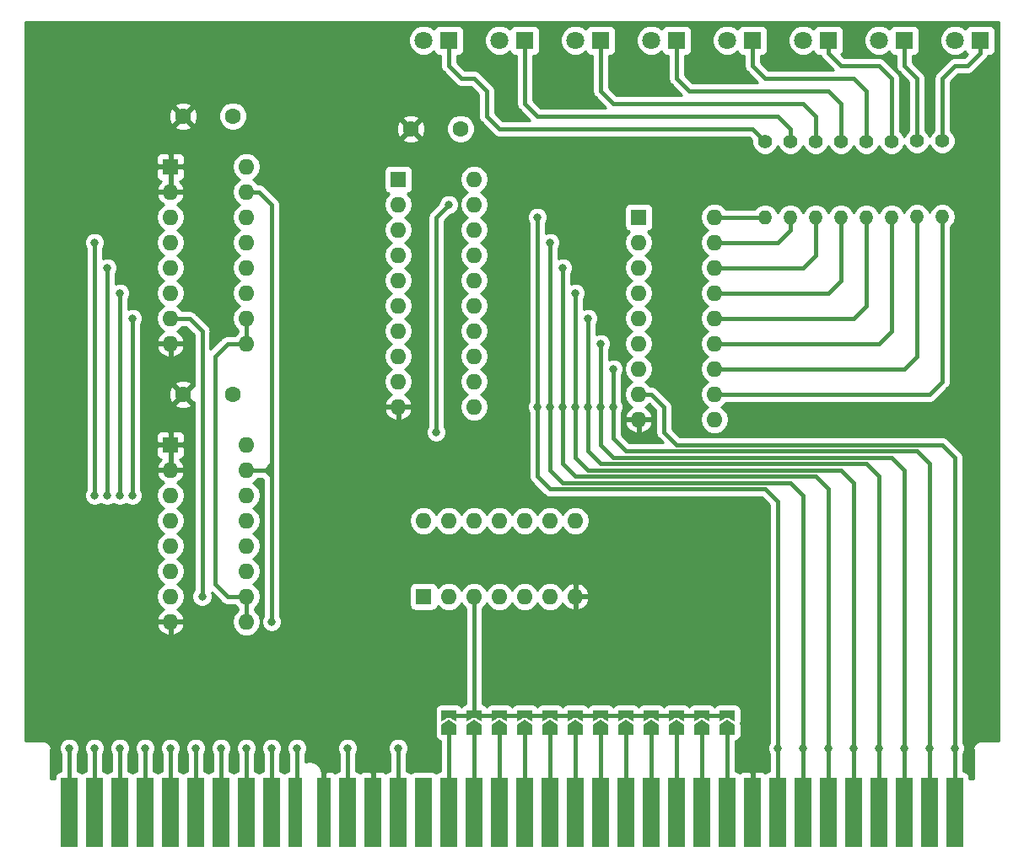
<source format=gbl>
G04 #@! TF.GenerationSoftware,KiCad,Pcbnew,(5.0.1)-3*
G04 #@! TF.CreationDate,2018-12-11T20:57:09+00:00*
G04 #@! TF.ProjectId,Register (8 Bit),52656769737465722028382042697429,rev?*
G04 #@! TF.SameCoordinates,Original*
G04 #@! TF.FileFunction,Copper,L2,Bot,Signal*
G04 #@! TF.FilePolarity,Positive*
%FSLAX46Y46*%
G04 Gerber Fmt 4.6, Leading zero omitted, Abs format (unit mm)*
G04 Created by KiCad (PCBNEW (5.0.1)-3) date 11/12/2018 20:57:09*
%MOMM*%
%LPD*%
G01*
G04 APERTURE LIST*
G04 #@! TA.AperFunction,SMDPad,CuDef*
%ADD10R,1.651000X7.000000*%
G04 #@! TD*
G04 #@! TA.AperFunction,SMDPad,CuDef*
%ADD11R,1.338000X7.000000*%
G04 #@! TD*
G04 #@! TA.AperFunction,ComponentPad*
%ADD12C,1.800000*%
G04 #@! TD*
G04 #@! TA.AperFunction,ComponentPad*
%ADD13R,1.800000X1.800000*%
G04 #@! TD*
G04 #@! TA.AperFunction,ComponentPad*
%ADD14O,1.600000X1.600000*%
G04 #@! TD*
G04 #@! TA.AperFunction,ComponentPad*
%ADD15R,1.600000X1.600000*%
G04 #@! TD*
G04 #@! TA.AperFunction,ComponentPad*
%ADD16O,1.400000X1.400000*%
G04 #@! TD*
G04 #@! TA.AperFunction,ComponentPad*
%ADD17C,1.400000*%
G04 #@! TD*
G04 #@! TA.AperFunction,ComponentPad*
%ADD18C,1.600000*%
G04 #@! TD*
G04 #@! TA.AperFunction,SMDPad,CuDef*
%ADD19C,0.300000*%
G04 #@! TD*
G04 #@! TA.AperFunction,Conductor*
%ADD20C,0.100000*%
G04 #@! TD*
G04 #@! TA.AperFunction,ViaPad*
%ADD21C,0.800000*%
G04 #@! TD*
G04 #@! TA.AperFunction,Conductor*
%ADD22C,0.400000*%
G04 #@! TD*
G04 #@! TA.AperFunction,Conductor*
%ADD23C,0.254000*%
G04 #@! TD*
G04 APERTURE END LIST*
D10*
G04 #@! TO.P,J1,37*
G04 #@! TO.N,/Value7*
X144780000Y-181720000D03*
G04 #@! TO.P,J1,38*
G04 #@! TO.N,/Value6*
X142240000Y-181720000D03*
G04 #@! TO.P,J1,39*
G04 #@! TO.N,/Value5*
X139700000Y-181720000D03*
G04 #@! TO.P,J1,40*
G04 #@! TO.N,/Value4*
X137160000Y-181720000D03*
G04 #@! TO.P,J1,41*
G04 #@! TO.N,/Value3*
X134620000Y-181720000D03*
G04 #@! TO.P,J1,42*
G04 #@! TO.N,/Value2*
X132080000Y-181720000D03*
G04 #@! TO.P,J1,43*
G04 #@! TO.N,/Value1*
X129540000Y-181720000D03*
G04 #@! TO.P,J1,44*
G04 #@! TO.N,/Value0*
X127000000Y-181720000D03*
G04 #@! TO.P,J1,45*
G04 #@! TO.N,GND*
X124460000Y-181720000D03*
G04 #@! TO.P,J1,46*
G04 #@! TO.N,/Control23*
X121920000Y-181720000D03*
G04 #@! TO.P,J1,47*
G04 #@! TO.N,/Control21*
X119380000Y-181720000D03*
G04 #@! TO.P,J1,48*
G04 #@! TO.N,/Control19*
X116840000Y-181720000D03*
G04 #@! TO.P,J1,49*
G04 #@! TO.N,/Control17*
X114300000Y-181720000D03*
G04 #@! TO.P,J1,50*
G04 #@! TO.N,/Control15*
X111760000Y-181720000D03*
G04 #@! TO.P,J1,51*
G04 #@! TO.N,/Control13*
X109220000Y-181720000D03*
G04 #@! TO.P,J1,52*
G04 #@! TO.N,/Control11*
X106680000Y-181720000D03*
G04 #@! TO.P,J1,53*
G04 #@! TO.N,/Control9*
X104140000Y-181720000D03*
G04 #@! TO.P,J1,54*
G04 #@! TO.N,/Control7*
X101600000Y-181720000D03*
G04 #@! TO.P,J1,55*
G04 #@! TO.N,/Control5*
X99060000Y-181720000D03*
G04 #@! TO.P,J1,56*
G04 #@! TO.N,/Control3*
X96520000Y-181720000D03*
G04 #@! TO.P,J1,57*
G04 #@! TO.N,/Control1*
X93980000Y-181720000D03*
G04 #@! TO.P,J1,58*
G04 #@! TO.N,Net-(J1-Pad58)*
X91440000Y-181720000D03*
G04 #@! TO.P,J1,59*
G04 #@! TO.N,Reset*
X88900000Y-181720000D03*
G04 #@! TO.P,J1,60*
G04 #@! TO.N,GND*
X86360000Y-181720000D03*
G04 #@! TO.P,J1,61*
G04 #@! TO.N,Clock*
X83820000Y-181720000D03*
D11*
G04 #@! TO.P,J1,62*
G04 #@! TO.N,GND*
X81435000Y-181720000D03*
G04 #@! TO.P,J1,63*
G04 #@! TO.N,/DataBus7*
X78585000Y-181720000D03*
D10*
G04 #@! TO.P,J1,64*
G04 #@! TO.N,/DataBus6*
X76200000Y-181720000D03*
G04 #@! TO.P,J1,65*
G04 #@! TO.N,/DataBus5*
X73660000Y-181720000D03*
G04 #@! TO.P,J1,66*
G04 #@! TO.N,/DataBus4*
X71120000Y-181720000D03*
G04 #@! TO.P,J1,67*
G04 #@! TO.N,/DataBus3*
X68580000Y-181720000D03*
G04 #@! TO.P,J1,68*
G04 #@! TO.N,/DataBus2*
X66040000Y-181720000D03*
G04 #@! TO.P,J1,69*
G04 #@! TO.N,/DataBus1*
X63500000Y-181720000D03*
G04 #@! TO.P,J1,70*
G04 #@! TO.N,/DataBus0*
X60960000Y-181720000D03*
G04 #@! TO.P,J1,71*
G04 #@! TO.N,+5V*
X58420000Y-181720000D03*
G04 #@! TO.P,J1,72*
X55880000Y-181720000D03*
G04 #@! TD*
D12*
G04 #@! TO.P,D3,2*
G04 #@! TO.N,+5V*
X106680000Y-104140000D03*
D13*
G04 #@! TO.P,D3,1*
G04 #@! TO.N,Net-(D3-Pad1)*
X109220000Y-104140000D03*
G04 #@! TD*
D12*
G04 #@! TO.P,D8,2*
G04 #@! TO.N,+5V*
X144780000Y-104140000D03*
D13*
G04 #@! TO.P,D8,1*
G04 #@! TO.N,Net-(D8-Pad1)*
X147320000Y-104140000D03*
G04 #@! TD*
D12*
G04 #@! TO.P,D6,2*
G04 #@! TO.N,+5V*
X129540000Y-104140000D03*
D13*
G04 #@! TO.P,D6,1*
G04 #@! TO.N,Net-(D6-Pad1)*
X132080000Y-104140000D03*
G04 #@! TD*
D12*
G04 #@! TO.P,D4,2*
G04 #@! TO.N,+5V*
X114300000Y-104140000D03*
D13*
G04 #@! TO.P,D4,1*
G04 #@! TO.N,Net-(D4-Pad1)*
X116840000Y-104140000D03*
G04 #@! TD*
D12*
G04 #@! TO.P,D1,2*
G04 #@! TO.N,+5V*
X91440000Y-104140000D03*
D13*
G04 #@! TO.P,D1,1*
G04 #@! TO.N,Net-(D1-Pad1)*
X93980000Y-104140000D03*
G04 #@! TD*
D12*
G04 #@! TO.P,D5,2*
G04 #@! TO.N,+5V*
X121920000Y-104140000D03*
D13*
G04 #@! TO.P,D5,1*
G04 #@! TO.N,Net-(D5-Pad1)*
X124460000Y-104140000D03*
G04 #@! TD*
D12*
G04 #@! TO.P,D7,2*
G04 #@! TO.N,+5V*
X137160000Y-104140000D03*
D13*
G04 #@! TO.P,D7,1*
G04 #@! TO.N,Net-(D7-Pad1)*
X139700000Y-104140000D03*
G04 #@! TD*
D12*
G04 #@! TO.P,D2,2*
G04 #@! TO.N,+5V*
X99060000Y-104140000D03*
D13*
G04 #@! TO.P,D2,1*
G04 #@! TO.N,Net-(D2-Pad1)*
X101600000Y-104140000D03*
G04 #@! TD*
D14*
G04 #@! TO.P,U2,16*
G04 #@! TO.N,+5V*
X73660000Y-116840000D03*
G04 #@! TO.P,U2,8*
G04 #@! TO.N,GND*
X66040000Y-134620000D03*
G04 #@! TO.P,U2,15*
G04 #@! TO.N,Reset*
X73660000Y-119380000D03*
G04 #@! TO.P,U2,7*
G04 #@! TO.N,Clock*
X66040000Y-132080000D03*
G04 #@! TO.P,U2,14*
G04 #@! TO.N,/DataBus0*
X73660000Y-121920000D03*
G04 #@! TO.P,U2,6*
G04 #@! TO.N,/Value3*
X66040000Y-129540000D03*
G04 #@! TO.P,U2,13*
G04 #@! TO.N,/DataBus1*
X73660000Y-124460000D03*
G04 #@! TO.P,U2,5*
G04 #@! TO.N,/Value2*
X66040000Y-127000000D03*
G04 #@! TO.P,U2,12*
G04 #@! TO.N,/DataBus2*
X73660000Y-127000000D03*
G04 #@! TO.P,U2,4*
G04 #@! TO.N,/Value1*
X66040000Y-124460000D03*
G04 #@! TO.P,U2,11*
G04 #@! TO.N,/DataBus3*
X73660000Y-129540000D03*
G04 #@! TO.P,U2,3*
G04 #@! TO.N,/Value0*
X66040000Y-121920000D03*
G04 #@! TO.P,U2,10*
G04 #@! TO.N,Net-(U1-Pad2)*
X73660000Y-132080000D03*
G04 #@! TO.P,U2,2*
G04 #@! TO.N,GND*
X66040000Y-119380000D03*
G04 #@! TO.P,U2,9*
G04 #@! TO.N,Net-(U1-Pad2)*
X73660000Y-134620000D03*
D15*
G04 #@! TO.P,U2,1*
G04 #@! TO.N,GND*
X66040000Y-116840000D03*
G04 #@! TD*
D14*
G04 #@! TO.P,U5,16*
G04 #@! TO.N,+5V*
X73660000Y-144780000D03*
G04 #@! TO.P,U5,8*
G04 #@! TO.N,GND*
X66040000Y-162560000D03*
G04 #@! TO.P,U5,15*
G04 #@! TO.N,Reset*
X73660000Y-147320000D03*
G04 #@! TO.P,U5,7*
G04 #@! TO.N,Clock*
X66040000Y-160020000D03*
G04 #@! TO.P,U5,14*
G04 #@! TO.N,/DataBus4*
X73660000Y-149860000D03*
G04 #@! TO.P,U5,6*
G04 #@! TO.N,/Value7*
X66040000Y-157480000D03*
G04 #@! TO.P,U5,13*
G04 #@! TO.N,/DataBus5*
X73660000Y-152400000D03*
G04 #@! TO.P,U5,5*
G04 #@! TO.N,/Value6*
X66040000Y-154940000D03*
G04 #@! TO.P,U5,12*
G04 #@! TO.N,/DataBus6*
X73660000Y-154940000D03*
G04 #@! TO.P,U5,4*
G04 #@! TO.N,/Value5*
X66040000Y-152400000D03*
G04 #@! TO.P,U5,11*
G04 #@! TO.N,/DataBus7*
X73660000Y-157480000D03*
G04 #@! TO.P,U5,3*
G04 #@! TO.N,/Value4*
X66040000Y-149860000D03*
G04 #@! TO.P,U5,10*
G04 #@! TO.N,Net-(U1-Pad2)*
X73660000Y-160020000D03*
G04 #@! TO.P,U5,2*
G04 #@! TO.N,GND*
X66040000Y-147320000D03*
G04 #@! TO.P,U5,9*
G04 #@! TO.N,Net-(U1-Pad2)*
X73660000Y-162560000D03*
D15*
G04 #@! TO.P,U5,1*
G04 #@! TO.N,GND*
X66040000Y-144780000D03*
G04 #@! TD*
D14*
G04 #@! TO.P,U4,20*
G04 #@! TO.N,+5V*
X96520000Y-118110000D03*
G04 #@! TO.P,U4,10*
G04 #@! TO.N,GND*
X88900000Y-140970000D03*
G04 #@! TO.P,U4,19*
G04 #@! TO.N,Net-(U1-Pad4)*
X96520000Y-120650000D03*
G04 #@! TO.P,U4,9*
G04 #@! TO.N,/Value7*
X88900000Y-138430000D03*
G04 #@! TO.P,U4,18*
G04 #@! TO.N,/DataBus0*
X96520000Y-123190000D03*
G04 #@! TO.P,U4,8*
G04 #@! TO.N,/Value6*
X88900000Y-135890000D03*
G04 #@! TO.P,U4,17*
G04 #@! TO.N,/DataBus1*
X96520000Y-125730000D03*
G04 #@! TO.P,U4,7*
G04 #@! TO.N,/Value5*
X88900000Y-133350000D03*
G04 #@! TO.P,U4,16*
G04 #@! TO.N,/DataBus2*
X96520000Y-128270000D03*
G04 #@! TO.P,U4,6*
G04 #@! TO.N,/Value4*
X88900000Y-130810000D03*
G04 #@! TO.P,U4,15*
G04 #@! TO.N,/DataBus3*
X96520000Y-130810000D03*
G04 #@! TO.P,U4,5*
G04 #@! TO.N,/Value3*
X88900000Y-128270000D03*
G04 #@! TO.P,U4,14*
G04 #@! TO.N,/DataBus4*
X96520000Y-133350000D03*
G04 #@! TO.P,U4,4*
G04 #@! TO.N,/Value2*
X88900000Y-125730000D03*
G04 #@! TO.P,U4,13*
G04 #@! TO.N,/DataBus5*
X96520000Y-135890000D03*
G04 #@! TO.P,U4,3*
G04 #@! TO.N,/Value1*
X88900000Y-123190000D03*
G04 #@! TO.P,U4,12*
G04 #@! TO.N,/DataBus6*
X96520000Y-138430000D03*
G04 #@! TO.P,U4,2*
G04 #@! TO.N,/Value0*
X88900000Y-120650000D03*
G04 #@! TO.P,U4,11*
G04 #@! TO.N,/DataBus7*
X96520000Y-140970000D03*
D15*
G04 #@! TO.P,U4,1*
G04 #@! TO.N,Net-(U1-Pad4)*
X88900000Y-118110000D03*
G04 #@! TD*
D16*
G04 #@! TO.P,R1,2*
G04 #@! TO.N,/LED0*
X125730000Y-121920000D03*
D17*
G04 #@! TO.P,R1,1*
G04 #@! TO.N,Net-(D1-Pad1)*
X125730000Y-114300000D03*
G04 #@! TD*
D16*
G04 #@! TO.P,R2,2*
G04 #@! TO.N,/LED1*
X128270000Y-121920000D03*
D17*
G04 #@! TO.P,R2,1*
G04 #@! TO.N,Net-(D2-Pad1)*
X128270000Y-114300000D03*
G04 #@! TD*
D16*
G04 #@! TO.P,R3,2*
G04 #@! TO.N,/LED2*
X130810000Y-121920000D03*
D17*
G04 #@! TO.P,R3,1*
G04 #@! TO.N,Net-(D3-Pad1)*
X130810000Y-114300000D03*
G04 #@! TD*
D16*
G04 #@! TO.P,R4,2*
G04 #@! TO.N,/LED3*
X133350000Y-121920000D03*
D17*
G04 #@! TO.P,R4,1*
G04 #@! TO.N,Net-(D4-Pad1)*
X133350000Y-114300000D03*
G04 #@! TD*
D16*
G04 #@! TO.P,R5,2*
G04 #@! TO.N,/LED4*
X135890000Y-121920000D03*
D17*
G04 #@! TO.P,R5,1*
G04 #@! TO.N,Net-(D5-Pad1)*
X135890000Y-114300000D03*
G04 #@! TD*
D16*
G04 #@! TO.P,R6,2*
G04 #@! TO.N,/LED5*
X138430000Y-121920000D03*
D17*
G04 #@! TO.P,R6,1*
G04 #@! TO.N,Net-(D6-Pad1)*
X138430000Y-114300000D03*
G04 #@! TD*
D16*
G04 #@! TO.P,R7,2*
G04 #@! TO.N,/LED6*
X140970000Y-121845349D03*
D17*
G04 #@! TO.P,R7,1*
G04 #@! TO.N,Net-(D7-Pad1)*
X140970000Y-114225349D03*
G04 #@! TD*
D16*
G04 #@! TO.P,R8,2*
G04 #@! TO.N,/LED7*
X143510000Y-121845349D03*
D17*
G04 #@! TO.P,R8,1*
G04 #@! TO.N,Net-(D8-Pad1)*
X143510000Y-114225349D03*
G04 #@! TD*
D14*
G04 #@! TO.P,U3,18*
G04 #@! TO.N,/LED0*
X120650000Y-121920000D03*
G04 #@! TO.P,U3,9*
G04 #@! TO.N,GND*
X113030000Y-142240000D03*
G04 #@! TO.P,U3,17*
G04 #@! TO.N,/LED1*
X120650000Y-124460000D03*
G04 #@! TO.P,U3,8*
G04 #@! TO.N,/Value7*
X113030000Y-139700000D03*
G04 #@! TO.P,U3,16*
G04 #@! TO.N,/LED2*
X120650000Y-127000000D03*
G04 #@! TO.P,U3,7*
G04 #@! TO.N,/Value6*
X113030000Y-137160000D03*
G04 #@! TO.P,U3,15*
G04 #@! TO.N,/LED3*
X120650000Y-129540000D03*
G04 #@! TO.P,U3,6*
G04 #@! TO.N,/Value5*
X113030000Y-134620000D03*
G04 #@! TO.P,U3,14*
G04 #@! TO.N,/LED4*
X120650000Y-132080000D03*
G04 #@! TO.P,U3,5*
G04 #@! TO.N,/Value4*
X113030000Y-132080000D03*
G04 #@! TO.P,U3,13*
G04 #@! TO.N,/LED5*
X120650000Y-134620000D03*
G04 #@! TO.P,U3,4*
G04 #@! TO.N,/Value3*
X113030000Y-129540000D03*
G04 #@! TO.P,U3,12*
G04 #@! TO.N,/LED6*
X120650000Y-137160000D03*
G04 #@! TO.P,U3,3*
G04 #@! TO.N,/Value2*
X113030000Y-127000000D03*
G04 #@! TO.P,U3,11*
G04 #@! TO.N,/LED7*
X120650000Y-139700000D03*
G04 #@! TO.P,U3,2*
G04 #@! TO.N,/Value1*
X113030000Y-124460000D03*
G04 #@! TO.P,U3,10*
G04 #@! TO.N,Net-(U3-Pad10)*
X120650000Y-142240000D03*
D15*
G04 #@! TO.P,U3,1*
G04 #@! TO.N,/Value0*
X113030000Y-121920000D03*
G04 #@! TD*
D18*
G04 #@! TO.P,C1,2*
G04 #@! TO.N,GND*
X67310000Y-111760000D03*
G04 #@! TO.P,C1,1*
G04 #@! TO.N,+5V*
X72310000Y-111760000D03*
G04 #@! TD*
G04 #@! TO.P,C2,2*
G04 #@! TO.N,GND*
X67310000Y-139700000D03*
G04 #@! TO.P,C2,1*
G04 #@! TO.N,+5V*
X72310000Y-139700000D03*
G04 #@! TD*
G04 #@! TO.P,C3,2*
G04 #@! TO.N,GND*
X90170000Y-113030000D03*
G04 #@! TO.P,C3,1*
G04 #@! TO.N,+5V*
X95170000Y-113030000D03*
G04 #@! TD*
D14*
G04 #@! TO.P,U1,14*
G04 #@! TO.N,+5V*
X91440000Y-152400000D03*
G04 #@! TO.P,U1,7*
G04 #@! TO.N,GND*
X106680000Y-160020000D03*
G04 #@! TO.P,U1,13*
G04 #@! TO.N,N/C*
X93980000Y-152400000D03*
G04 #@! TO.P,U1,6*
X104140000Y-160020000D03*
G04 #@! TO.P,U1,12*
X96520000Y-152400000D03*
G04 #@! TO.P,U1,5*
X101600000Y-160020000D03*
G04 #@! TO.P,U1,11*
X99060000Y-152400000D03*
G04 #@! TO.P,U1,4*
G04 #@! TO.N,Net-(U1-Pad4)*
X99060000Y-160020000D03*
G04 #@! TO.P,U1,10*
G04 #@! TO.N,N/C*
X101600000Y-152400000D03*
G04 #@! TO.P,U1,3*
G04 #@! TO.N,DataOut*
X96520000Y-160020000D03*
G04 #@! TO.P,U1,9*
G04 #@! TO.N,N/C*
X104140000Y-152400000D03*
G04 #@! TO.P,U1,2*
G04 #@! TO.N,Net-(U1-Pad2)*
X93980000Y-160020000D03*
G04 #@! TO.P,U1,8*
G04 #@! TO.N,N/C*
X106680000Y-152400000D03*
D15*
G04 #@! TO.P,U1,1*
G04 #@! TO.N,DataIn*
X91440000Y-160020000D03*
G04 #@! TD*
D19*
G04 #@! TO.P,JP2,1*
G04 #@! TO.N,/Control1*
X93980000Y-173398907D03*
D20*
G04 #@! TD*
G04 #@! TO.N,/Control1*
G04 #@! TO.C,JP2*
G36*
X93980000Y-172398907D02*
X94730000Y-172898907D01*
X94730000Y-173898907D01*
X93230000Y-173898907D01*
X93230000Y-172898907D01*
X93980000Y-172398907D01*
X93980000Y-172398907D01*
G37*
D19*
G04 #@! TO.P,JP2,2*
G04 #@! TO.N,DataOut*
X93980000Y-171948907D03*
D20*
G04 #@! TD*
G04 #@! TO.N,DataOut*
G04 #@! TO.C,JP2*
G36*
X94730000Y-171448907D02*
X94730000Y-172598907D01*
X93980000Y-172098907D01*
X93230000Y-172598907D01*
X93230000Y-171448907D01*
X94730000Y-171448907D01*
X94730000Y-171448907D01*
G37*
D19*
G04 #@! TO.P,JP4,1*
G04 #@! TO.N,/Control3*
X96520000Y-173398907D03*
D20*
G04 #@! TD*
G04 #@! TO.N,/Control3*
G04 #@! TO.C,JP4*
G36*
X96520000Y-172398907D02*
X97270000Y-172898907D01*
X97270000Y-173898907D01*
X95770000Y-173898907D01*
X95770000Y-172898907D01*
X96520000Y-172398907D01*
X96520000Y-172398907D01*
G37*
D19*
G04 #@! TO.P,JP4,2*
G04 #@! TO.N,DataOut*
X96520000Y-171948907D03*
D20*
G04 #@! TD*
G04 #@! TO.N,DataOut*
G04 #@! TO.C,JP4*
G36*
X97270000Y-171448907D02*
X97270000Y-172598907D01*
X96520000Y-172098907D01*
X95770000Y-172598907D01*
X95770000Y-171448907D01*
X97270000Y-171448907D01*
X97270000Y-171448907D01*
G37*
D19*
G04 #@! TO.P,JP6,1*
G04 #@! TO.N,/Control5*
X99060000Y-173398907D03*
D20*
G04 #@! TD*
G04 #@! TO.N,/Control5*
G04 #@! TO.C,JP6*
G36*
X99060000Y-172398907D02*
X99810000Y-172898907D01*
X99810000Y-173898907D01*
X98310000Y-173898907D01*
X98310000Y-172898907D01*
X99060000Y-172398907D01*
X99060000Y-172398907D01*
G37*
D19*
G04 #@! TO.P,JP6,2*
G04 #@! TO.N,DataOut*
X99060000Y-171948907D03*
D20*
G04 #@! TD*
G04 #@! TO.N,DataOut*
G04 #@! TO.C,JP6*
G36*
X99810000Y-171448907D02*
X99810000Y-172598907D01*
X99060000Y-172098907D01*
X98310000Y-172598907D01*
X98310000Y-171448907D01*
X99810000Y-171448907D01*
X99810000Y-171448907D01*
G37*
D19*
G04 #@! TO.P,JP8,1*
G04 #@! TO.N,/Control7*
X101600000Y-173398907D03*
D20*
G04 #@! TD*
G04 #@! TO.N,/Control7*
G04 #@! TO.C,JP8*
G36*
X101600000Y-172398907D02*
X102350000Y-172898907D01*
X102350000Y-173898907D01*
X100850000Y-173898907D01*
X100850000Y-172898907D01*
X101600000Y-172398907D01*
X101600000Y-172398907D01*
G37*
D19*
G04 #@! TO.P,JP8,2*
G04 #@! TO.N,DataOut*
X101600000Y-171948907D03*
D20*
G04 #@! TD*
G04 #@! TO.N,DataOut*
G04 #@! TO.C,JP8*
G36*
X102350000Y-171448907D02*
X102350000Y-172598907D01*
X101600000Y-172098907D01*
X100850000Y-172598907D01*
X100850000Y-171448907D01*
X102350000Y-171448907D01*
X102350000Y-171448907D01*
G37*
D19*
G04 #@! TO.P,JP10,1*
G04 #@! TO.N,/Control9*
X104140000Y-173398907D03*
D20*
G04 #@! TD*
G04 #@! TO.N,/Control9*
G04 #@! TO.C,JP10*
G36*
X104140000Y-172398907D02*
X104890000Y-172898907D01*
X104890000Y-173898907D01*
X103390000Y-173898907D01*
X103390000Y-172898907D01*
X104140000Y-172398907D01*
X104140000Y-172398907D01*
G37*
D19*
G04 #@! TO.P,JP10,2*
G04 #@! TO.N,DataOut*
X104140000Y-171948907D03*
D20*
G04 #@! TD*
G04 #@! TO.N,DataOut*
G04 #@! TO.C,JP10*
G36*
X104890000Y-171448907D02*
X104890000Y-172598907D01*
X104140000Y-172098907D01*
X103390000Y-172598907D01*
X103390000Y-171448907D01*
X104890000Y-171448907D01*
X104890000Y-171448907D01*
G37*
D19*
G04 #@! TO.P,JP12,1*
G04 #@! TO.N,/Control11*
X106680000Y-173398907D03*
D20*
G04 #@! TD*
G04 #@! TO.N,/Control11*
G04 #@! TO.C,JP12*
G36*
X106680000Y-172398907D02*
X107430000Y-172898907D01*
X107430000Y-173898907D01*
X105930000Y-173898907D01*
X105930000Y-172898907D01*
X106680000Y-172398907D01*
X106680000Y-172398907D01*
G37*
D19*
G04 #@! TO.P,JP12,2*
G04 #@! TO.N,DataOut*
X106680000Y-171948907D03*
D20*
G04 #@! TD*
G04 #@! TO.N,DataOut*
G04 #@! TO.C,JP12*
G36*
X107430000Y-171448907D02*
X107430000Y-172598907D01*
X106680000Y-172098907D01*
X105930000Y-172598907D01*
X105930000Y-171448907D01*
X107430000Y-171448907D01*
X107430000Y-171448907D01*
G37*
D19*
G04 #@! TO.P,JP14,1*
G04 #@! TO.N,/Control13*
X109220000Y-173398907D03*
D20*
G04 #@! TD*
G04 #@! TO.N,/Control13*
G04 #@! TO.C,JP14*
G36*
X109220000Y-172398907D02*
X109970000Y-172898907D01*
X109970000Y-173898907D01*
X108470000Y-173898907D01*
X108470000Y-172898907D01*
X109220000Y-172398907D01*
X109220000Y-172398907D01*
G37*
D19*
G04 #@! TO.P,JP14,2*
G04 #@! TO.N,DataOut*
X109220000Y-171948907D03*
D20*
G04 #@! TD*
G04 #@! TO.N,DataOut*
G04 #@! TO.C,JP14*
G36*
X109970000Y-171448907D02*
X109970000Y-172598907D01*
X109220000Y-172098907D01*
X108470000Y-172598907D01*
X108470000Y-171448907D01*
X109970000Y-171448907D01*
X109970000Y-171448907D01*
G37*
D19*
G04 #@! TO.P,JP16,1*
G04 #@! TO.N,/Control15*
X111760000Y-173398907D03*
D20*
G04 #@! TD*
G04 #@! TO.N,/Control15*
G04 #@! TO.C,JP16*
G36*
X111760000Y-172398907D02*
X112510000Y-172898907D01*
X112510000Y-173898907D01*
X111010000Y-173898907D01*
X111010000Y-172898907D01*
X111760000Y-172398907D01*
X111760000Y-172398907D01*
G37*
D19*
G04 #@! TO.P,JP16,2*
G04 #@! TO.N,DataOut*
X111760000Y-171948907D03*
D20*
G04 #@! TD*
G04 #@! TO.N,DataOut*
G04 #@! TO.C,JP16*
G36*
X112510000Y-171448907D02*
X112510000Y-172598907D01*
X111760000Y-172098907D01*
X111010000Y-172598907D01*
X111010000Y-171448907D01*
X112510000Y-171448907D01*
X112510000Y-171448907D01*
G37*
D19*
G04 #@! TO.P,JP18,1*
G04 #@! TO.N,/Control17*
X114300000Y-173398907D03*
D20*
G04 #@! TD*
G04 #@! TO.N,/Control17*
G04 #@! TO.C,JP18*
G36*
X114300000Y-172398907D02*
X115050000Y-172898907D01*
X115050000Y-173898907D01*
X113550000Y-173898907D01*
X113550000Y-172898907D01*
X114300000Y-172398907D01*
X114300000Y-172398907D01*
G37*
D19*
G04 #@! TO.P,JP18,2*
G04 #@! TO.N,DataOut*
X114300000Y-171948907D03*
D20*
G04 #@! TD*
G04 #@! TO.N,DataOut*
G04 #@! TO.C,JP18*
G36*
X115050000Y-171448907D02*
X115050000Y-172598907D01*
X114300000Y-172098907D01*
X113550000Y-172598907D01*
X113550000Y-171448907D01*
X115050000Y-171448907D01*
X115050000Y-171448907D01*
G37*
D19*
G04 #@! TO.P,JP20,1*
G04 #@! TO.N,/Control19*
X116840000Y-173398907D03*
D20*
G04 #@! TD*
G04 #@! TO.N,/Control19*
G04 #@! TO.C,JP20*
G36*
X116840000Y-172398907D02*
X117590000Y-172898907D01*
X117590000Y-173898907D01*
X116090000Y-173898907D01*
X116090000Y-172898907D01*
X116840000Y-172398907D01*
X116840000Y-172398907D01*
G37*
D19*
G04 #@! TO.P,JP20,2*
G04 #@! TO.N,DataOut*
X116840000Y-171948907D03*
D20*
G04 #@! TD*
G04 #@! TO.N,DataOut*
G04 #@! TO.C,JP20*
G36*
X117590000Y-171448907D02*
X117590000Y-172598907D01*
X116840000Y-172098907D01*
X116090000Y-172598907D01*
X116090000Y-171448907D01*
X117590000Y-171448907D01*
X117590000Y-171448907D01*
G37*
D19*
G04 #@! TO.P,JP22,1*
G04 #@! TO.N,/Control21*
X119380000Y-173398907D03*
D20*
G04 #@! TD*
G04 #@! TO.N,/Control21*
G04 #@! TO.C,JP22*
G36*
X119380000Y-172398907D02*
X120130000Y-172898907D01*
X120130000Y-173898907D01*
X118630000Y-173898907D01*
X118630000Y-172898907D01*
X119380000Y-172398907D01*
X119380000Y-172398907D01*
G37*
D19*
G04 #@! TO.P,JP22,2*
G04 #@! TO.N,DataOut*
X119380000Y-171948907D03*
D20*
G04 #@! TD*
G04 #@! TO.N,DataOut*
G04 #@! TO.C,JP22*
G36*
X120130000Y-171448907D02*
X120130000Y-172598907D01*
X119380000Y-172098907D01*
X118630000Y-172598907D01*
X118630000Y-171448907D01*
X120130000Y-171448907D01*
X120130000Y-171448907D01*
G37*
D19*
G04 #@! TO.P,JP24,1*
G04 #@! TO.N,/Control23*
X121920000Y-173398907D03*
D20*
G04 #@! TD*
G04 #@! TO.N,/Control23*
G04 #@! TO.C,JP24*
G36*
X121920000Y-172398907D02*
X122670000Y-172898907D01*
X122670000Y-173898907D01*
X121170000Y-173898907D01*
X121170000Y-172898907D01*
X121920000Y-172398907D01*
X121920000Y-172398907D01*
G37*
D19*
G04 #@! TO.P,JP24,2*
G04 #@! TO.N,DataOut*
X121920000Y-171948907D03*
D20*
G04 #@! TD*
G04 #@! TO.N,DataOut*
G04 #@! TO.C,JP24*
G36*
X122670000Y-171448907D02*
X122670000Y-172598907D01*
X121920000Y-172098907D01*
X121170000Y-172598907D01*
X121170000Y-171448907D01*
X122670000Y-171448907D01*
X122670000Y-171448907D01*
G37*
D21*
G04 #@! TO.N,+5V*
X58420000Y-175260000D03*
X55880000Y-175260000D03*
G04 #@! TO.N,/DataBus0*
X60960000Y-175260000D03*
X58420000Y-149860000D03*
X58420000Y-124460000D03*
G04 #@! TO.N,/DataBus1*
X63500000Y-175260000D03*
X59690000Y-149860000D03*
X59690000Y-127000000D03*
G04 #@! TO.N,/DataBus2*
X66040000Y-175260000D03*
X60960000Y-149860000D03*
X60960000Y-129540000D03*
G04 #@! TO.N,/DataBus3*
X68580000Y-175260000D03*
X62230000Y-149860000D03*
X62230000Y-132080000D03*
G04 #@! TO.N,/DataBus4*
X71120000Y-175260000D03*
G04 #@! TO.N,/DataBus5*
X73660000Y-175260000D03*
G04 #@! TO.N,/DataBus6*
X76200000Y-175260000D03*
G04 #@! TO.N,/DataBus7*
X78740000Y-175260000D03*
G04 #@! TO.N,GND*
X81280000Y-175260000D03*
X86360000Y-175260000D03*
X124460000Y-175260000D03*
G04 #@! TO.N,Clock*
X83820000Y-175260000D03*
X69215000Y-160020000D03*
G04 #@! TO.N,Reset*
X88900000Y-175260000D03*
X76200000Y-162560000D03*
G04 #@! TO.N,/Value0*
X127000000Y-175260000D03*
X102870000Y-140970000D03*
X102870000Y-121920000D03*
G04 #@! TO.N,/Value4*
X137160000Y-175260000D03*
X107950000Y-132080000D03*
X107950000Y-140970000D03*
G04 #@! TO.N,/Value1*
X129540000Y-175260000D03*
X104140000Y-124460000D03*
X104140000Y-140970000D03*
G04 #@! TO.N,/Value5*
X139700000Y-175260000D03*
X109220000Y-134620000D03*
X109220000Y-140970000D03*
G04 #@! TO.N,/Value2*
X132080000Y-175260000D03*
X105410000Y-127000000D03*
X105410000Y-140970000D03*
G04 #@! TO.N,/Value6*
X142240000Y-175260000D03*
X110490000Y-137160000D03*
X110490000Y-140970000D03*
G04 #@! TO.N,/Value3*
X134620000Y-175260000D03*
X106680000Y-129540000D03*
X106680000Y-140970000D03*
G04 #@! TO.N,/Value7*
X144780000Y-175260000D03*
G04 #@! TO.N,Net-(U1-Pad4)*
X93980000Y-120650000D03*
X92710000Y-143510000D03*
G04 #@! TD*
D22*
G04 #@! TO.N,+5V*
X58420000Y-180560000D02*
X58420000Y-175260000D01*
X55880000Y-180560000D02*
X55880000Y-175260000D01*
G04 #@! TO.N,Net-(D1-Pad1)*
X93980000Y-106680000D02*
X93980000Y-104140000D01*
X95250000Y-107950000D02*
X93980000Y-106680000D01*
X124460000Y-113030000D02*
X99060000Y-113030000D01*
X125730000Y-114300000D02*
X124460000Y-113030000D01*
X99060000Y-113030000D02*
X97790000Y-111760000D01*
X97790000Y-111760000D02*
X97790000Y-109220000D01*
X97790000Y-109220000D02*
X96520000Y-107950000D01*
X96520000Y-107950000D02*
X95250000Y-107950000D01*
G04 #@! TO.N,Net-(D2-Pad1)*
X101600000Y-104140000D02*
X101600000Y-110490000D01*
X101600000Y-110490000D02*
X102870000Y-111760000D01*
X102870000Y-111760000D02*
X127000000Y-111760000D01*
X127000000Y-111760000D02*
X128270000Y-113030000D01*
X128270000Y-113030000D02*
X128270000Y-114300000D01*
G04 #@! TO.N,Net-(D3-Pad1)*
X109220000Y-104140000D02*
X109220000Y-109220000D01*
X109220000Y-109220000D02*
X110490000Y-110490000D01*
X110490000Y-110490000D02*
X129540000Y-110490000D01*
X129540000Y-110490000D02*
X130810000Y-111760000D01*
X130810000Y-111760000D02*
X130810000Y-114300000D01*
G04 #@! TO.N,Net-(D4-Pad1)*
X116840000Y-104140000D02*
X116840000Y-107950000D01*
X116840000Y-107950000D02*
X118110000Y-109220000D01*
X118110000Y-109220000D02*
X132080000Y-109220000D01*
X132080000Y-109220000D02*
X133350000Y-110490000D01*
X133350000Y-110490000D02*
X133350000Y-114300000D01*
G04 #@! TO.N,Net-(D5-Pad1)*
X135890000Y-109220000D02*
X135890000Y-114300000D01*
X134620000Y-107950000D02*
X135890000Y-109220000D01*
X125730000Y-107950000D02*
X134620000Y-107950000D01*
X124460000Y-104140000D02*
X124460000Y-106680000D01*
X124460000Y-106680000D02*
X125730000Y-107950000D01*
G04 #@! TO.N,Net-(D6-Pad1)*
X132080000Y-105440000D02*
X133320000Y-106680000D01*
X132080000Y-104140000D02*
X132080000Y-105440000D01*
X133320000Y-106680000D02*
X137160000Y-106680000D01*
X138430000Y-107950000D02*
X138430000Y-114300000D01*
X137160000Y-106680000D02*
X138430000Y-107950000D01*
G04 #@! TO.N,Net-(D7-Pad1)*
X139700000Y-106680000D02*
X139700000Y-104140000D01*
X140970000Y-114225349D02*
X140970000Y-107950000D01*
X140970000Y-107950000D02*
X139700000Y-106680000D01*
G04 #@! TO.N,Net-(D8-Pad1)*
X147320000Y-105440000D02*
X147320000Y-104140000D01*
X146080000Y-106680000D02*
X147320000Y-105440000D01*
X144780000Y-106680000D02*
X146080000Y-106680000D01*
X143510000Y-107950000D02*
X144780000Y-106680000D01*
X143510000Y-114225349D02*
X143510000Y-107950000D01*
G04 #@! TO.N,/DataBus0*
X60960000Y-180560000D02*
X60960000Y-175260000D01*
X58420000Y-124460000D02*
X58420000Y-149860000D01*
G04 #@! TO.N,/DataBus1*
X63500000Y-180560000D02*
X63500000Y-175260000D01*
X59690000Y-149860000D02*
X59690000Y-127000000D01*
G04 #@! TO.N,/DataBus2*
X66040000Y-180560000D02*
X66040000Y-175260000D01*
X60960000Y-129540000D02*
X60960000Y-149860000D01*
G04 #@! TO.N,/DataBus3*
X68580000Y-180560000D02*
X68580000Y-175260000D01*
X62230000Y-149860000D02*
X62230000Y-132080000D01*
G04 #@! TO.N,/DataBus4*
X71120000Y-180560000D02*
X71120000Y-175260000D01*
G04 #@! TO.N,/DataBus5*
X73660000Y-180560000D02*
X73660000Y-175260000D01*
G04 #@! TO.N,/DataBus6*
X76200000Y-180560000D02*
X76200000Y-175260000D01*
G04 #@! TO.N,/DataBus7*
X78740000Y-180560000D02*
X78740000Y-175260000D01*
G04 #@! TO.N,GND*
X86360000Y-180560000D02*
X86360000Y-175260000D01*
G04 #@! TO.N,Clock*
X83820000Y-180560000D02*
X83820000Y-177885500D01*
X83820000Y-180560000D02*
X83820000Y-175260000D01*
X83820000Y-175260000D02*
X83820000Y-175260000D01*
X69215000Y-158750000D02*
X69215000Y-160020000D01*
X67945000Y-132080000D02*
X66040000Y-132080000D01*
X69215000Y-133350000D02*
X67945000Y-132080000D01*
X69215000Y-158750000D02*
X69215000Y-133350000D01*
G04 #@! TO.N,DataOut*
X93980000Y-171948907D02*
X121920000Y-171948907D01*
X96520000Y-160020000D02*
X96520000Y-171948907D01*
G04 #@! TO.N,Reset*
X88900000Y-180560000D02*
X88900000Y-175260000D01*
X76200000Y-158750000D02*
X76200000Y-158750000D01*
X76200000Y-147955000D02*
X76200000Y-158750000D01*
X74930000Y-147320000D02*
X75565000Y-147320000D01*
X73660000Y-147320000D02*
X74930000Y-147320000D01*
X75565000Y-147320000D02*
X76200000Y-147955000D01*
X76200000Y-147320000D02*
X76200000Y-147955000D01*
X75565000Y-147320000D02*
X76200000Y-147320000D01*
X76200000Y-146685000D02*
X76200000Y-147320000D01*
X75565000Y-147320000D02*
X76200000Y-146685000D01*
X76200000Y-146050000D02*
X76200000Y-146685000D01*
X74930000Y-119380000D02*
X73660000Y-119380000D01*
X76200000Y-120650000D02*
X74930000Y-119380000D01*
X76200000Y-146050000D02*
X76200000Y-120650000D01*
X76200000Y-158750000D02*
X76200000Y-162560000D01*
G04 #@! TO.N,/Value0*
X127000000Y-175260000D02*
X127000000Y-181720000D01*
X102870000Y-121920000D02*
X102870000Y-140970000D01*
X102870000Y-147955000D02*
X102870000Y-140970000D01*
X104140000Y-149225000D02*
X102870000Y-147955000D01*
X125730000Y-149225000D02*
X104140000Y-149225000D01*
X127000000Y-175260000D02*
X127000000Y-150495000D01*
X127000000Y-150495000D02*
X125730000Y-149225000D01*
G04 #@! TO.N,/Value4*
X137160000Y-175260000D02*
X137160000Y-181720000D01*
X107950000Y-132080000D02*
X107950000Y-140970000D01*
X107950000Y-145415000D02*
X107950000Y-140970000D01*
X109220000Y-146685000D02*
X107950000Y-145415000D01*
X135890000Y-146685000D02*
X109220000Y-146685000D01*
X137160000Y-175260000D02*
X137160000Y-147955000D01*
X137160000Y-147955000D02*
X135890000Y-146685000D01*
G04 #@! TO.N,/Value1*
X129540000Y-181720000D02*
X129540000Y-175260000D01*
X104140000Y-124460000D02*
X104140000Y-140970000D01*
X104140000Y-147320000D02*
X104140000Y-140970000D01*
X105410000Y-148590000D02*
X104140000Y-147320000D01*
X128270000Y-148590000D02*
X105410000Y-148590000D01*
X129540000Y-175260000D02*
X129540000Y-149860000D01*
X129540000Y-149860000D02*
X128270000Y-148590000D01*
G04 #@! TO.N,/Value5*
X139700000Y-181720000D02*
X139700000Y-175260000D01*
X109220000Y-134620000D02*
X109220000Y-140970000D01*
X139700000Y-147320000D02*
X139700000Y-175260000D01*
X138430000Y-146050000D02*
X139700000Y-147320000D01*
X110490000Y-146050000D02*
X138430000Y-146050000D01*
X109220000Y-140970000D02*
X109220000Y-144780000D01*
X109220000Y-144780000D02*
X110490000Y-146050000D01*
G04 #@! TO.N,/Value2*
X132080000Y-175260000D02*
X132080000Y-181720000D01*
X105410000Y-127000000D02*
X105410000Y-140970000D01*
X105410000Y-146685000D02*
X105410000Y-140970000D01*
X106680000Y-147955000D02*
X105410000Y-146685000D01*
X130810000Y-147955000D02*
X106680000Y-147955000D01*
X132080000Y-175260000D02*
X132080000Y-149225000D01*
X132080000Y-149225000D02*
X130810000Y-147955000D01*
G04 #@! TO.N,/Value6*
X142240000Y-175260000D02*
X142240000Y-181720000D01*
X110490000Y-137160000D02*
X110490000Y-140970000D01*
X110490000Y-144145000D02*
X110490000Y-140970000D01*
X111760000Y-145415000D02*
X110490000Y-144145000D01*
X140970000Y-145415000D02*
X111760000Y-145415000D01*
X142240000Y-175260000D02*
X142240000Y-146685000D01*
X142240000Y-146685000D02*
X140970000Y-145415000D01*
G04 #@! TO.N,/Value3*
X134620000Y-175260000D02*
X134620000Y-181720000D01*
X106680000Y-129540000D02*
X106680000Y-140970000D01*
X134620000Y-148590000D02*
X134620000Y-175260000D01*
X133350000Y-147320000D02*
X134620000Y-148590000D01*
X107950000Y-147320000D02*
X133350000Y-147320000D01*
X106680000Y-140970000D02*
X106680000Y-146050000D01*
X106680000Y-146050000D02*
X107950000Y-147320000D01*
G04 #@! TO.N,/Value7*
X144780000Y-181720000D02*
X144780000Y-175260000D01*
X144780000Y-146050000D02*
X144780000Y-175260000D01*
X114300000Y-139700000D02*
X115570000Y-140970000D01*
X113030000Y-139700000D02*
X114300000Y-139700000D01*
X115570000Y-140970000D02*
X115570000Y-143510000D01*
X115570000Y-143510000D02*
X116840000Y-144780000D01*
X116840000Y-144780000D02*
X143510000Y-144780000D01*
X143510000Y-144780000D02*
X144780000Y-146050000D01*
G04 #@! TO.N,/LED0*
X125730000Y-121920000D02*
X120650000Y-121920000D01*
G04 #@! TO.N,/LED1*
X120650000Y-124460000D02*
X127000000Y-124460000D01*
X128270000Y-123190000D02*
X128270000Y-121920000D01*
X127000000Y-124460000D02*
X128270000Y-123190000D01*
G04 #@! TO.N,/LED2*
X120650000Y-127000000D02*
X129540000Y-127000000D01*
X130810000Y-125730000D02*
X130810000Y-121920000D01*
X129540000Y-127000000D02*
X130810000Y-125730000D01*
G04 #@! TO.N,/LED3*
X120650000Y-129540000D02*
X132080000Y-129540000D01*
X133350000Y-128270000D02*
X133350000Y-121920000D01*
X132080000Y-129540000D02*
X133350000Y-128270000D01*
G04 #@! TO.N,/LED4*
X120650000Y-132080000D02*
X134620000Y-132080000D01*
X135890000Y-130810000D02*
X135890000Y-121920000D01*
X134620000Y-132080000D02*
X135890000Y-130810000D01*
G04 #@! TO.N,/LED5*
X120650000Y-134620000D02*
X137160000Y-134620000D01*
X138430000Y-133350000D02*
X138430000Y-121920000D01*
X137160000Y-134620000D02*
X138430000Y-133350000D01*
G04 #@! TO.N,/LED6*
X120650000Y-137160000D02*
X139700000Y-137160000D01*
X140970000Y-135890000D02*
X140970000Y-121845349D01*
X139700000Y-137160000D02*
X140970000Y-135890000D01*
G04 #@! TO.N,/LED7*
X143510000Y-138430000D02*
X143510000Y-121845349D01*
X120650000Y-139700000D02*
X142240000Y-139700000D01*
X142240000Y-139700000D02*
X143510000Y-138430000D01*
G04 #@! TO.N,Net-(U1-Pad2)*
X73660000Y-162560000D02*
X73660000Y-160020000D01*
X73660000Y-134620000D02*
X73660000Y-132080000D01*
X70485000Y-135890000D02*
X71755000Y-134620000D01*
X71755000Y-160020000D02*
X70485000Y-158750000D01*
X71755000Y-134620000D02*
X73660000Y-134620000D01*
X73660000Y-160020000D02*
X71755000Y-160020000D01*
X70485000Y-158750000D02*
X70485000Y-135890000D01*
G04 #@! TO.N,Net-(U1-Pad4)*
X92710000Y-143510000D02*
X92710000Y-142240000D01*
X92710000Y-121920000D02*
X93980000Y-120650000D01*
X92710000Y-142240000D02*
X92710000Y-121920000D01*
G04 #@! TO.N,/Control1*
X93980000Y-173398907D02*
X93980000Y-181720000D01*
G04 #@! TO.N,/Control3*
X96520000Y-173398907D02*
X96520000Y-181720000D01*
G04 #@! TO.N,/Control5*
X99060000Y-173398907D02*
X99060000Y-181720000D01*
G04 #@! TO.N,/Control7*
X101600000Y-173398907D02*
X101600000Y-181720000D01*
G04 #@! TO.N,/Control9*
X104140000Y-173398907D02*
X104140000Y-181720000D01*
G04 #@! TO.N,/Control11*
X106680000Y-173398907D02*
X106680000Y-181720000D01*
G04 #@! TO.N,/Control13*
X109220000Y-173398907D02*
X109220000Y-181720000D01*
G04 #@! TO.N,/Control15*
X111760000Y-173398907D02*
X111760000Y-181720000D01*
G04 #@! TO.N,/Control17*
X114300000Y-173398907D02*
X114300000Y-181720000D01*
G04 #@! TO.N,/Control19*
X116840000Y-173398907D02*
X116840000Y-181720000D01*
G04 #@! TO.N,/Control21*
X119380000Y-173398907D02*
X119380000Y-181720000D01*
G04 #@! TO.N,/Control23*
X121920000Y-173398907D02*
X121920000Y-181720000D01*
G04 #@! TD*
D23*
G04 #@! TO.N,GND*
G36*
X149150000Y-174550000D02*
X147389926Y-174550000D01*
X147320000Y-174536091D01*
X147250075Y-174550000D01*
X147250074Y-174550000D01*
X147042972Y-174591195D01*
X146808119Y-174748119D01*
X146651195Y-174982972D01*
X146596091Y-175260000D01*
X146610001Y-175329931D01*
X146610001Y-178308000D01*
X146252940Y-178308000D01*
X146252940Y-178220000D01*
X146203657Y-177972235D01*
X146063309Y-177762191D01*
X145853265Y-177621843D01*
X145615000Y-177574450D01*
X145615000Y-175888711D01*
X145657431Y-175846280D01*
X145815000Y-175465874D01*
X145815000Y-175054126D01*
X145657431Y-174673720D01*
X145615000Y-174631289D01*
X145615000Y-146132232D01*
X145631357Y-146049999D01*
X145615000Y-145967764D01*
X145615000Y-145967763D01*
X145566552Y-145724199D01*
X145382001Y-145447999D01*
X145312283Y-145401415D01*
X144158587Y-144247720D01*
X144112001Y-144177999D01*
X143835801Y-143993448D01*
X143592237Y-143945000D01*
X143592233Y-143945000D01*
X143510000Y-143928643D01*
X143427767Y-143945000D01*
X117185868Y-143945000D01*
X116405000Y-143164133D01*
X116405000Y-141052232D01*
X116421357Y-140969999D01*
X116405000Y-140887764D01*
X116405000Y-140887763D01*
X116356552Y-140644199D01*
X116172001Y-140367999D01*
X116102283Y-140321415D01*
X114948587Y-139167720D01*
X114902001Y-139097999D01*
X114625801Y-138913448D01*
X114382237Y-138865000D01*
X114382233Y-138865000D01*
X114300000Y-138848643D01*
X114217767Y-138865000D01*
X114197930Y-138865000D01*
X114064577Y-138665423D01*
X113712242Y-138430000D01*
X114064577Y-138194577D01*
X114381740Y-137719909D01*
X114493113Y-137160000D01*
X114381740Y-136600091D01*
X114064577Y-136125423D01*
X113712242Y-135890000D01*
X114064577Y-135654577D01*
X114381740Y-135179909D01*
X114493113Y-134620000D01*
X114381740Y-134060091D01*
X114064577Y-133585423D01*
X113712242Y-133350000D01*
X114064577Y-133114577D01*
X114381740Y-132639909D01*
X114493113Y-132080000D01*
X114381740Y-131520091D01*
X114064577Y-131045423D01*
X113712242Y-130810000D01*
X114064577Y-130574577D01*
X114381740Y-130099909D01*
X114493113Y-129540000D01*
X114381740Y-128980091D01*
X114064577Y-128505423D01*
X113712242Y-128270000D01*
X114064577Y-128034577D01*
X114381740Y-127559909D01*
X114493113Y-127000000D01*
X114381740Y-126440091D01*
X114064577Y-125965423D01*
X113712242Y-125730000D01*
X114064577Y-125494577D01*
X114381740Y-125019909D01*
X114493113Y-124460000D01*
X114381740Y-123900091D01*
X114064577Y-123425423D01*
X113943894Y-123344785D01*
X114077765Y-123318157D01*
X114287809Y-123177809D01*
X114428157Y-122967765D01*
X114477440Y-122720000D01*
X114477440Y-121920000D01*
X119186887Y-121920000D01*
X119298260Y-122479909D01*
X119615423Y-122954577D01*
X119967758Y-123190000D01*
X119615423Y-123425423D01*
X119298260Y-123900091D01*
X119186887Y-124460000D01*
X119298260Y-125019909D01*
X119615423Y-125494577D01*
X119967758Y-125730000D01*
X119615423Y-125965423D01*
X119298260Y-126440091D01*
X119186887Y-127000000D01*
X119298260Y-127559909D01*
X119615423Y-128034577D01*
X119967758Y-128270000D01*
X119615423Y-128505423D01*
X119298260Y-128980091D01*
X119186887Y-129540000D01*
X119298260Y-130099909D01*
X119615423Y-130574577D01*
X119967758Y-130810000D01*
X119615423Y-131045423D01*
X119298260Y-131520091D01*
X119186887Y-132080000D01*
X119298260Y-132639909D01*
X119615423Y-133114577D01*
X119967758Y-133350000D01*
X119615423Y-133585423D01*
X119298260Y-134060091D01*
X119186887Y-134620000D01*
X119298260Y-135179909D01*
X119615423Y-135654577D01*
X119967758Y-135890000D01*
X119615423Y-136125423D01*
X119298260Y-136600091D01*
X119186887Y-137160000D01*
X119298260Y-137719909D01*
X119615423Y-138194577D01*
X119967758Y-138430000D01*
X119615423Y-138665423D01*
X119298260Y-139140091D01*
X119186887Y-139700000D01*
X119298260Y-140259909D01*
X119615423Y-140734577D01*
X119967758Y-140970000D01*
X119615423Y-141205423D01*
X119298260Y-141680091D01*
X119186887Y-142240000D01*
X119298260Y-142799909D01*
X119615423Y-143274577D01*
X120090091Y-143591740D01*
X120508667Y-143675000D01*
X120791333Y-143675000D01*
X121209909Y-143591740D01*
X121684577Y-143274577D01*
X122001740Y-142799909D01*
X122113113Y-142240000D01*
X122001740Y-141680091D01*
X121684577Y-141205423D01*
X121332242Y-140970000D01*
X121684577Y-140734577D01*
X121817930Y-140535000D01*
X142157767Y-140535000D01*
X142240000Y-140551357D01*
X142322233Y-140535000D01*
X142322237Y-140535000D01*
X142565801Y-140486552D01*
X142842001Y-140302001D01*
X142888587Y-140232280D01*
X144042283Y-139078585D01*
X144112001Y-139032001D01*
X144296552Y-138755801D01*
X144345000Y-138512237D01*
X144345000Y-138512234D01*
X144361357Y-138430001D01*
X144345000Y-138347768D01*
X144345000Y-122893010D01*
X144472481Y-122807830D01*
X144767542Y-122366240D01*
X144871154Y-121845349D01*
X144767542Y-121324458D01*
X144472481Y-120882868D01*
X144030891Y-120587807D01*
X143641485Y-120510349D01*
X143378515Y-120510349D01*
X142989109Y-120587807D01*
X142547519Y-120882868D01*
X142252458Y-121324458D01*
X142240000Y-121387088D01*
X142227542Y-121324458D01*
X141932481Y-120882868D01*
X141490891Y-120587807D01*
X141101485Y-120510349D01*
X140838515Y-120510349D01*
X140449109Y-120587807D01*
X140007519Y-120882868D01*
X139712458Y-121324458D01*
X139692575Y-121424414D01*
X139687542Y-121399109D01*
X139392481Y-120957519D01*
X138950891Y-120662458D01*
X138561485Y-120585000D01*
X138298515Y-120585000D01*
X137909109Y-120662458D01*
X137467519Y-120957519D01*
X137172458Y-121399109D01*
X137160000Y-121461739D01*
X137147542Y-121399109D01*
X136852481Y-120957519D01*
X136410891Y-120662458D01*
X136021485Y-120585000D01*
X135758515Y-120585000D01*
X135369109Y-120662458D01*
X134927519Y-120957519D01*
X134632458Y-121399109D01*
X134620000Y-121461739D01*
X134607542Y-121399109D01*
X134312481Y-120957519D01*
X133870891Y-120662458D01*
X133481485Y-120585000D01*
X133218515Y-120585000D01*
X132829109Y-120662458D01*
X132387519Y-120957519D01*
X132092458Y-121399109D01*
X132080000Y-121461739D01*
X132067542Y-121399109D01*
X131772481Y-120957519D01*
X131330891Y-120662458D01*
X130941485Y-120585000D01*
X130678515Y-120585000D01*
X130289109Y-120662458D01*
X129847519Y-120957519D01*
X129552458Y-121399109D01*
X129540000Y-121461739D01*
X129527542Y-121399109D01*
X129232481Y-120957519D01*
X128790891Y-120662458D01*
X128401485Y-120585000D01*
X128138515Y-120585000D01*
X127749109Y-120662458D01*
X127307519Y-120957519D01*
X127012458Y-121399109D01*
X127000000Y-121461739D01*
X126987542Y-121399109D01*
X126692481Y-120957519D01*
X126250891Y-120662458D01*
X125861485Y-120585000D01*
X125598515Y-120585000D01*
X125209109Y-120662458D01*
X124767519Y-120957519D01*
X124682339Y-121085000D01*
X121817930Y-121085000D01*
X121684577Y-120885423D01*
X121209909Y-120568260D01*
X120791333Y-120485000D01*
X120508667Y-120485000D01*
X120090091Y-120568260D01*
X119615423Y-120885423D01*
X119298260Y-121360091D01*
X119186887Y-121920000D01*
X114477440Y-121920000D01*
X114477440Y-121120000D01*
X114428157Y-120872235D01*
X114287809Y-120662191D01*
X114077765Y-120521843D01*
X113830000Y-120472560D01*
X112230000Y-120472560D01*
X111982235Y-120521843D01*
X111772191Y-120662191D01*
X111631843Y-120872235D01*
X111582560Y-121120000D01*
X111582560Y-122720000D01*
X111631843Y-122967765D01*
X111772191Y-123177809D01*
X111982235Y-123318157D01*
X112116106Y-123344785D01*
X111995423Y-123425423D01*
X111678260Y-123900091D01*
X111566887Y-124460000D01*
X111678260Y-125019909D01*
X111995423Y-125494577D01*
X112347758Y-125730000D01*
X111995423Y-125965423D01*
X111678260Y-126440091D01*
X111566887Y-127000000D01*
X111678260Y-127559909D01*
X111995423Y-128034577D01*
X112347758Y-128270000D01*
X111995423Y-128505423D01*
X111678260Y-128980091D01*
X111566887Y-129540000D01*
X111678260Y-130099909D01*
X111995423Y-130574577D01*
X112347758Y-130810000D01*
X111995423Y-131045423D01*
X111678260Y-131520091D01*
X111566887Y-132080000D01*
X111678260Y-132639909D01*
X111995423Y-133114577D01*
X112347758Y-133350000D01*
X111995423Y-133585423D01*
X111678260Y-134060091D01*
X111566887Y-134620000D01*
X111678260Y-135179909D01*
X111995423Y-135654577D01*
X112347758Y-135890000D01*
X111995423Y-136125423D01*
X111678260Y-136600091D01*
X111566887Y-137160000D01*
X111678260Y-137719909D01*
X111995423Y-138194577D01*
X112347758Y-138430000D01*
X111995423Y-138665423D01*
X111678260Y-139140091D01*
X111566887Y-139700000D01*
X111678260Y-140259909D01*
X111995423Y-140734577D01*
X112379108Y-140990947D01*
X112174866Y-141087611D01*
X111798959Y-141502577D01*
X111638096Y-141890961D01*
X111760085Y-142113000D01*
X112903000Y-142113000D01*
X112903000Y-142093000D01*
X113157000Y-142093000D01*
X113157000Y-142113000D01*
X114299915Y-142113000D01*
X114421904Y-141890961D01*
X114261041Y-141502577D01*
X113885134Y-141087611D01*
X113680892Y-140990947D01*
X114064577Y-140734577D01*
X114100279Y-140681146D01*
X114735000Y-141315868D01*
X114735001Y-143427762D01*
X114718643Y-143510000D01*
X114783448Y-143835800D01*
X114783449Y-143835801D01*
X114968000Y-144112001D01*
X115037718Y-144158585D01*
X115459133Y-144580000D01*
X112105868Y-144580000D01*
X111325000Y-143799133D01*
X111325000Y-142589039D01*
X111638096Y-142589039D01*
X111798959Y-142977423D01*
X112174866Y-143392389D01*
X112680959Y-143631914D01*
X112903000Y-143510629D01*
X112903000Y-142367000D01*
X113157000Y-142367000D01*
X113157000Y-143510629D01*
X113379041Y-143631914D01*
X113885134Y-143392389D01*
X114261041Y-142977423D01*
X114421904Y-142589039D01*
X114299915Y-142367000D01*
X113157000Y-142367000D01*
X112903000Y-142367000D01*
X111760085Y-142367000D01*
X111638096Y-142589039D01*
X111325000Y-142589039D01*
X111325000Y-141598711D01*
X111367431Y-141556280D01*
X111525000Y-141175874D01*
X111525000Y-140764126D01*
X111367431Y-140383720D01*
X111325000Y-140341289D01*
X111325000Y-137788711D01*
X111367431Y-137746280D01*
X111525000Y-137365874D01*
X111525000Y-136954126D01*
X111367431Y-136573720D01*
X111076280Y-136282569D01*
X110695874Y-136125000D01*
X110284126Y-136125000D01*
X110055000Y-136219907D01*
X110055000Y-135248711D01*
X110097431Y-135206280D01*
X110255000Y-134825874D01*
X110255000Y-134414126D01*
X110097431Y-134033720D01*
X109806280Y-133742569D01*
X109425874Y-133585000D01*
X109014126Y-133585000D01*
X108785000Y-133679907D01*
X108785000Y-132708711D01*
X108827431Y-132666280D01*
X108985000Y-132285874D01*
X108985000Y-131874126D01*
X108827431Y-131493720D01*
X108536280Y-131202569D01*
X108155874Y-131045000D01*
X107744126Y-131045000D01*
X107515000Y-131139907D01*
X107515000Y-130168711D01*
X107557431Y-130126280D01*
X107715000Y-129745874D01*
X107715000Y-129334126D01*
X107557431Y-128953720D01*
X107266280Y-128662569D01*
X106885874Y-128505000D01*
X106474126Y-128505000D01*
X106245000Y-128599907D01*
X106245000Y-127628711D01*
X106287431Y-127586280D01*
X106445000Y-127205874D01*
X106445000Y-126794126D01*
X106287431Y-126413720D01*
X105996280Y-126122569D01*
X105615874Y-125965000D01*
X105204126Y-125965000D01*
X104975000Y-126059907D01*
X104975000Y-125088711D01*
X105017431Y-125046280D01*
X105175000Y-124665874D01*
X105175000Y-124254126D01*
X105017431Y-123873720D01*
X104726280Y-123582569D01*
X104345874Y-123425000D01*
X103934126Y-123425000D01*
X103705000Y-123519907D01*
X103705000Y-122548711D01*
X103747431Y-122506280D01*
X103905000Y-122125874D01*
X103905000Y-121714126D01*
X103747431Y-121333720D01*
X103456280Y-121042569D01*
X103075874Y-120885000D01*
X102664126Y-120885000D01*
X102283720Y-121042569D01*
X101992569Y-121333720D01*
X101835000Y-121714126D01*
X101835000Y-122125874D01*
X101992569Y-122506280D01*
X102035000Y-122548711D01*
X102035001Y-140341288D01*
X101992569Y-140383720D01*
X101835000Y-140764126D01*
X101835000Y-141175874D01*
X101992569Y-141556280D01*
X102035001Y-141598712D01*
X102035000Y-147872767D01*
X102018643Y-147955000D01*
X102035000Y-148037233D01*
X102035000Y-148037236D01*
X102083448Y-148280800D01*
X102267999Y-148557001D01*
X102337720Y-148603587D01*
X103491415Y-149757282D01*
X103537999Y-149827001D01*
X103814199Y-150011552D01*
X104057763Y-150060000D01*
X104057766Y-150060000D01*
X104139999Y-150076357D01*
X104222232Y-150060000D01*
X125384133Y-150060000D01*
X126165001Y-150840869D01*
X126165000Y-174631289D01*
X126122569Y-174673720D01*
X125965000Y-175054126D01*
X125965000Y-175465874D01*
X126122569Y-175846280D01*
X126165000Y-175888711D01*
X126165000Y-177574450D01*
X125926735Y-177621843D01*
X125722101Y-177758576D01*
X125645198Y-177681673D01*
X125411809Y-177585000D01*
X124745750Y-177585000D01*
X124587000Y-177743750D01*
X124587000Y-178308000D01*
X124333000Y-178308000D01*
X124333000Y-177743750D01*
X124174250Y-177585000D01*
X123508191Y-177585000D01*
X123274802Y-177681673D01*
X123197899Y-177758576D01*
X122993265Y-177621843D01*
X122755000Y-177574450D01*
X122755000Y-174529440D01*
X122917765Y-174497064D01*
X123127809Y-174356716D01*
X123268157Y-174146672D01*
X123317440Y-173898907D01*
X123317440Y-172898907D01*
X123304867Y-172771934D01*
X123290096Y-172736378D01*
X123317440Y-172598907D01*
X123317440Y-171448907D01*
X123268157Y-171201142D01*
X123127809Y-170991098D01*
X122917765Y-170850750D01*
X122670000Y-170801467D01*
X121170000Y-170801467D01*
X120922235Y-170850750D01*
X120712191Y-170991098D01*
X120650000Y-171084173D01*
X120587809Y-170991098D01*
X120377765Y-170850750D01*
X120130000Y-170801467D01*
X118630000Y-170801467D01*
X118382235Y-170850750D01*
X118172191Y-170991098D01*
X118110000Y-171084173D01*
X118047809Y-170991098D01*
X117837765Y-170850750D01*
X117590000Y-170801467D01*
X116090000Y-170801467D01*
X115842235Y-170850750D01*
X115632191Y-170991098D01*
X115570000Y-171084173D01*
X115507809Y-170991098D01*
X115297765Y-170850750D01*
X115050000Y-170801467D01*
X113550000Y-170801467D01*
X113302235Y-170850750D01*
X113092191Y-170991098D01*
X113030000Y-171084173D01*
X112967809Y-170991098D01*
X112757765Y-170850750D01*
X112510000Y-170801467D01*
X111010000Y-170801467D01*
X110762235Y-170850750D01*
X110552191Y-170991098D01*
X110490000Y-171084173D01*
X110427809Y-170991098D01*
X110217765Y-170850750D01*
X109970000Y-170801467D01*
X108470000Y-170801467D01*
X108222235Y-170850750D01*
X108012191Y-170991098D01*
X107950000Y-171084173D01*
X107887809Y-170991098D01*
X107677765Y-170850750D01*
X107430000Y-170801467D01*
X105930000Y-170801467D01*
X105682235Y-170850750D01*
X105472191Y-170991098D01*
X105410000Y-171084173D01*
X105347809Y-170991098D01*
X105137765Y-170850750D01*
X104890000Y-170801467D01*
X103390000Y-170801467D01*
X103142235Y-170850750D01*
X102932191Y-170991098D01*
X102870000Y-171084173D01*
X102807809Y-170991098D01*
X102597765Y-170850750D01*
X102350000Y-170801467D01*
X100850000Y-170801467D01*
X100602235Y-170850750D01*
X100392191Y-170991098D01*
X100330000Y-171084173D01*
X100267809Y-170991098D01*
X100057765Y-170850750D01*
X99810000Y-170801467D01*
X98310000Y-170801467D01*
X98062235Y-170850750D01*
X97852191Y-170991098D01*
X97790000Y-171084173D01*
X97727809Y-170991098D01*
X97517765Y-170850750D01*
X97355000Y-170818374D01*
X97355000Y-161187930D01*
X97554577Y-161054577D01*
X97790000Y-160702242D01*
X98025423Y-161054577D01*
X98500091Y-161371740D01*
X98918667Y-161455000D01*
X99201333Y-161455000D01*
X99619909Y-161371740D01*
X100094577Y-161054577D01*
X100330000Y-160702242D01*
X100565423Y-161054577D01*
X101040091Y-161371740D01*
X101458667Y-161455000D01*
X101741333Y-161455000D01*
X102159909Y-161371740D01*
X102634577Y-161054577D01*
X102870000Y-160702242D01*
X103105423Y-161054577D01*
X103580091Y-161371740D01*
X103998667Y-161455000D01*
X104281333Y-161455000D01*
X104699909Y-161371740D01*
X105174577Y-161054577D01*
X105430947Y-160670892D01*
X105527611Y-160875134D01*
X105942577Y-161251041D01*
X106330961Y-161411904D01*
X106553000Y-161289915D01*
X106553000Y-160147000D01*
X106807000Y-160147000D01*
X106807000Y-161289915D01*
X107029039Y-161411904D01*
X107417423Y-161251041D01*
X107832389Y-160875134D01*
X108071914Y-160369041D01*
X107950629Y-160147000D01*
X106807000Y-160147000D01*
X106553000Y-160147000D01*
X106533000Y-160147000D01*
X106533000Y-159893000D01*
X106553000Y-159893000D01*
X106553000Y-158750085D01*
X106807000Y-158750085D01*
X106807000Y-159893000D01*
X107950629Y-159893000D01*
X108071914Y-159670959D01*
X107832389Y-159164866D01*
X107417423Y-158788959D01*
X107029039Y-158628096D01*
X106807000Y-158750085D01*
X106553000Y-158750085D01*
X106330961Y-158628096D01*
X105942577Y-158788959D01*
X105527611Y-159164866D01*
X105430947Y-159369108D01*
X105174577Y-158985423D01*
X104699909Y-158668260D01*
X104281333Y-158585000D01*
X103998667Y-158585000D01*
X103580091Y-158668260D01*
X103105423Y-158985423D01*
X102870000Y-159337758D01*
X102634577Y-158985423D01*
X102159909Y-158668260D01*
X101741333Y-158585000D01*
X101458667Y-158585000D01*
X101040091Y-158668260D01*
X100565423Y-158985423D01*
X100330000Y-159337758D01*
X100094577Y-158985423D01*
X99619909Y-158668260D01*
X99201333Y-158585000D01*
X98918667Y-158585000D01*
X98500091Y-158668260D01*
X98025423Y-158985423D01*
X97790000Y-159337758D01*
X97554577Y-158985423D01*
X97079909Y-158668260D01*
X96661333Y-158585000D01*
X96378667Y-158585000D01*
X95960091Y-158668260D01*
X95485423Y-158985423D01*
X95250000Y-159337758D01*
X95014577Y-158985423D01*
X94539909Y-158668260D01*
X94121333Y-158585000D01*
X93838667Y-158585000D01*
X93420091Y-158668260D01*
X92945423Y-158985423D01*
X92864785Y-159106106D01*
X92838157Y-158972235D01*
X92697809Y-158762191D01*
X92487765Y-158621843D01*
X92240000Y-158572560D01*
X90640000Y-158572560D01*
X90392235Y-158621843D01*
X90182191Y-158762191D01*
X90041843Y-158972235D01*
X89992560Y-159220000D01*
X89992560Y-160820000D01*
X90041843Y-161067765D01*
X90182191Y-161277809D01*
X90392235Y-161418157D01*
X90640000Y-161467440D01*
X92240000Y-161467440D01*
X92487765Y-161418157D01*
X92697809Y-161277809D01*
X92838157Y-161067765D01*
X92864785Y-160933894D01*
X92945423Y-161054577D01*
X93420091Y-161371740D01*
X93838667Y-161455000D01*
X94121333Y-161455000D01*
X94539909Y-161371740D01*
X95014577Y-161054577D01*
X95250000Y-160702242D01*
X95485423Y-161054577D01*
X95685000Y-161187930D01*
X95685001Y-170818374D01*
X95522235Y-170850750D01*
X95312191Y-170991098D01*
X95250000Y-171084173D01*
X95187809Y-170991098D01*
X94977765Y-170850750D01*
X94730000Y-170801467D01*
X93230000Y-170801467D01*
X92982235Y-170850750D01*
X92772191Y-170991098D01*
X92631843Y-171201142D01*
X92582560Y-171448907D01*
X92582560Y-172598907D01*
X92618574Y-172717852D01*
X92582560Y-172898907D01*
X92582560Y-173898907D01*
X92631843Y-174146672D01*
X92772191Y-174356716D01*
X92982235Y-174497064D01*
X93145000Y-174529440D01*
X93145001Y-177574450D01*
X92906735Y-177621843D01*
X92710000Y-177753298D01*
X92513265Y-177621843D01*
X92265500Y-177572560D01*
X90614500Y-177572560D01*
X90366735Y-177621843D01*
X90170000Y-177753298D01*
X89973265Y-177621843D01*
X89735000Y-177574450D01*
X89735000Y-175888711D01*
X89777431Y-175846280D01*
X89935000Y-175465874D01*
X89935000Y-175054126D01*
X89777431Y-174673720D01*
X89486280Y-174382569D01*
X89105874Y-174225000D01*
X88694126Y-174225000D01*
X88313720Y-174382569D01*
X88022569Y-174673720D01*
X87865000Y-175054126D01*
X87865000Y-175465874D01*
X88022569Y-175846280D01*
X88065001Y-175888712D01*
X88065001Y-177574450D01*
X87826735Y-177621843D01*
X87622101Y-177758576D01*
X87545198Y-177681673D01*
X87311809Y-177585000D01*
X86645750Y-177585000D01*
X86487000Y-177743750D01*
X86487000Y-178308000D01*
X86233000Y-178308000D01*
X86233000Y-177743750D01*
X86074250Y-177585000D01*
X85408191Y-177585000D01*
X85174802Y-177681673D01*
X85097899Y-177758576D01*
X84893265Y-177621843D01*
X84655000Y-177574450D01*
X84655000Y-175888711D01*
X84697431Y-175846280D01*
X84855000Y-175465874D01*
X84855000Y-175054126D01*
X84697431Y-174673720D01*
X84406280Y-174382569D01*
X84025874Y-174225000D01*
X83614126Y-174225000D01*
X83233720Y-174382569D01*
X82942569Y-174673720D01*
X82785000Y-175054126D01*
X82785000Y-175465874D01*
X82942569Y-175846280D01*
X82985001Y-175888712D01*
X82985001Y-177574450D01*
X82746735Y-177621843D01*
X82541202Y-177759177D01*
X82463698Y-177681673D01*
X82230309Y-177585000D01*
X81720750Y-177585000D01*
X81562000Y-177743750D01*
X81562000Y-178308000D01*
X81308000Y-178308000D01*
X81308000Y-177743750D01*
X81263960Y-177699710D01*
X81256358Y-177661491D01*
X81256358Y-177661486D01*
X81214492Y-177451011D01*
X81108478Y-177195070D01*
X81108476Y-177195068D01*
X80989253Y-177016636D01*
X80793364Y-176820748D01*
X80793363Y-176820747D01*
X80614931Y-176701522D01*
X80465004Y-176639421D01*
X80358989Y-176595508D01*
X80148513Y-176553642D01*
X79871486Y-176553642D01*
X79661011Y-176595508D01*
X79575000Y-176631135D01*
X79575000Y-175888711D01*
X79617431Y-175846280D01*
X79775000Y-175465874D01*
X79775000Y-175054126D01*
X79617431Y-174673720D01*
X79326280Y-174382569D01*
X78945874Y-174225000D01*
X78534126Y-174225000D01*
X78153720Y-174382569D01*
X77862569Y-174673720D01*
X77705000Y-175054126D01*
X77705000Y-175465874D01*
X77862569Y-175846280D01*
X77905001Y-175888712D01*
X77905001Y-177574748D01*
X77668235Y-177621843D01*
X77470750Y-177753799D01*
X77273265Y-177621843D01*
X77035000Y-177574450D01*
X77035000Y-175888711D01*
X77077431Y-175846280D01*
X77235000Y-175465874D01*
X77235000Y-175054126D01*
X77077431Y-174673720D01*
X76786280Y-174382569D01*
X76405874Y-174225000D01*
X75994126Y-174225000D01*
X75613720Y-174382569D01*
X75322569Y-174673720D01*
X75165000Y-175054126D01*
X75165000Y-175465874D01*
X75322569Y-175846280D01*
X75365001Y-175888712D01*
X75365001Y-177574450D01*
X75126735Y-177621843D01*
X74930000Y-177753298D01*
X74733265Y-177621843D01*
X74495000Y-177574450D01*
X74495000Y-175888711D01*
X74537431Y-175846280D01*
X74695000Y-175465874D01*
X74695000Y-175054126D01*
X74537431Y-174673720D01*
X74246280Y-174382569D01*
X73865874Y-174225000D01*
X73454126Y-174225000D01*
X73073720Y-174382569D01*
X72782569Y-174673720D01*
X72625000Y-175054126D01*
X72625000Y-175465874D01*
X72782569Y-175846280D01*
X72825001Y-175888712D01*
X72825001Y-177574450D01*
X72586735Y-177621843D01*
X72390000Y-177753298D01*
X72193265Y-177621843D01*
X71955000Y-177574450D01*
X71955000Y-175888711D01*
X71997431Y-175846280D01*
X72155000Y-175465874D01*
X72155000Y-175054126D01*
X71997431Y-174673720D01*
X71706280Y-174382569D01*
X71325874Y-174225000D01*
X70914126Y-174225000D01*
X70533720Y-174382569D01*
X70242569Y-174673720D01*
X70085000Y-175054126D01*
X70085000Y-175465874D01*
X70242569Y-175846280D01*
X70285001Y-175888712D01*
X70285001Y-177574450D01*
X70046735Y-177621843D01*
X69850000Y-177753298D01*
X69653265Y-177621843D01*
X69415000Y-177574450D01*
X69415000Y-175888711D01*
X69457431Y-175846280D01*
X69615000Y-175465874D01*
X69615000Y-175054126D01*
X69457431Y-174673720D01*
X69166280Y-174382569D01*
X68785874Y-174225000D01*
X68374126Y-174225000D01*
X67993720Y-174382569D01*
X67702569Y-174673720D01*
X67545000Y-175054126D01*
X67545000Y-175465874D01*
X67702569Y-175846280D01*
X67745001Y-175888712D01*
X67745001Y-177574450D01*
X67506735Y-177621843D01*
X67310000Y-177753298D01*
X67113265Y-177621843D01*
X66875000Y-177574450D01*
X66875000Y-175888711D01*
X66917431Y-175846280D01*
X67075000Y-175465874D01*
X67075000Y-175054126D01*
X66917431Y-174673720D01*
X66626280Y-174382569D01*
X66245874Y-174225000D01*
X65834126Y-174225000D01*
X65453720Y-174382569D01*
X65162569Y-174673720D01*
X65005000Y-175054126D01*
X65005000Y-175465874D01*
X65162569Y-175846280D01*
X65205001Y-175888712D01*
X65205001Y-177574450D01*
X64966735Y-177621843D01*
X64770000Y-177753298D01*
X64573265Y-177621843D01*
X64335000Y-177574450D01*
X64335000Y-175888711D01*
X64377431Y-175846280D01*
X64535000Y-175465874D01*
X64535000Y-175054126D01*
X64377431Y-174673720D01*
X64086280Y-174382569D01*
X63705874Y-174225000D01*
X63294126Y-174225000D01*
X62913720Y-174382569D01*
X62622569Y-174673720D01*
X62465000Y-175054126D01*
X62465000Y-175465874D01*
X62622569Y-175846280D01*
X62665001Y-175888712D01*
X62665001Y-177574450D01*
X62426735Y-177621843D01*
X62230000Y-177753298D01*
X62033265Y-177621843D01*
X61795000Y-177574450D01*
X61795000Y-175888711D01*
X61837431Y-175846280D01*
X61995000Y-175465874D01*
X61995000Y-175054126D01*
X61837431Y-174673720D01*
X61546280Y-174382569D01*
X61165874Y-174225000D01*
X60754126Y-174225000D01*
X60373720Y-174382569D01*
X60082569Y-174673720D01*
X59925000Y-175054126D01*
X59925000Y-175465874D01*
X60082569Y-175846280D01*
X60125001Y-175888712D01*
X60125001Y-177574450D01*
X59886735Y-177621843D01*
X59690000Y-177753298D01*
X59493265Y-177621843D01*
X59255000Y-177574450D01*
X59255000Y-175888711D01*
X59297431Y-175846280D01*
X59455000Y-175465874D01*
X59455000Y-175054126D01*
X59297431Y-174673720D01*
X59006280Y-174382569D01*
X58625874Y-174225000D01*
X58214126Y-174225000D01*
X57833720Y-174382569D01*
X57542569Y-174673720D01*
X57385000Y-175054126D01*
X57385000Y-175465874D01*
X57542569Y-175846280D01*
X57585001Y-175888712D01*
X57585001Y-177574450D01*
X57346735Y-177621843D01*
X57150000Y-177753298D01*
X56953265Y-177621843D01*
X56715000Y-177574450D01*
X56715000Y-175888711D01*
X56757431Y-175846280D01*
X56915000Y-175465874D01*
X56915000Y-175054126D01*
X56757431Y-174673720D01*
X56466280Y-174382569D01*
X56085874Y-174225000D01*
X55674126Y-174225000D01*
X55293720Y-174382569D01*
X55002569Y-174673720D01*
X54845000Y-175054126D01*
X54845000Y-175465874D01*
X55002569Y-175846280D01*
X55045001Y-175888712D01*
X55045001Y-177574450D01*
X54806735Y-177621843D01*
X54596691Y-177762191D01*
X54456343Y-177972235D01*
X54407060Y-178220000D01*
X54407060Y-178308000D01*
X54050000Y-178308000D01*
X54050000Y-175329925D01*
X54063909Y-175260000D01*
X54008805Y-174982972D01*
X53851881Y-174748119D01*
X53617028Y-174591195D01*
X53409926Y-174550000D01*
X53409925Y-174550000D01*
X53340000Y-174536091D01*
X53270074Y-174550000D01*
X51510000Y-174550000D01*
X51510000Y-162909039D01*
X64648096Y-162909039D01*
X64808959Y-163297423D01*
X65184866Y-163712389D01*
X65690959Y-163951914D01*
X65913000Y-163830629D01*
X65913000Y-162687000D01*
X66167000Y-162687000D01*
X66167000Y-163830629D01*
X66389041Y-163951914D01*
X66895134Y-163712389D01*
X67271041Y-163297423D01*
X67431904Y-162909039D01*
X67309915Y-162687000D01*
X66167000Y-162687000D01*
X65913000Y-162687000D01*
X64770085Y-162687000D01*
X64648096Y-162909039D01*
X51510000Y-162909039D01*
X51510000Y-124254126D01*
X57385000Y-124254126D01*
X57385000Y-124665874D01*
X57542569Y-125046280D01*
X57585000Y-125088711D01*
X57585001Y-149231288D01*
X57542569Y-149273720D01*
X57385000Y-149654126D01*
X57385000Y-150065874D01*
X57542569Y-150446280D01*
X57833720Y-150737431D01*
X58214126Y-150895000D01*
X58625874Y-150895000D01*
X59006280Y-150737431D01*
X59055000Y-150688711D01*
X59103720Y-150737431D01*
X59484126Y-150895000D01*
X59895874Y-150895000D01*
X60276280Y-150737431D01*
X60325000Y-150688711D01*
X60373720Y-150737431D01*
X60754126Y-150895000D01*
X61165874Y-150895000D01*
X61546280Y-150737431D01*
X61595000Y-150688711D01*
X61643720Y-150737431D01*
X62024126Y-150895000D01*
X62435874Y-150895000D01*
X62816280Y-150737431D01*
X63107431Y-150446280D01*
X63265000Y-150065874D01*
X63265000Y-149860000D01*
X64576887Y-149860000D01*
X64688260Y-150419909D01*
X65005423Y-150894577D01*
X65357758Y-151130000D01*
X65005423Y-151365423D01*
X64688260Y-151840091D01*
X64576887Y-152400000D01*
X64688260Y-152959909D01*
X65005423Y-153434577D01*
X65357758Y-153670000D01*
X65005423Y-153905423D01*
X64688260Y-154380091D01*
X64576887Y-154940000D01*
X64688260Y-155499909D01*
X65005423Y-155974577D01*
X65357758Y-156210000D01*
X65005423Y-156445423D01*
X64688260Y-156920091D01*
X64576887Y-157480000D01*
X64688260Y-158039909D01*
X65005423Y-158514577D01*
X65357758Y-158750000D01*
X65005423Y-158985423D01*
X64688260Y-159460091D01*
X64576887Y-160020000D01*
X64688260Y-160579909D01*
X65005423Y-161054577D01*
X65389108Y-161310947D01*
X65184866Y-161407611D01*
X64808959Y-161822577D01*
X64648096Y-162210961D01*
X64770085Y-162433000D01*
X65913000Y-162433000D01*
X65913000Y-162413000D01*
X66167000Y-162413000D01*
X66167000Y-162433000D01*
X67309915Y-162433000D01*
X67431904Y-162210961D01*
X67271041Y-161822577D01*
X66895134Y-161407611D01*
X66690892Y-161310947D01*
X67074577Y-161054577D01*
X67391740Y-160579909D01*
X67503113Y-160020000D01*
X67391740Y-159460091D01*
X67074577Y-158985423D01*
X66722242Y-158750000D01*
X67074577Y-158514577D01*
X67391740Y-158039909D01*
X67503113Y-157480000D01*
X67391740Y-156920091D01*
X67074577Y-156445423D01*
X66722242Y-156210000D01*
X67074577Y-155974577D01*
X67391740Y-155499909D01*
X67503113Y-154940000D01*
X67391740Y-154380091D01*
X67074577Y-153905423D01*
X66722242Y-153670000D01*
X67074577Y-153434577D01*
X67391740Y-152959909D01*
X67503113Y-152400000D01*
X67391740Y-151840091D01*
X67074577Y-151365423D01*
X66722242Y-151130000D01*
X67074577Y-150894577D01*
X67391740Y-150419909D01*
X67503113Y-149860000D01*
X67391740Y-149300091D01*
X67074577Y-148825423D01*
X66690892Y-148569053D01*
X66895134Y-148472389D01*
X67271041Y-148057423D01*
X67431904Y-147669039D01*
X67309915Y-147447000D01*
X66167000Y-147447000D01*
X66167000Y-147467000D01*
X65913000Y-147467000D01*
X65913000Y-147447000D01*
X64770085Y-147447000D01*
X64648096Y-147669039D01*
X64808959Y-148057423D01*
X65184866Y-148472389D01*
X65389108Y-148569053D01*
X65005423Y-148825423D01*
X64688260Y-149300091D01*
X64576887Y-149860000D01*
X63265000Y-149860000D01*
X63265000Y-149654126D01*
X63107431Y-149273720D01*
X63065000Y-149231289D01*
X63065000Y-145065750D01*
X64605000Y-145065750D01*
X64605000Y-145706310D01*
X64701673Y-145939699D01*
X64880302Y-146118327D01*
X65113691Y-146215000D01*
X65141938Y-146215000D01*
X64808959Y-146582577D01*
X64648096Y-146970961D01*
X64770085Y-147193000D01*
X65913000Y-147193000D01*
X65913000Y-144907000D01*
X66167000Y-144907000D01*
X66167000Y-147193000D01*
X67309915Y-147193000D01*
X67431904Y-146970961D01*
X67271041Y-146582577D01*
X66938062Y-146215000D01*
X66966309Y-146215000D01*
X67199698Y-146118327D01*
X67378327Y-145939699D01*
X67475000Y-145706310D01*
X67475000Y-145065750D01*
X67316250Y-144907000D01*
X66167000Y-144907000D01*
X65913000Y-144907000D01*
X64763750Y-144907000D01*
X64605000Y-145065750D01*
X63065000Y-145065750D01*
X63065000Y-143853690D01*
X64605000Y-143853690D01*
X64605000Y-144494250D01*
X64763750Y-144653000D01*
X65913000Y-144653000D01*
X65913000Y-143503750D01*
X66167000Y-143503750D01*
X66167000Y-144653000D01*
X67316250Y-144653000D01*
X67475000Y-144494250D01*
X67475000Y-143853690D01*
X67378327Y-143620301D01*
X67199698Y-143441673D01*
X66966309Y-143345000D01*
X66325750Y-143345000D01*
X66167000Y-143503750D01*
X65913000Y-143503750D01*
X65754250Y-143345000D01*
X65113691Y-143345000D01*
X64880302Y-143441673D01*
X64701673Y-143620301D01*
X64605000Y-143853690D01*
X63065000Y-143853690D01*
X63065000Y-140707745D01*
X66481861Y-140707745D01*
X66555995Y-140953864D01*
X67093223Y-141146965D01*
X67663454Y-141119778D01*
X68064005Y-140953864D01*
X68138139Y-140707745D01*
X67310000Y-139879605D01*
X66481861Y-140707745D01*
X63065000Y-140707745D01*
X63065000Y-139483223D01*
X65863035Y-139483223D01*
X65890222Y-140053454D01*
X66056136Y-140454005D01*
X66302255Y-140528139D01*
X67130395Y-139700000D01*
X66302255Y-138871861D01*
X66056136Y-138945995D01*
X65863035Y-139483223D01*
X63065000Y-139483223D01*
X63065000Y-138692255D01*
X66481861Y-138692255D01*
X67310000Y-139520395D01*
X68138139Y-138692255D01*
X68064005Y-138446136D01*
X67526777Y-138253035D01*
X66956546Y-138280222D01*
X66555995Y-138446136D01*
X66481861Y-138692255D01*
X63065000Y-138692255D01*
X63065000Y-134969039D01*
X64648096Y-134969039D01*
X64808959Y-135357423D01*
X65184866Y-135772389D01*
X65690959Y-136011914D01*
X65913000Y-135890629D01*
X65913000Y-134747000D01*
X66167000Y-134747000D01*
X66167000Y-135890629D01*
X66389041Y-136011914D01*
X66895134Y-135772389D01*
X67271041Y-135357423D01*
X67431904Y-134969039D01*
X67309915Y-134747000D01*
X66167000Y-134747000D01*
X65913000Y-134747000D01*
X64770085Y-134747000D01*
X64648096Y-134969039D01*
X63065000Y-134969039D01*
X63065000Y-132708711D01*
X63107431Y-132666280D01*
X63265000Y-132285874D01*
X63265000Y-131874126D01*
X63107431Y-131493720D01*
X62816280Y-131202569D01*
X62435874Y-131045000D01*
X62024126Y-131045000D01*
X61795000Y-131139907D01*
X61795000Y-130168711D01*
X61837431Y-130126280D01*
X61995000Y-129745874D01*
X61995000Y-129334126D01*
X61837431Y-128953720D01*
X61546280Y-128662569D01*
X61165874Y-128505000D01*
X60754126Y-128505000D01*
X60525000Y-128599907D01*
X60525000Y-127628711D01*
X60567431Y-127586280D01*
X60725000Y-127205874D01*
X60725000Y-126794126D01*
X60567431Y-126413720D01*
X60276280Y-126122569D01*
X59895874Y-125965000D01*
X59484126Y-125965000D01*
X59255000Y-126059907D01*
X59255000Y-125088711D01*
X59297431Y-125046280D01*
X59455000Y-124665874D01*
X59455000Y-124254126D01*
X59297431Y-123873720D01*
X59006280Y-123582569D01*
X58625874Y-123425000D01*
X58214126Y-123425000D01*
X57833720Y-123582569D01*
X57542569Y-123873720D01*
X57385000Y-124254126D01*
X51510000Y-124254126D01*
X51510000Y-121920000D01*
X64576887Y-121920000D01*
X64688260Y-122479909D01*
X65005423Y-122954577D01*
X65357758Y-123190000D01*
X65005423Y-123425423D01*
X64688260Y-123900091D01*
X64576887Y-124460000D01*
X64688260Y-125019909D01*
X65005423Y-125494577D01*
X65357758Y-125730000D01*
X65005423Y-125965423D01*
X64688260Y-126440091D01*
X64576887Y-127000000D01*
X64688260Y-127559909D01*
X65005423Y-128034577D01*
X65357758Y-128270000D01*
X65005423Y-128505423D01*
X64688260Y-128980091D01*
X64576887Y-129540000D01*
X64688260Y-130099909D01*
X65005423Y-130574577D01*
X65357758Y-130810000D01*
X65005423Y-131045423D01*
X64688260Y-131520091D01*
X64576887Y-132080000D01*
X64688260Y-132639909D01*
X65005423Y-133114577D01*
X65389108Y-133370947D01*
X65184866Y-133467611D01*
X64808959Y-133882577D01*
X64648096Y-134270961D01*
X64770085Y-134493000D01*
X65913000Y-134493000D01*
X65913000Y-134473000D01*
X66167000Y-134473000D01*
X66167000Y-134493000D01*
X67309915Y-134493000D01*
X67431904Y-134270961D01*
X67271041Y-133882577D01*
X66895134Y-133467611D01*
X66690892Y-133370947D01*
X67074577Y-133114577D01*
X67207930Y-132915000D01*
X67599133Y-132915000D01*
X68380001Y-133695869D01*
X68380001Y-138890613D01*
X68317745Y-138871861D01*
X67489605Y-139700000D01*
X68317745Y-140528139D01*
X68380001Y-140509387D01*
X68380000Y-158667763D01*
X68380000Y-158667764D01*
X68380001Y-159391288D01*
X68337569Y-159433720D01*
X68180000Y-159814126D01*
X68180000Y-160225874D01*
X68337569Y-160606280D01*
X68628720Y-160897431D01*
X69009126Y-161055000D01*
X69420874Y-161055000D01*
X69801280Y-160897431D01*
X70092431Y-160606280D01*
X70250000Y-160225874D01*
X70250000Y-159814126D01*
X70166379Y-159612246D01*
X71106415Y-160552282D01*
X71152999Y-160622001D01*
X71429199Y-160806552D01*
X71672763Y-160855000D01*
X71672766Y-160855000D01*
X71754999Y-160871357D01*
X71837232Y-160855000D01*
X72492070Y-160855000D01*
X72625423Y-161054577D01*
X72825001Y-161187930D01*
X72825000Y-161392070D01*
X72625423Y-161525423D01*
X72308260Y-162000091D01*
X72196887Y-162560000D01*
X72308260Y-163119909D01*
X72625423Y-163594577D01*
X73100091Y-163911740D01*
X73518667Y-163995000D01*
X73801333Y-163995000D01*
X74219909Y-163911740D01*
X74694577Y-163594577D01*
X75011740Y-163119909D01*
X75123113Y-162560000D01*
X75011740Y-162000091D01*
X74694577Y-161525423D01*
X74495000Y-161392070D01*
X74495000Y-161187930D01*
X74694577Y-161054577D01*
X75011740Y-160579909D01*
X75123113Y-160020000D01*
X75011740Y-159460091D01*
X74694577Y-158985423D01*
X74342242Y-158750000D01*
X74694577Y-158514577D01*
X75011740Y-158039909D01*
X75123113Y-157480000D01*
X75011740Y-156920091D01*
X74694577Y-156445423D01*
X74342242Y-156210000D01*
X74694577Y-155974577D01*
X75011740Y-155499909D01*
X75123113Y-154940000D01*
X75011740Y-154380091D01*
X74694577Y-153905423D01*
X74342242Y-153670000D01*
X74694577Y-153434577D01*
X75011740Y-152959909D01*
X75123113Y-152400000D01*
X75011740Y-151840091D01*
X74694577Y-151365423D01*
X74342242Y-151130000D01*
X74694577Y-150894577D01*
X75011740Y-150419909D01*
X75123113Y-149860000D01*
X75011740Y-149300091D01*
X74694577Y-148825423D01*
X74342242Y-148590000D01*
X74694577Y-148354577D01*
X74827930Y-148155000D01*
X75219133Y-148155000D01*
X75365000Y-148300868D01*
X75365001Y-158667758D01*
X75348642Y-158750000D01*
X75365000Y-158832236D01*
X75365001Y-161931288D01*
X75322569Y-161973720D01*
X75165000Y-162354126D01*
X75165000Y-162765874D01*
X75322569Y-163146280D01*
X75613720Y-163437431D01*
X75994126Y-163595000D01*
X76405874Y-163595000D01*
X76786280Y-163437431D01*
X77077431Y-163146280D01*
X77235000Y-162765874D01*
X77235000Y-162354126D01*
X77077431Y-161973720D01*
X77035000Y-161931289D01*
X77035000Y-158832236D01*
X77051358Y-158750000D01*
X77035000Y-158667763D01*
X77035000Y-152400000D01*
X89976887Y-152400000D01*
X90088260Y-152959909D01*
X90405423Y-153434577D01*
X90880091Y-153751740D01*
X91298667Y-153835000D01*
X91581333Y-153835000D01*
X91999909Y-153751740D01*
X92474577Y-153434577D01*
X92710000Y-153082242D01*
X92945423Y-153434577D01*
X93420091Y-153751740D01*
X93838667Y-153835000D01*
X94121333Y-153835000D01*
X94539909Y-153751740D01*
X95014577Y-153434577D01*
X95250000Y-153082242D01*
X95485423Y-153434577D01*
X95960091Y-153751740D01*
X96378667Y-153835000D01*
X96661333Y-153835000D01*
X97079909Y-153751740D01*
X97554577Y-153434577D01*
X97790000Y-153082242D01*
X98025423Y-153434577D01*
X98500091Y-153751740D01*
X98918667Y-153835000D01*
X99201333Y-153835000D01*
X99619909Y-153751740D01*
X100094577Y-153434577D01*
X100330000Y-153082242D01*
X100565423Y-153434577D01*
X101040091Y-153751740D01*
X101458667Y-153835000D01*
X101741333Y-153835000D01*
X102159909Y-153751740D01*
X102634577Y-153434577D01*
X102870000Y-153082242D01*
X103105423Y-153434577D01*
X103580091Y-153751740D01*
X103998667Y-153835000D01*
X104281333Y-153835000D01*
X104699909Y-153751740D01*
X105174577Y-153434577D01*
X105410000Y-153082242D01*
X105645423Y-153434577D01*
X106120091Y-153751740D01*
X106538667Y-153835000D01*
X106821333Y-153835000D01*
X107239909Y-153751740D01*
X107714577Y-153434577D01*
X108031740Y-152959909D01*
X108143113Y-152400000D01*
X108031740Y-151840091D01*
X107714577Y-151365423D01*
X107239909Y-151048260D01*
X106821333Y-150965000D01*
X106538667Y-150965000D01*
X106120091Y-151048260D01*
X105645423Y-151365423D01*
X105410000Y-151717758D01*
X105174577Y-151365423D01*
X104699909Y-151048260D01*
X104281333Y-150965000D01*
X103998667Y-150965000D01*
X103580091Y-151048260D01*
X103105423Y-151365423D01*
X102870000Y-151717758D01*
X102634577Y-151365423D01*
X102159909Y-151048260D01*
X101741333Y-150965000D01*
X101458667Y-150965000D01*
X101040091Y-151048260D01*
X100565423Y-151365423D01*
X100330000Y-151717758D01*
X100094577Y-151365423D01*
X99619909Y-151048260D01*
X99201333Y-150965000D01*
X98918667Y-150965000D01*
X98500091Y-151048260D01*
X98025423Y-151365423D01*
X97790000Y-151717758D01*
X97554577Y-151365423D01*
X97079909Y-151048260D01*
X96661333Y-150965000D01*
X96378667Y-150965000D01*
X95960091Y-151048260D01*
X95485423Y-151365423D01*
X95250000Y-151717758D01*
X95014577Y-151365423D01*
X94539909Y-151048260D01*
X94121333Y-150965000D01*
X93838667Y-150965000D01*
X93420091Y-151048260D01*
X92945423Y-151365423D01*
X92710000Y-151717758D01*
X92474577Y-151365423D01*
X91999909Y-151048260D01*
X91581333Y-150965000D01*
X91298667Y-150965000D01*
X90880091Y-151048260D01*
X90405423Y-151365423D01*
X90088260Y-151840091D01*
X89976887Y-152400000D01*
X77035000Y-152400000D01*
X77035000Y-148037236D01*
X77051358Y-147955000D01*
X77035000Y-147872763D01*
X77035000Y-147402236D01*
X77051358Y-147320000D01*
X77035000Y-147237763D01*
X77035000Y-146767236D01*
X77051358Y-146685000D01*
X77035000Y-146602763D01*
X77035000Y-143304126D01*
X91675000Y-143304126D01*
X91675000Y-143715874D01*
X91832569Y-144096280D01*
X92123720Y-144387431D01*
X92504126Y-144545000D01*
X92915874Y-144545000D01*
X93296280Y-144387431D01*
X93587431Y-144096280D01*
X93745000Y-143715874D01*
X93745000Y-143304126D01*
X93587431Y-142923720D01*
X93545000Y-142881289D01*
X93545000Y-122265867D01*
X94125868Y-121685000D01*
X94185874Y-121685000D01*
X94566280Y-121527431D01*
X94857431Y-121236280D01*
X95015000Y-120855874D01*
X95015000Y-120444126D01*
X94857431Y-120063720D01*
X94566280Y-119772569D01*
X94185874Y-119615000D01*
X93774126Y-119615000D01*
X93393720Y-119772569D01*
X93102569Y-120063720D01*
X92945000Y-120444126D01*
X92945000Y-120504132D01*
X92177718Y-121271415D01*
X92108000Y-121317999D01*
X92061416Y-121387717D01*
X91923448Y-121594200D01*
X91858643Y-121920000D01*
X91875001Y-122002238D01*
X91875000Y-142322236D01*
X91875001Y-142322240D01*
X91875000Y-142881289D01*
X91832569Y-142923720D01*
X91675000Y-143304126D01*
X77035000Y-143304126D01*
X77035000Y-141319039D01*
X87508096Y-141319039D01*
X87668959Y-141707423D01*
X88044866Y-142122389D01*
X88550959Y-142361914D01*
X88773000Y-142240629D01*
X88773000Y-141097000D01*
X89027000Y-141097000D01*
X89027000Y-142240629D01*
X89249041Y-142361914D01*
X89755134Y-142122389D01*
X90131041Y-141707423D01*
X90291904Y-141319039D01*
X90169915Y-141097000D01*
X89027000Y-141097000D01*
X88773000Y-141097000D01*
X87630085Y-141097000D01*
X87508096Y-141319039D01*
X77035000Y-141319039D01*
X77035000Y-120732232D01*
X77051356Y-120650000D01*
X87436887Y-120650000D01*
X87548260Y-121209909D01*
X87865423Y-121684577D01*
X88217758Y-121920000D01*
X87865423Y-122155423D01*
X87548260Y-122630091D01*
X87436887Y-123190000D01*
X87548260Y-123749909D01*
X87865423Y-124224577D01*
X88217758Y-124460000D01*
X87865423Y-124695423D01*
X87548260Y-125170091D01*
X87436887Y-125730000D01*
X87548260Y-126289909D01*
X87865423Y-126764577D01*
X88217758Y-127000000D01*
X87865423Y-127235423D01*
X87548260Y-127710091D01*
X87436887Y-128270000D01*
X87548260Y-128829909D01*
X87865423Y-129304577D01*
X88217758Y-129540000D01*
X87865423Y-129775423D01*
X87548260Y-130250091D01*
X87436887Y-130810000D01*
X87548260Y-131369909D01*
X87865423Y-131844577D01*
X88217758Y-132080000D01*
X87865423Y-132315423D01*
X87548260Y-132790091D01*
X87436887Y-133350000D01*
X87548260Y-133909909D01*
X87865423Y-134384577D01*
X88217758Y-134620000D01*
X87865423Y-134855423D01*
X87548260Y-135330091D01*
X87436887Y-135890000D01*
X87548260Y-136449909D01*
X87865423Y-136924577D01*
X88217758Y-137160000D01*
X87865423Y-137395423D01*
X87548260Y-137870091D01*
X87436887Y-138430000D01*
X87548260Y-138989909D01*
X87865423Y-139464577D01*
X88249108Y-139720947D01*
X88044866Y-139817611D01*
X87668959Y-140232577D01*
X87508096Y-140620961D01*
X87630085Y-140843000D01*
X88773000Y-140843000D01*
X88773000Y-140823000D01*
X89027000Y-140823000D01*
X89027000Y-140843000D01*
X90169915Y-140843000D01*
X90291904Y-140620961D01*
X90131041Y-140232577D01*
X89755134Y-139817611D01*
X89550892Y-139720947D01*
X89934577Y-139464577D01*
X90251740Y-138989909D01*
X90363113Y-138430000D01*
X90251740Y-137870091D01*
X89934577Y-137395423D01*
X89582242Y-137160000D01*
X89934577Y-136924577D01*
X90251740Y-136449909D01*
X90363113Y-135890000D01*
X90251740Y-135330091D01*
X89934577Y-134855423D01*
X89582242Y-134620000D01*
X89934577Y-134384577D01*
X90251740Y-133909909D01*
X90363113Y-133350000D01*
X90251740Y-132790091D01*
X89934577Y-132315423D01*
X89582242Y-132080000D01*
X89934577Y-131844577D01*
X90251740Y-131369909D01*
X90363113Y-130810000D01*
X90251740Y-130250091D01*
X89934577Y-129775423D01*
X89582242Y-129540000D01*
X89934577Y-129304577D01*
X90251740Y-128829909D01*
X90363113Y-128270000D01*
X90251740Y-127710091D01*
X89934577Y-127235423D01*
X89582242Y-127000000D01*
X89934577Y-126764577D01*
X90251740Y-126289909D01*
X90363113Y-125730000D01*
X90251740Y-125170091D01*
X89934577Y-124695423D01*
X89582242Y-124460000D01*
X89934577Y-124224577D01*
X90251740Y-123749909D01*
X90363113Y-123190000D01*
X90251740Y-122630091D01*
X89934577Y-122155423D01*
X89582242Y-121920000D01*
X89934577Y-121684577D01*
X90251740Y-121209909D01*
X90363113Y-120650000D01*
X90251740Y-120090091D01*
X89934577Y-119615423D01*
X89813894Y-119534785D01*
X89947765Y-119508157D01*
X90157809Y-119367809D01*
X90298157Y-119157765D01*
X90347440Y-118910000D01*
X90347440Y-118110000D01*
X95056887Y-118110000D01*
X95168260Y-118669909D01*
X95485423Y-119144577D01*
X95837758Y-119380000D01*
X95485423Y-119615423D01*
X95168260Y-120090091D01*
X95056887Y-120650000D01*
X95168260Y-121209909D01*
X95485423Y-121684577D01*
X95837758Y-121920000D01*
X95485423Y-122155423D01*
X95168260Y-122630091D01*
X95056887Y-123190000D01*
X95168260Y-123749909D01*
X95485423Y-124224577D01*
X95837758Y-124460000D01*
X95485423Y-124695423D01*
X95168260Y-125170091D01*
X95056887Y-125730000D01*
X95168260Y-126289909D01*
X95485423Y-126764577D01*
X95837758Y-127000000D01*
X95485423Y-127235423D01*
X95168260Y-127710091D01*
X95056887Y-128270000D01*
X95168260Y-128829909D01*
X95485423Y-129304577D01*
X95837758Y-129540000D01*
X95485423Y-129775423D01*
X95168260Y-130250091D01*
X95056887Y-130810000D01*
X95168260Y-131369909D01*
X95485423Y-131844577D01*
X95837758Y-132080000D01*
X95485423Y-132315423D01*
X95168260Y-132790091D01*
X95056887Y-133350000D01*
X95168260Y-133909909D01*
X95485423Y-134384577D01*
X95837758Y-134620000D01*
X95485423Y-134855423D01*
X95168260Y-135330091D01*
X95056887Y-135890000D01*
X95168260Y-136449909D01*
X95485423Y-136924577D01*
X95837758Y-137160000D01*
X95485423Y-137395423D01*
X95168260Y-137870091D01*
X95056887Y-138430000D01*
X95168260Y-138989909D01*
X95485423Y-139464577D01*
X95837758Y-139700000D01*
X95485423Y-139935423D01*
X95168260Y-140410091D01*
X95056887Y-140970000D01*
X95168260Y-141529909D01*
X95485423Y-142004577D01*
X95960091Y-142321740D01*
X96378667Y-142405000D01*
X96661333Y-142405000D01*
X97079909Y-142321740D01*
X97554577Y-142004577D01*
X97871740Y-141529909D01*
X97983113Y-140970000D01*
X97871740Y-140410091D01*
X97554577Y-139935423D01*
X97202242Y-139700000D01*
X97554577Y-139464577D01*
X97871740Y-138989909D01*
X97983113Y-138430000D01*
X97871740Y-137870091D01*
X97554577Y-137395423D01*
X97202242Y-137160000D01*
X97554577Y-136924577D01*
X97871740Y-136449909D01*
X97983113Y-135890000D01*
X97871740Y-135330091D01*
X97554577Y-134855423D01*
X97202242Y-134620000D01*
X97554577Y-134384577D01*
X97871740Y-133909909D01*
X97983113Y-133350000D01*
X97871740Y-132790091D01*
X97554577Y-132315423D01*
X97202242Y-132080000D01*
X97554577Y-131844577D01*
X97871740Y-131369909D01*
X97983113Y-130810000D01*
X97871740Y-130250091D01*
X97554577Y-129775423D01*
X97202242Y-129540000D01*
X97554577Y-129304577D01*
X97871740Y-128829909D01*
X97983113Y-128270000D01*
X97871740Y-127710091D01*
X97554577Y-127235423D01*
X97202242Y-127000000D01*
X97554577Y-126764577D01*
X97871740Y-126289909D01*
X97983113Y-125730000D01*
X97871740Y-125170091D01*
X97554577Y-124695423D01*
X97202242Y-124460000D01*
X97554577Y-124224577D01*
X97871740Y-123749909D01*
X97983113Y-123190000D01*
X97871740Y-122630091D01*
X97554577Y-122155423D01*
X97202242Y-121920000D01*
X97554577Y-121684577D01*
X97871740Y-121209909D01*
X97983113Y-120650000D01*
X97871740Y-120090091D01*
X97554577Y-119615423D01*
X97202242Y-119380000D01*
X97554577Y-119144577D01*
X97871740Y-118669909D01*
X97983113Y-118110000D01*
X97871740Y-117550091D01*
X97554577Y-117075423D01*
X97079909Y-116758260D01*
X96661333Y-116675000D01*
X96378667Y-116675000D01*
X95960091Y-116758260D01*
X95485423Y-117075423D01*
X95168260Y-117550091D01*
X95056887Y-118110000D01*
X90347440Y-118110000D01*
X90347440Y-117310000D01*
X90298157Y-117062235D01*
X90157809Y-116852191D01*
X89947765Y-116711843D01*
X89700000Y-116662560D01*
X88100000Y-116662560D01*
X87852235Y-116711843D01*
X87642191Y-116852191D01*
X87501843Y-117062235D01*
X87452560Y-117310000D01*
X87452560Y-118910000D01*
X87501843Y-119157765D01*
X87642191Y-119367809D01*
X87852235Y-119508157D01*
X87986106Y-119534785D01*
X87865423Y-119615423D01*
X87548260Y-120090091D01*
X87436887Y-120650000D01*
X77051356Y-120650000D01*
X77051357Y-120649999D01*
X77035000Y-120567766D01*
X77035000Y-120567763D01*
X76986552Y-120324199D01*
X76802001Y-120047999D01*
X76732282Y-120001415D01*
X75578587Y-118847720D01*
X75532001Y-118777999D01*
X75255801Y-118593448D01*
X75012237Y-118545000D01*
X75012233Y-118545000D01*
X74930000Y-118528643D01*
X74847767Y-118545000D01*
X74827930Y-118545000D01*
X74694577Y-118345423D01*
X74342242Y-118110000D01*
X74694577Y-117874577D01*
X75011740Y-117399909D01*
X75123113Y-116840000D01*
X75011740Y-116280091D01*
X74694577Y-115805423D01*
X74219909Y-115488260D01*
X73801333Y-115405000D01*
X73518667Y-115405000D01*
X73100091Y-115488260D01*
X72625423Y-115805423D01*
X72308260Y-116280091D01*
X72196887Y-116840000D01*
X72308260Y-117399909D01*
X72625423Y-117874577D01*
X72977758Y-118110000D01*
X72625423Y-118345423D01*
X72308260Y-118820091D01*
X72196887Y-119380000D01*
X72308260Y-119939909D01*
X72625423Y-120414577D01*
X72977758Y-120650000D01*
X72625423Y-120885423D01*
X72308260Y-121360091D01*
X72196887Y-121920000D01*
X72308260Y-122479909D01*
X72625423Y-122954577D01*
X72977758Y-123190000D01*
X72625423Y-123425423D01*
X72308260Y-123900091D01*
X72196887Y-124460000D01*
X72308260Y-125019909D01*
X72625423Y-125494577D01*
X72977758Y-125730000D01*
X72625423Y-125965423D01*
X72308260Y-126440091D01*
X72196887Y-127000000D01*
X72308260Y-127559909D01*
X72625423Y-128034577D01*
X72977758Y-128270000D01*
X72625423Y-128505423D01*
X72308260Y-128980091D01*
X72196887Y-129540000D01*
X72308260Y-130099909D01*
X72625423Y-130574577D01*
X72977758Y-130810000D01*
X72625423Y-131045423D01*
X72308260Y-131520091D01*
X72196887Y-132080000D01*
X72308260Y-132639909D01*
X72625423Y-133114577D01*
X72825001Y-133247930D01*
X72825000Y-133452070D01*
X72625423Y-133585423D01*
X72492070Y-133785000D01*
X71837232Y-133785000D01*
X71754999Y-133768643D01*
X71672766Y-133785000D01*
X71672763Y-133785000D01*
X71429199Y-133833448D01*
X71152999Y-134017999D01*
X71106415Y-134087717D01*
X70050000Y-135144133D01*
X70050000Y-133432232D01*
X70066357Y-133349999D01*
X70050000Y-133267766D01*
X70050000Y-133267763D01*
X70001552Y-133024199D01*
X69817001Y-132747999D01*
X69747282Y-132701415D01*
X68593587Y-131547720D01*
X68547001Y-131477999D01*
X68270801Y-131293448D01*
X68027237Y-131245000D01*
X68027233Y-131245000D01*
X67945000Y-131228643D01*
X67862767Y-131245000D01*
X67207930Y-131245000D01*
X67074577Y-131045423D01*
X66722242Y-130810000D01*
X67074577Y-130574577D01*
X67391740Y-130099909D01*
X67503113Y-129540000D01*
X67391740Y-128980091D01*
X67074577Y-128505423D01*
X66722242Y-128270000D01*
X67074577Y-128034577D01*
X67391740Y-127559909D01*
X67503113Y-127000000D01*
X67391740Y-126440091D01*
X67074577Y-125965423D01*
X66722242Y-125730000D01*
X67074577Y-125494577D01*
X67391740Y-125019909D01*
X67503113Y-124460000D01*
X67391740Y-123900091D01*
X67074577Y-123425423D01*
X66722242Y-123190000D01*
X67074577Y-122954577D01*
X67391740Y-122479909D01*
X67503113Y-121920000D01*
X67391740Y-121360091D01*
X67074577Y-120885423D01*
X66690892Y-120629053D01*
X66895134Y-120532389D01*
X67271041Y-120117423D01*
X67431904Y-119729039D01*
X67309915Y-119507000D01*
X66167000Y-119507000D01*
X66167000Y-119527000D01*
X65913000Y-119527000D01*
X65913000Y-119507000D01*
X64770085Y-119507000D01*
X64648096Y-119729039D01*
X64808959Y-120117423D01*
X65184866Y-120532389D01*
X65389108Y-120629053D01*
X65005423Y-120885423D01*
X64688260Y-121360091D01*
X64576887Y-121920000D01*
X51510000Y-121920000D01*
X51510000Y-117125750D01*
X64605000Y-117125750D01*
X64605000Y-117766310D01*
X64701673Y-117999699D01*
X64880302Y-118178327D01*
X65113691Y-118275000D01*
X65141938Y-118275000D01*
X64808959Y-118642577D01*
X64648096Y-119030961D01*
X64770085Y-119253000D01*
X65913000Y-119253000D01*
X65913000Y-116967000D01*
X66167000Y-116967000D01*
X66167000Y-119253000D01*
X67309915Y-119253000D01*
X67431904Y-119030961D01*
X67271041Y-118642577D01*
X66938062Y-118275000D01*
X66966309Y-118275000D01*
X67199698Y-118178327D01*
X67378327Y-117999699D01*
X67475000Y-117766310D01*
X67475000Y-117125750D01*
X67316250Y-116967000D01*
X66167000Y-116967000D01*
X65913000Y-116967000D01*
X64763750Y-116967000D01*
X64605000Y-117125750D01*
X51510000Y-117125750D01*
X51510000Y-115913690D01*
X64605000Y-115913690D01*
X64605000Y-116554250D01*
X64763750Y-116713000D01*
X65913000Y-116713000D01*
X65913000Y-115563750D01*
X66167000Y-115563750D01*
X66167000Y-116713000D01*
X67316250Y-116713000D01*
X67475000Y-116554250D01*
X67475000Y-115913690D01*
X67378327Y-115680301D01*
X67199698Y-115501673D01*
X66966309Y-115405000D01*
X66325750Y-115405000D01*
X66167000Y-115563750D01*
X65913000Y-115563750D01*
X65754250Y-115405000D01*
X65113691Y-115405000D01*
X64880302Y-115501673D01*
X64701673Y-115680301D01*
X64605000Y-115913690D01*
X51510000Y-115913690D01*
X51510000Y-114037745D01*
X89341861Y-114037745D01*
X89415995Y-114283864D01*
X89953223Y-114476965D01*
X90523454Y-114449778D01*
X90924005Y-114283864D01*
X90998139Y-114037745D01*
X90170000Y-113209605D01*
X89341861Y-114037745D01*
X51510000Y-114037745D01*
X51510000Y-112767745D01*
X66481861Y-112767745D01*
X66555995Y-113013864D01*
X67093223Y-113206965D01*
X67663454Y-113179778D01*
X68064005Y-113013864D01*
X68138139Y-112767745D01*
X67310000Y-111939605D01*
X66481861Y-112767745D01*
X51510000Y-112767745D01*
X51510000Y-111543223D01*
X65863035Y-111543223D01*
X65890222Y-112113454D01*
X66056136Y-112514005D01*
X66302255Y-112588139D01*
X67130395Y-111760000D01*
X67489605Y-111760000D01*
X68317745Y-112588139D01*
X68563864Y-112514005D01*
X68756965Y-111976777D01*
X68733021Y-111474561D01*
X70875000Y-111474561D01*
X70875000Y-112045439D01*
X71093466Y-112572862D01*
X71497138Y-112976534D01*
X72024561Y-113195000D01*
X72595439Y-113195000D01*
X73122862Y-112976534D01*
X73286173Y-112813223D01*
X88723035Y-112813223D01*
X88750222Y-113383454D01*
X88916136Y-113784005D01*
X89162255Y-113858139D01*
X89990395Y-113030000D01*
X90349605Y-113030000D01*
X91177745Y-113858139D01*
X91423864Y-113784005D01*
X91616965Y-113246777D01*
X91593021Y-112744561D01*
X93735000Y-112744561D01*
X93735000Y-113315439D01*
X93953466Y-113842862D01*
X94357138Y-114246534D01*
X94884561Y-114465000D01*
X95455439Y-114465000D01*
X95982862Y-114246534D01*
X96386534Y-113842862D01*
X96605000Y-113315439D01*
X96605000Y-112744561D01*
X96386534Y-112217138D01*
X95982862Y-111813466D01*
X95455439Y-111595000D01*
X94884561Y-111595000D01*
X94357138Y-111813466D01*
X93953466Y-112217138D01*
X93735000Y-112744561D01*
X91593021Y-112744561D01*
X91589778Y-112676546D01*
X91423864Y-112275995D01*
X91177745Y-112201861D01*
X90349605Y-113030000D01*
X89990395Y-113030000D01*
X89162255Y-112201861D01*
X88916136Y-112275995D01*
X88723035Y-112813223D01*
X73286173Y-112813223D01*
X73526534Y-112572862D01*
X73745000Y-112045439D01*
X73745000Y-112022255D01*
X89341861Y-112022255D01*
X90170000Y-112850395D01*
X90998139Y-112022255D01*
X90924005Y-111776136D01*
X90386777Y-111583035D01*
X89816546Y-111610222D01*
X89415995Y-111776136D01*
X89341861Y-112022255D01*
X73745000Y-112022255D01*
X73745000Y-111474561D01*
X73526534Y-110947138D01*
X73122862Y-110543466D01*
X72595439Y-110325000D01*
X72024561Y-110325000D01*
X71497138Y-110543466D01*
X71093466Y-110947138D01*
X70875000Y-111474561D01*
X68733021Y-111474561D01*
X68729778Y-111406546D01*
X68563864Y-111005995D01*
X68317745Y-110931861D01*
X67489605Y-111760000D01*
X67130395Y-111760000D01*
X66302255Y-110931861D01*
X66056136Y-111005995D01*
X65863035Y-111543223D01*
X51510000Y-111543223D01*
X51510000Y-110752255D01*
X66481861Y-110752255D01*
X67310000Y-111580395D01*
X68138139Y-110752255D01*
X68064005Y-110506136D01*
X67526777Y-110313035D01*
X66956546Y-110340222D01*
X66555995Y-110506136D01*
X66481861Y-110752255D01*
X51510000Y-110752255D01*
X51510000Y-103834670D01*
X89905000Y-103834670D01*
X89905000Y-104445330D01*
X90138690Y-105009507D01*
X90570493Y-105441310D01*
X91134670Y-105675000D01*
X91745330Y-105675000D01*
X92309507Y-105441310D01*
X92478725Y-105272092D01*
X92481843Y-105287765D01*
X92622191Y-105497809D01*
X92832235Y-105638157D01*
X93080000Y-105687440D01*
X93145000Y-105687440D01*
X93145000Y-106597767D01*
X93128643Y-106680000D01*
X93145000Y-106762233D01*
X93145000Y-106762236D01*
X93193448Y-107005800D01*
X93377999Y-107282001D01*
X93447720Y-107328587D01*
X94601415Y-108482282D01*
X94647999Y-108552001D01*
X94924199Y-108736552D01*
X95167763Y-108785000D01*
X95167766Y-108785000D01*
X95249999Y-108801357D01*
X95332232Y-108785000D01*
X96174133Y-108785000D01*
X96955001Y-109565869D01*
X96955000Y-111677767D01*
X96938643Y-111760000D01*
X96955000Y-111842233D01*
X96955000Y-111842236D01*
X97003448Y-112085800D01*
X97187999Y-112362001D01*
X97257720Y-112408587D01*
X98411415Y-113562282D01*
X98457999Y-113632001D01*
X98734199Y-113816552D01*
X98977763Y-113865000D01*
X98977766Y-113865000D01*
X99059999Y-113881357D01*
X99142232Y-113865000D01*
X124114133Y-113865000D01*
X124395000Y-114145867D01*
X124395000Y-114565548D01*
X124598242Y-115056217D01*
X124973783Y-115431758D01*
X125464452Y-115635000D01*
X125995548Y-115635000D01*
X126486217Y-115431758D01*
X126861758Y-115056217D01*
X127000000Y-114722472D01*
X127138242Y-115056217D01*
X127513783Y-115431758D01*
X128004452Y-115635000D01*
X128535548Y-115635000D01*
X129026217Y-115431758D01*
X129401758Y-115056217D01*
X129540000Y-114722472D01*
X129678242Y-115056217D01*
X130053783Y-115431758D01*
X130544452Y-115635000D01*
X131075548Y-115635000D01*
X131566217Y-115431758D01*
X131941758Y-115056217D01*
X132080000Y-114722472D01*
X132218242Y-115056217D01*
X132593783Y-115431758D01*
X133084452Y-115635000D01*
X133615548Y-115635000D01*
X134106217Y-115431758D01*
X134481758Y-115056217D01*
X134620000Y-114722472D01*
X134758242Y-115056217D01*
X135133783Y-115431758D01*
X135624452Y-115635000D01*
X136155548Y-115635000D01*
X136646217Y-115431758D01*
X137021758Y-115056217D01*
X137160000Y-114722472D01*
X137298242Y-115056217D01*
X137673783Y-115431758D01*
X138164452Y-115635000D01*
X138695548Y-115635000D01*
X139186217Y-115431758D01*
X139561758Y-115056217D01*
X139715461Y-114685146D01*
X139838242Y-114981566D01*
X140213783Y-115357107D01*
X140704452Y-115560349D01*
X141235548Y-115560349D01*
X141726217Y-115357107D01*
X142101758Y-114981566D01*
X142240000Y-114647821D01*
X142378242Y-114981566D01*
X142753783Y-115357107D01*
X143244452Y-115560349D01*
X143775548Y-115560349D01*
X144266217Y-115357107D01*
X144641758Y-114981566D01*
X144845000Y-114490897D01*
X144845000Y-113959801D01*
X144641758Y-113469132D01*
X144345000Y-113172374D01*
X144345000Y-108295867D01*
X145125868Y-107515000D01*
X145997767Y-107515000D01*
X146080000Y-107531357D01*
X146162233Y-107515000D01*
X146162237Y-107515000D01*
X146405801Y-107466552D01*
X146682001Y-107282001D01*
X146728587Y-107212280D01*
X147852283Y-106088585D01*
X147922001Y-106042001D01*
X148106552Y-105765801D01*
X148122139Y-105687440D01*
X148220000Y-105687440D01*
X148467765Y-105638157D01*
X148677809Y-105497809D01*
X148818157Y-105287765D01*
X148867440Y-105040000D01*
X148867440Y-103240000D01*
X148818157Y-102992235D01*
X148677809Y-102782191D01*
X148467765Y-102641843D01*
X148220000Y-102592560D01*
X146420000Y-102592560D01*
X146172235Y-102641843D01*
X145962191Y-102782191D01*
X145821843Y-102992235D01*
X145818725Y-103007908D01*
X145649507Y-102838690D01*
X145085330Y-102605000D01*
X144474670Y-102605000D01*
X143910493Y-102838690D01*
X143478690Y-103270493D01*
X143245000Y-103834670D01*
X143245000Y-104445330D01*
X143478690Y-105009507D01*
X143910493Y-105441310D01*
X144474670Y-105675000D01*
X145085330Y-105675000D01*
X145649507Y-105441310D01*
X145818725Y-105272092D01*
X145821843Y-105287765D01*
X145962191Y-105497809D01*
X146033606Y-105545527D01*
X145734133Y-105845000D01*
X144862232Y-105845000D01*
X144779999Y-105828643D01*
X144697766Y-105845000D01*
X144697763Y-105845000D01*
X144454199Y-105893448D01*
X144177999Y-106077999D01*
X144131416Y-106147716D01*
X142977718Y-107301415D01*
X142908000Y-107347999D01*
X142861417Y-107417716D01*
X142861416Y-107417717D01*
X142723448Y-107624200D01*
X142658643Y-107950000D01*
X142675001Y-108032237D01*
X142675000Y-113172374D01*
X142378242Y-113469132D01*
X142240000Y-113802877D01*
X142101758Y-113469132D01*
X141805000Y-113172374D01*
X141805000Y-108032232D01*
X141821357Y-107949999D01*
X141805000Y-107867764D01*
X141805000Y-107867763D01*
X141756552Y-107624199D01*
X141572001Y-107347999D01*
X141502282Y-107301415D01*
X140535000Y-106334133D01*
X140535000Y-105687440D01*
X140600000Y-105687440D01*
X140847765Y-105638157D01*
X141057809Y-105497809D01*
X141198157Y-105287765D01*
X141247440Y-105040000D01*
X141247440Y-103240000D01*
X141198157Y-102992235D01*
X141057809Y-102782191D01*
X140847765Y-102641843D01*
X140600000Y-102592560D01*
X138800000Y-102592560D01*
X138552235Y-102641843D01*
X138342191Y-102782191D01*
X138201843Y-102992235D01*
X138198725Y-103007908D01*
X138029507Y-102838690D01*
X137465330Y-102605000D01*
X136854670Y-102605000D01*
X136290493Y-102838690D01*
X135858690Y-103270493D01*
X135625000Y-103834670D01*
X135625000Y-104445330D01*
X135858690Y-105009507D01*
X136290493Y-105441310D01*
X136854670Y-105675000D01*
X137465330Y-105675000D01*
X138029507Y-105441310D01*
X138198725Y-105272092D01*
X138201843Y-105287765D01*
X138342191Y-105497809D01*
X138552235Y-105638157D01*
X138800000Y-105687440D01*
X138865000Y-105687440D01*
X138865000Y-106597767D01*
X138848643Y-106680000D01*
X138865000Y-106762233D01*
X138865000Y-106762236D01*
X138913448Y-107005800D01*
X139097999Y-107282001D01*
X139167720Y-107328587D01*
X140135001Y-108295869D01*
X140135000Y-113172374D01*
X139838242Y-113469132D01*
X139684539Y-113840203D01*
X139561758Y-113543783D01*
X139265000Y-113247025D01*
X139265000Y-108032232D01*
X139281357Y-107949999D01*
X139265000Y-107867764D01*
X139265000Y-107867763D01*
X139216552Y-107624199D01*
X139032001Y-107347999D01*
X138962283Y-107301415D01*
X137808587Y-106147720D01*
X137762001Y-106077999D01*
X137485801Y-105893448D01*
X137242237Y-105845000D01*
X137242233Y-105845000D01*
X137160000Y-105828643D01*
X137077767Y-105845000D01*
X133665868Y-105845000D01*
X133366395Y-105545527D01*
X133437809Y-105497809D01*
X133578157Y-105287765D01*
X133627440Y-105040000D01*
X133627440Y-103240000D01*
X133578157Y-102992235D01*
X133437809Y-102782191D01*
X133227765Y-102641843D01*
X132980000Y-102592560D01*
X131180000Y-102592560D01*
X130932235Y-102641843D01*
X130722191Y-102782191D01*
X130581843Y-102992235D01*
X130578725Y-103007908D01*
X130409507Y-102838690D01*
X129845330Y-102605000D01*
X129234670Y-102605000D01*
X128670493Y-102838690D01*
X128238690Y-103270493D01*
X128005000Y-103834670D01*
X128005000Y-104445330D01*
X128238690Y-105009507D01*
X128670493Y-105441310D01*
X129234670Y-105675000D01*
X129845330Y-105675000D01*
X130409507Y-105441310D01*
X130578725Y-105272092D01*
X130581843Y-105287765D01*
X130722191Y-105497809D01*
X130932235Y-105638157D01*
X131180000Y-105687440D01*
X131277861Y-105687440D01*
X131293448Y-105765800D01*
X131346368Y-105845000D01*
X131478000Y-106042001D01*
X131547718Y-106088585D01*
X132574132Y-107115000D01*
X126075868Y-107115000D01*
X125295000Y-106334133D01*
X125295000Y-105687440D01*
X125360000Y-105687440D01*
X125607765Y-105638157D01*
X125817809Y-105497809D01*
X125958157Y-105287765D01*
X126007440Y-105040000D01*
X126007440Y-103240000D01*
X125958157Y-102992235D01*
X125817809Y-102782191D01*
X125607765Y-102641843D01*
X125360000Y-102592560D01*
X123560000Y-102592560D01*
X123312235Y-102641843D01*
X123102191Y-102782191D01*
X122961843Y-102992235D01*
X122958725Y-103007908D01*
X122789507Y-102838690D01*
X122225330Y-102605000D01*
X121614670Y-102605000D01*
X121050493Y-102838690D01*
X120618690Y-103270493D01*
X120385000Y-103834670D01*
X120385000Y-104445330D01*
X120618690Y-105009507D01*
X121050493Y-105441310D01*
X121614670Y-105675000D01*
X122225330Y-105675000D01*
X122789507Y-105441310D01*
X122958725Y-105272092D01*
X122961843Y-105287765D01*
X123102191Y-105497809D01*
X123312235Y-105638157D01*
X123560000Y-105687440D01*
X123625001Y-105687440D01*
X123625001Y-106597762D01*
X123608643Y-106680000D01*
X123673448Y-107005800D01*
X123673449Y-107005801D01*
X123858000Y-107282001D01*
X123927718Y-107328585D01*
X124984132Y-108385000D01*
X118455868Y-108385000D01*
X117675000Y-107604133D01*
X117675000Y-105687440D01*
X117740000Y-105687440D01*
X117987765Y-105638157D01*
X118197809Y-105497809D01*
X118338157Y-105287765D01*
X118387440Y-105040000D01*
X118387440Y-103240000D01*
X118338157Y-102992235D01*
X118197809Y-102782191D01*
X117987765Y-102641843D01*
X117740000Y-102592560D01*
X115940000Y-102592560D01*
X115692235Y-102641843D01*
X115482191Y-102782191D01*
X115341843Y-102992235D01*
X115338725Y-103007908D01*
X115169507Y-102838690D01*
X114605330Y-102605000D01*
X113994670Y-102605000D01*
X113430493Y-102838690D01*
X112998690Y-103270493D01*
X112765000Y-103834670D01*
X112765000Y-104445330D01*
X112998690Y-105009507D01*
X113430493Y-105441310D01*
X113994670Y-105675000D01*
X114605330Y-105675000D01*
X115169507Y-105441310D01*
X115338725Y-105272092D01*
X115341843Y-105287765D01*
X115482191Y-105497809D01*
X115692235Y-105638157D01*
X115940000Y-105687440D01*
X116005000Y-105687440D01*
X116005001Y-107867762D01*
X115988643Y-107950000D01*
X116053448Y-108275800D01*
X116053449Y-108275801D01*
X116238000Y-108552001D01*
X116307718Y-108598585D01*
X117364132Y-109655000D01*
X110835868Y-109655000D01*
X110055000Y-108874133D01*
X110055000Y-105687440D01*
X110120000Y-105687440D01*
X110367765Y-105638157D01*
X110577809Y-105497809D01*
X110718157Y-105287765D01*
X110767440Y-105040000D01*
X110767440Y-103240000D01*
X110718157Y-102992235D01*
X110577809Y-102782191D01*
X110367765Y-102641843D01*
X110120000Y-102592560D01*
X108320000Y-102592560D01*
X108072235Y-102641843D01*
X107862191Y-102782191D01*
X107721843Y-102992235D01*
X107718725Y-103007908D01*
X107549507Y-102838690D01*
X106985330Y-102605000D01*
X106374670Y-102605000D01*
X105810493Y-102838690D01*
X105378690Y-103270493D01*
X105145000Y-103834670D01*
X105145000Y-104445330D01*
X105378690Y-105009507D01*
X105810493Y-105441310D01*
X106374670Y-105675000D01*
X106985330Y-105675000D01*
X107549507Y-105441310D01*
X107718725Y-105272092D01*
X107721843Y-105287765D01*
X107862191Y-105497809D01*
X108072235Y-105638157D01*
X108320000Y-105687440D01*
X108385000Y-105687440D01*
X108385001Y-109137762D01*
X108368643Y-109220000D01*
X108433448Y-109545800D01*
X108433449Y-109545801D01*
X108618000Y-109822001D01*
X108687718Y-109868585D01*
X109744132Y-110925000D01*
X103215868Y-110925000D01*
X102435000Y-110144133D01*
X102435000Y-105687440D01*
X102500000Y-105687440D01*
X102747765Y-105638157D01*
X102957809Y-105497809D01*
X103098157Y-105287765D01*
X103147440Y-105040000D01*
X103147440Y-103240000D01*
X103098157Y-102992235D01*
X102957809Y-102782191D01*
X102747765Y-102641843D01*
X102500000Y-102592560D01*
X100700000Y-102592560D01*
X100452235Y-102641843D01*
X100242191Y-102782191D01*
X100101843Y-102992235D01*
X100098725Y-103007908D01*
X99929507Y-102838690D01*
X99365330Y-102605000D01*
X98754670Y-102605000D01*
X98190493Y-102838690D01*
X97758690Y-103270493D01*
X97525000Y-103834670D01*
X97525000Y-104445330D01*
X97758690Y-105009507D01*
X98190493Y-105441310D01*
X98754670Y-105675000D01*
X99365330Y-105675000D01*
X99929507Y-105441310D01*
X100098725Y-105272092D01*
X100101843Y-105287765D01*
X100242191Y-105497809D01*
X100452235Y-105638157D01*
X100700000Y-105687440D01*
X100765000Y-105687440D01*
X100765001Y-110407762D01*
X100748643Y-110490000D01*
X100813448Y-110815800D01*
X100813449Y-110815801D01*
X100998000Y-111092001D01*
X101067718Y-111138585D01*
X102124132Y-112195000D01*
X99405868Y-112195000D01*
X98625000Y-111414133D01*
X98625000Y-109302232D01*
X98641357Y-109219999D01*
X98625000Y-109137764D01*
X98625000Y-109137763D01*
X98576552Y-108894199D01*
X98392001Y-108617999D01*
X98322282Y-108571415D01*
X97168587Y-107417720D01*
X97122001Y-107347999D01*
X96845801Y-107163448D01*
X96602237Y-107115000D01*
X96602233Y-107115000D01*
X96520000Y-107098643D01*
X96437767Y-107115000D01*
X95595868Y-107115000D01*
X94815000Y-106334133D01*
X94815000Y-105687440D01*
X94880000Y-105687440D01*
X95127765Y-105638157D01*
X95337809Y-105497809D01*
X95478157Y-105287765D01*
X95527440Y-105040000D01*
X95527440Y-103240000D01*
X95478157Y-102992235D01*
X95337809Y-102782191D01*
X95127765Y-102641843D01*
X94880000Y-102592560D01*
X93080000Y-102592560D01*
X92832235Y-102641843D01*
X92622191Y-102782191D01*
X92481843Y-102992235D01*
X92478725Y-103007908D01*
X92309507Y-102838690D01*
X91745330Y-102605000D01*
X91134670Y-102605000D01*
X90570493Y-102838690D01*
X90138690Y-103270493D01*
X89905000Y-103834670D01*
X51510000Y-103834670D01*
X51510000Y-102310000D01*
X149150001Y-102310000D01*
X149150000Y-174550000D01*
X149150000Y-174550000D01*
G37*
X149150000Y-174550000D02*
X147389926Y-174550000D01*
X147320000Y-174536091D01*
X147250075Y-174550000D01*
X147250074Y-174550000D01*
X147042972Y-174591195D01*
X146808119Y-174748119D01*
X146651195Y-174982972D01*
X146596091Y-175260000D01*
X146610001Y-175329931D01*
X146610001Y-178308000D01*
X146252940Y-178308000D01*
X146252940Y-178220000D01*
X146203657Y-177972235D01*
X146063309Y-177762191D01*
X145853265Y-177621843D01*
X145615000Y-177574450D01*
X145615000Y-175888711D01*
X145657431Y-175846280D01*
X145815000Y-175465874D01*
X145815000Y-175054126D01*
X145657431Y-174673720D01*
X145615000Y-174631289D01*
X145615000Y-146132232D01*
X145631357Y-146049999D01*
X145615000Y-145967764D01*
X145615000Y-145967763D01*
X145566552Y-145724199D01*
X145382001Y-145447999D01*
X145312283Y-145401415D01*
X144158587Y-144247720D01*
X144112001Y-144177999D01*
X143835801Y-143993448D01*
X143592237Y-143945000D01*
X143592233Y-143945000D01*
X143510000Y-143928643D01*
X143427767Y-143945000D01*
X117185868Y-143945000D01*
X116405000Y-143164133D01*
X116405000Y-141052232D01*
X116421357Y-140969999D01*
X116405000Y-140887764D01*
X116405000Y-140887763D01*
X116356552Y-140644199D01*
X116172001Y-140367999D01*
X116102283Y-140321415D01*
X114948587Y-139167720D01*
X114902001Y-139097999D01*
X114625801Y-138913448D01*
X114382237Y-138865000D01*
X114382233Y-138865000D01*
X114300000Y-138848643D01*
X114217767Y-138865000D01*
X114197930Y-138865000D01*
X114064577Y-138665423D01*
X113712242Y-138430000D01*
X114064577Y-138194577D01*
X114381740Y-137719909D01*
X114493113Y-137160000D01*
X114381740Y-136600091D01*
X114064577Y-136125423D01*
X113712242Y-135890000D01*
X114064577Y-135654577D01*
X114381740Y-135179909D01*
X114493113Y-134620000D01*
X114381740Y-134060091D01*
X114064577Y-133585423D01*
X113712242Y-133350000D01*
X114064577Y-133114577D01*
X114381740Y-132639909D01*
X114493113Y-132080000D01*
X114381740Y-131520091D01*
X114064577Y-131045423D01*
X113712242Y-130810000D01*
X114064577Y-130574577D01*
X114381740Y-130099909D01*
X114493113Y-129540000D01*
X114381740Y-128980091D01*
X114064577Y-128505423D01*
X113712242Y-128270000D01*
X114064577Y-128034577D01*
X114381740Y-127559909D01*
X114493113Y-127000000D01*
X114381740Y-126440091D01*
X114064577Y-125965423D01*
X113712242Y-125730000D01*
X114064577Y-125494577D01*
X114381740Y-125019909D01*
X114493113Y-124460000D01*
X114381740Y-123900091D01*
X114064577Y-123425423D01*
X113943894Y-123344785D01*
X114077765Y-123318157D01*
X114287809Y-123177809D01*
X114428157Y-122967765D01*
X114477440Y-122720000D01*
X114477440Y-121920000D01*
X119186887Y-121920000D01*
X119298260Y-122479909D01*
X119615423Y-122954577D01*
X119967758Y-123190000D01*
X119615423Y-123425423D01*
X119298260Y-123900091D01*
X119186887Y-124460000D01*
X119298260Y-125019909D01*
X119615423Y-125494577D01*
X119967758Y-125730000D01*
X119615423Y-125965423D01*
X119298260Y-126440091D01*
X119186887Y-127000000D01*
X119298260Y-127559909D01*
X119615423Y-128034577D01*
X119967758Y-128270000D01*
X119615423Y-128505423D01*
X119298260Y-128980091D01*
X119186887Y-129540000D01*
X119298260Y-130099909D01*
X119615423Y-130574577D01*
X119967758Y-130810000D01*
X119615423Y-131045423D01*
X119298260Y-131520091D01*
X119186887Y-132080000D01*
X119298260Y-132639909D01*
X119615423Y-133114577D01*
X119967758Y-133350000D01*
X119615423Y-133585423D01*
X119298260Y-134060091D01*
X119186887Y-134620000D01*
X119298260Y-135179909D01*
X119615423Y-135654577D01*
X119967758Y-135890000D01*
X119615423Y-136125423D01*
X119298260Y-136600091D01*
X119186887Y-137160000D01*
X119298260Y-137719909D01*
X119615423Y-138194577D01*
X119967758Y-138430000D01*
X119615423Y-138665423D01*
X119298260Y-139140091D01*
X119186887Y-139700000D01*
X119298260Y-140259909D01*
X119615423Y-140734577D01*
X119967758Y-140970000D01*
X119615423Y-141205423D01*
X119298260Y-141680091D01*
X119186887Y-142240000D01*
X119298260Y-142799909D01*
X119615423Y-143274577D01*
X120090091Y-143591740D01*
X120508667Y-143675000D01*
X120791333Y-143675000D01*
X121209909Y-143591740D01*
X121684577Y-143274577D01*
X122001740Y-142799909D01*
X122113113Y-142240000D01*
X122001740Y-141680091D01*
X121684577Y-141205423D01*
X121332242Y-140970000D01*
X121684577Y-140734577D01*
X121817930Y-140535000D01*
X142157767Y-140535000D01*
X142240000Y-140551357D01*
X142322233Y-140535000D01*
X142322237Y-140535000D01*
X142565801Y-140486552D01*
X142842001Y-140302001D01*
X142888587Y-140232280D01*
X144042283Y-139078585D01*
X144112001Y-139032001D01*
X144296552Y-138755801D01*
X144345000Y-138512237D01*
X144345000Y-138512234D01*
X144361357Y-138430001D01*
X144345000Y-138347768D01*
X144345000Y-122893010D01*
X144472481Y-122807830D01*
X144767542Y-122366240D01*
X144871154Y-121845349D01*
X144767542Y-121324458D01*
X144472481Y-120882868D01*
X144030891Y-120587807D01*
X143641485Y-120510349D01*
X143378515Y-120510349D01*
X142989109Y-120587807D01*
X142547519Y-120882868D01*
X142252458Y-121324458D01*
X142240000Y-121387088D01*
X142227542Y-121324458D01*
X141932481Y-120882868D01*
X141490891Y-120587807D01*
X141101485Y-120510349D01*
X140838515Y-120510349D01*
X140449109Y-120587807D01*
X140007519Y-120882868D01*
X139712458Y-121324458D01*
X139692575Y-121424414D01*
X139687542Y-121399109D01*
X139392481Y-120957519D01*
X138950891Y-120662458D01*
X138561485Y-120585000D01*
X138298515Y-120585000D01*
X137909109Y-120662458D01*
X137467519Y-120957519D01*
X137172458Y-121399109D01*
X137160000Y-121461739D01*
X137147542Y-121399109D01*
X136852481Y-120957519D01*
X136410891Y-120662458D01*
X136021485Y-120585000D01*
X135758515Y-120585000D01*
X135369109Y-120662458D01*
X134927519Y-120957519D01*
X134632458Y-121399109D01*
X134620000Y-121461739D01*
X134607542Y-121399109D01*
X134312481Y-120957519D01*
X133870891Y-120662458D01*
X133481485Y-120585000D01*
X133218515Y-120585000D01*
X132829109Y-120662458D01*
X132387519Y-120957519D01*
X132092458Y-121399109D01*
X132080000Y-121461739D01*
X132067542Y-121399109D01*
X131772481Y-120957519D01*
X131330891Y-120662458D01*
X130941485Y-120585000D01*
X130678515Y-120585000D01*
X130289109Y-120662458D01*
X129847519Y-120957519D01*
X129552458Y-121399109D01*
X129540000Y-121461739D01*
X129527542Y-121399109D01*
X129232481Y-120957519D01*
X128790891Y-120662458D01*
X128401485Y-120585000D01*
X128138515Y-120585000D01*
X127749109Y-120662458D01*
X127307519Y-120957519D01*
X127012458Y-121399109D01*
X127000000Y-121461739D01*
X126987542Y-121399109D01*
X126692481Y-120957519D01*
X126250891Y-120662458D01*
X125861485Y-120585000D01*
X125598515Y-120585000D01*
X125209109Y-120662458D01*
X124767519Y-120957519D01*
X124682339Y-121085000D01*
X121817930Y-121085000D01*
X121684577Y-120885423D01*
X121209909Y-120568260D01*
X120791333Y-120485000D01*
X120508667Y-120485000D01*
X120090091Y-120568260D01*
X119615423Y-120885423D01*
X119298260Y-121360091D01*
X119186887Y-121920000D01*
X114477440Y-121920000D01*
X114477440Y-121120000D01*
X114428157Y-120872235D01*
X114287809Y-120662191D01*
X114077765Y-120521843D01*
X113830000Y-120472560D01*
X112230000Y-120472560D01*
X111982235Y-120521843D01*
X111772191Y-120662191D01*
X111631843Y-120872235D01*
X111582560Y-121120000D01*
X111582560Y-122720000D01*
X111631843Y-122967765D01*
X111772191Y-123177809D01*
X111982235Y-123318157D01*
X112116106Y-123344785D01*
X111995423Y-123425423D01*
X111678260Y-123900091D01*
X111566887Y-124460000D01*
X111678260Y-125019909D01*
X111995423Y-125494577D01*
X112347758Y-125730000D01*
X111995423Y-125965423D01*
X111678260Y-126440091D01*
X111566887Y-127000000D01*
X111678260Y-127559909D01*
X111995423Y-128034577D01*
X112347758Y-128270000D01*
X111995423Y-128505423D01*
X111678260Y-128980091D01*
X111566887Y-129540000D01*
X111678260Y-130099909D01*
X111995423Y-130574577D01*
X112347758Y-130810000D01*
X111995423Y-131045423D01*
X111678260Y-131520091D01*
X111566887Y-132080000D01*
X111678260Y-132639909D01*
X111995423Y-133114577D01*
X112347758Y-133350000D01*
X111995423Y-133585423D01*
X111678260Y-134060091D01*
X111566887Y-134620000D01*
X111678260Y-135179909D01*
X111995423Y-135654577D01*
X112347758Y-135890000D01*
X111995423Y-136125423D01*
X111678260Y-136600091D01*
X111566887Y-137160000D01*
X111678260Y-137719909D01*
X111995423Y-138194577D01*
X112347758Y-138430000D01*
X111995423Y-138665423D01*
X111678260Y-139140091D01*
X111566887Y-139700000D01*
X111678260Y-140259909D01*
X111995423Y-140734577D01*
X112379108Y-140990947D01*
X112174866Y-141087611D01*
X111798959Y-141502577D01*
X111638096Y-141890961D01*
X111760085Y-142113000D01*
X112903000Y-142113000D01*
X112903000Y-142093000D01*
X113157000Y-142093000D01*
X113157000Y-142113000D01*
X114299915Y-142113000D01*
X114421904Y-141890961D01*
X114261041Y-141502577D01*
X113885134Y-141087611D01*
X113680892Y-140990947D01*
X114064577Y-140734577D01*
X114100279Y-140681146D01*
X114735000Y-141315868D01*
X114735001Y-143427762D01*
X114718643Y-143510000D01*
X114783448Y-143835800D01*
X114783449Y-143835801D01*
X114968000Y-144112001D01*
X115037718Y-144158585D01*
X115459133Y-144580000D01*
X112105868Y-144580000D01*
X111325000Y-143799133D01*
X111325000Y-142589039D01*
X111638096Y-142589039D01*
X111798959Y-142977423D01*
X112174866Y-143392389D01*
X112680959Y-143631914D01*
X112903000Y-143510629D01*
X112903000Y-142367000D01*
X113157000Y-142367000D01*
X113157000Y-143510629D01*
X113379041Y-143631914D01*
X113885134Y-143392389D01*
X114261041Y-142977423D01*
X114421904Y-142589039D01*
X114299915Y-142367000D01*
X113157000Y-142367000D01*
X112903000Y-142367000D01*
X111760085Y-142367000D01*
X111638096Y-142589039D01*
X111325000Y-142589039D01*
X111325000Y-141598711D01*
X111367431Y-141556280D01*
X111525000Y-141175874D01*
X111525000Y-140764126D01*
X111367431Y-140383720D01*
X111325000Y-140341289D01*
X111325000Y-137788711D01*
X111367431Y-137746280D01*
X111525000Y-137365874D01*
X111525000Y-136954126D01*
X111367431Y-136573720D01*
X111076280Y-136282569D01*
X110695874Y-136125000D01*
X110284126Y-136125000D01*
X110055000Y-136219907D01*
X110055000Y-135248711D01*
X110097431Y-135206280D01*
X110255000Y-134825874D01*
X110255000Y-134414126D01*
X110097431Y-134033720D01*
X109806280Y-133742569D01*
X109425874Y-133585000D01*
X109014126Y-133585000D01*
X108785000Y-133679907D01*
X108785000Y-132708711D01*
X108827431Y-132666280D01*
X108985000Y-132285874D01*
X108985000Y-131874126D01*
X108827431Y-131493720D01*
X108536280Y-131202569D01*
X108155874Y-131045000D01*
X107744126Y-131045000D01*
X107515000Y-131139907D01*
X107515000Y-130168711D01*
X107557431Y-130126280D01*
X107715000Y-129745874D01*
X107715000Y-129334126D01*
X107557431Y-128953720D01*
X107266280Y-128662569D01*
X106885874Y-128505000D01*
X106474126Y-128505000D01*
X106245000Y-128599907D01*
X106245000Y-127628711D01*
X106287431Y-127586280D01*
X106445000Y-127205874D01*
X106445000Y-126794126D01*
X106287431Y-126413720D01*
X105996280Y-126122569D01*
X105615874Y-125965000D01*
X105204126Y-125965000D01*
X104975000Y-126059907D01*
X104975000Y-125088711D01*
X105017431Y-125046280D01*
X105175000Y-124665874D01*
X105175000Y-124254126D01*
X105017431Y-123873720D01*
X104726280Y-123582569D01*
X104345874Y-123425000D01*
X103934126Y-123425000D01*
X103705000Y-123519907D01*
X103705000Y-122548711D01*
X103747431Y-122506280D01*
X103905000Y-122125874D01*
X103905000Y-121714126D01*
X103747431Y-121333720D01*
X103456280Y-121042569D01*
X103075874Y-120885000D01*
X102664126Y-120885000D01*
X102283720Y-121042569D01*
X101992569Y-121333720D01*
X101835000Y-121714126D01*
X101835000Y-122125874D01*
X101992569Y-122506280D01*
X102035000Y-122548711D01*
X102035001Y-140341288D01*
X101992569Y-140383720D01*
X101835000Y-140764126D01*
X101835000Y-141175874D01*
X101992569Y-141556280D01*
X102035001Y-141598712D01*
X102035000Y-147872767D01*
X102018643Y-147955000D01*
X102035000Y-148037233D01*
X102035000Y-148037236D01*
X102083448Y-148280800D01*
X102267999Y-148557001D01*
X102337720Y-148603587D01*
X103491415Y-149757282D01*
X103537999Y-149827001D01*
X103814199Y-150011552D01*
X104057763Y-150060000D01*
X104057766Y-150060000D01*
X104139999Y-150076357D01*
X104222232Y-150060000D01*
X125384133Y-150060000D01*
X126165001Y-150840869D01*
X126165000Y-174631289D01*
X126122569Y-174673720D01*
X125965000Y-175054126D01*
X125965000Y-175465874D01*
X126122569Y-175846280D01*
X126165000Y-175888711D01*
X126165000Y-177574450D01*
X125926735Y-177621843D01*
X125722101Y-177758576D01*
X125645198Y-177681673D01*
X125411809Y-177585000D01*
X124745750Y-177585000D01*
X124587000Y-177743750D01*
X124587000Y-178308000D01*
X124333000Y-178308000D01*
X124333000Y-177743750D01*
X124174250Y-177585000D01*
X123508191Y-177585000D01*
X123274802Y-177681673D01*
X123197899Y-177758576D01*
X122993265Y-177621843D01*
X122755000Y-177574450D01*
X122755000Y-174529440D01*
X122917765Y-174497064D01*
X123127809Y-174356716D01*
X123268157Y-174146672D01*
X123317440Y-173898907D01*
X123317440Y-172898907D01*
X123304867Y-172771934D01*
X123290096Y-172736378D01*
X123317440Y-172598907D01*
X123317440Y-171448907D01*
X123268157Y-171201142D01*
X123127809Y-170991098D01*
X122917765Y-170850750D01*
X122670000Y-170801467D01*
X121170000Y-170801467D01*
X120922235Y-170850750D01*
X120712191Y-170991098D01*
X120650000Y-171084173D01*
X120587809Y-170991098D01*
X120377765Y-170850750D01*
X120130000Y-170801467D01*
X118630000Y-170801467D01*
X118382235Y-170850750D01*
X118172191Y-170991098D01*
X118110000Y-171084173D01*
X118047809Y-170991098D01*
X117837765Y-170850750D01*
X117590000Y-170801467D01*
X116090000Y-170801467D01*
X115842235Y-170850750D01*
X115632191Y-170991098D01*
X115570000Y-171084173D01*
X115507809Y-170991098D01*
X115297765Y-170850750D01*
X115050000Y-170801467D01*
X113550000Y-170801467D01*
X113302235Y-170850750D01*
X113092191Y-170991098D01*
X113030000Y-171084173D01*
X112967809Y-170991098D01*
X112757765Y-170850750D01*
X112510000Y-170801467D01*
X111010000Y-170801467D01*
X110762235Y-170850750D01*
X110552191Y-170991098D01*
X110490000Y-171084173D01*
X110427809Y-170991098D01*
X110217765Y-170850750D01*
X109970000Y-170801467D01*
X108470000Y-170801467D01*
X108222235Y-170850750D01*
X108012191Y-170991098D01*
X107950000Y-171084173D01*
X107887809Y-170991098D01*
X107677765Y-170850750D01*
X107430000Y-170801467D01*
X105930000Y-170801467D01*
X105682235Y-170850750D01*
X105472191Y-170991098D01*
X105410000Y-171084173D01*
X105347809Y-170991098D01*
X105137765Y-170850750D01*
X104890000Y-170801467D01*
X103390000Y-170801467D01*
X103142235Y-170850750D01*
X102932191Y-170991098D01*
X102870000Y-171084173D01*
X102807809Y-170991098D01*
X102597765Y-170850750D01*
X102350000Y-170801467D01*
X100850000Y-170801467D01*
X100602235Y-170850750D01*
X100392191Y-170991098D01*
X100330000Y-171084173D01*
X100267809Y-170991098D01*
X100057765Y-170850750D01*
X99810000Y-170801467D01*
X98310000Y-170801467D01*
X98062235Y-170850750D01*
X97852191Y-170991098D01*
X97790000Y-171084173D01*
X97727809Y-170991098D01*
X97517765Y-170850750D01*
X97355000Y-170818374D01*
X97355000Y-161187930D01*
X97554577Y-161054577D01*
X97790000Y-160702242D01*
X98025423Y-161054577D01*
X98500091Y-161371740D01*
X98918667Y-161455000D01*
X99201333Y-161455000D01*
X99619909Y-161371740D01*
X100094577Y-161054577D01*
X100330000Y-160702242D01*
X100565423Y-161054577D01*
X101040091Y-161371740D01*
X101458667Y-161455000D01*
X101741333Y-161455000D01*
X102159909Y-161371740D01*
X102634577Y-161054577D01*
X102870000Y-160702242D01*
X103105423Y-161054577D01*
X103580091Y-161371740D01*
X103998667Y-161455000D01*
X104281333Y-161455000D01*
X104699909Y-161371740D01*
X105174577Y-161054577D01*
X105430947Y-160670892D01*
X105527611Y-160875134D01*
X105942577Y-161251041D01*
X106330961Y-161411904D01*
X106553000Y-161289915D01*
X106553000Y-160147000D01*
X106807000Y-160147000D01*
X106807000Y-161289915D01*
X107029039Y-161411904D01*
X107417423Y-161251041D01*
X107832389Y-160875134D01*
X108071914Y-160369041D01*
X107950629Y-160147000D01*
X106807000Y-160147000D01*
X106553000Y-160147000D01*
X106533000Y-160147000D01*
X106533000Y-159893000D01*
X106553000Y-159893000D01*
X106553000Y-158750085D01*
X106807000Y-158750085D01*
X106807000Y-159893000D01*
X107950629Y-159893000D01*
X108071914Y-159670959D01*
X107832389Y-159164866D01*
X107417423Y-158788959D01*
X107029039Y-158628096D01*
X106807000Y-158750085D01*
X106553000Y-158750085D01*
X106330961Y-158628096D01*
X105942577Y-158788959D01*
X105527611Y-159164866D01*
X105430947Y-159369108D01*
X105174577Y-158985423D01*
X104699909Y-158668260D01*
X104281333Y-158585000D01*
X103998667Y-158585000D01*
X103580091Y-158668260D01*
X103105423Y-158985423D01*
X102870000Y-159337758D01*
X102634577Y-158985423D01*
X102159909Y-158668260D01*
X101741333Y-158585000D01*
X101458667Y-158585000D01*
X101040091Y-158668260D01*
X100565423Y-158985423D01*
X100330000Y-159337758D01*
X100094577Y-158985423D01*
X99619909Y-158668260D01*
X99201333Y-158585000D01*
X98918667Y-158585000D01*
X98500091Y-158668260D01*
X98025423Y-158985423D01*
X97790000Y-159337758D01*
X97554577Y-158985423D01*
X97079909Y-158668260D01*
X96661333Y-158585000D01*
X96378667Y-158585000D01*
X95960091Y-158668260D01*
X95485423Y-158985423D01*
X95250000Y-159337758D01*
X95014577Y-158985423D01*
X94539909Y-158668260D01*
X94121333Y-158585000D01*
X93838667Y-158585000D01*
X93420091Y-158668260D01*
X92945423Y-158985423D01*
X92864785Y-159106106D01*
X92838157Y-158972235D01*
X92697809Y-158762191D01*
X92487765Y-158621843D01*
X92240000Y-158572560D01*
X90640000Y-158572560D01*
X90392235Y-158621843D01*
X90182191Y-158762191D01*
X90041843Y-158972235D01*
X89992560Y-159220000D01*
X89992560Y-160820000D01*
X90041843Y-161067765D01*
X90182191Y-161277809D01*
X90392235Y-161418157D01*
X90640000Y-161467440D01*
X92240000Y-161467440D01*
X92487765Y-161418157D01*
X92697809Y-161277809D01*
X92838157Y-161067765D01*
X92864785Y-160933894D01*
X92945423Y-161054577D01*
X93420091Y-161371740D01*
X93838667Y-161455000D01*
X94121333Y-161455000D01*
X94539909Y-161371740D01*
X95014577Y-161054577D01*
X95250000Y-160702242D01*
X95485423Y-161054577D01*
X95685000Y-161187930D01*
X95685001Y-170818374D01*
X95522235Y-170850750D01*
X95312191Y-170991098D01*
X95250000Y-171084173D01*
X95187809Y-170991098D01*
X94977765Y-170850750D01*
X94730000Y-170801467D01*
X93230000Y-170801467D01*
X92982235Y-170850750D01*
X92772191Y-170991098D01*
X92631843Y-171201142D01*
X92582560Y-171448907D01*
X92582560Y-172598907D01*
X92618574Y-172717852D01*
X92582560Y-172898907D01*
X92582560Y-173898907D01*
X92631843Y-174146672D01*
X92772191Y-174356716D01*
X92982235Y-174497064D01*
X93145000Y-174529440D01*
X93145001Y-177574450D01*
X92906735Y-177621843D01*
X92710000Y-177753298D01*
X92513265Y-177621843D01*
X92265500Y-177572560D01*
X90614500Y-177572560D01*
X90366735Y-177621843D01*
X90170000Y-177753298D01*
X89973265Y-177621843D01*
X89735000Y-177574450D01*
X89735000Y-175888711D01*
X89777431Y-175846280D01*
X89935000Y-175465874D01*
X89935000Y-175054126D01*
X89777431Y-174673720D01*
X89486280Y-174382569D01*
X89105874Y-174225000D01*
X88694126Y-174225000D01*
X88313720Y-174382569D01*
X88022569Y-174673720D01*
X87865000Y-175054126D01*
X87865000Y-175465874D01*
X88022569Y-175846280D01*
X88065001Y-175888712D01*
X88065001Y-177574450D01*
X87826735Y-177621843D01*
X87622101Y-177758576D01*
X87545198Y-177681673D01*
X87311809Y-177585000D01*
X86645750Y-177585000D01*
X86487000Y-177743750D01*
X86487000Y-178308000D01*
X86233000Y-178308000D01*
X86233000Y-177743750D01*
X86074250Y-177585000D01*
X85408191Y-177585000D01*
X85174802Y-177681673D01*
X85097899Y-177758576D01*
X84893265Y-177621843D01*
X84655000Y-177574450D01*
X84655000Y-175888711D01*
X84697431Y-175846280D01*
X84855000Y-175465874D01*
X84855000Y-175054126D01*
X84697431Y-174673720D01*
X84406280Y-174382569D01*
X84025874Y-174225000D01*
X83614126Y-174225000D01*
X83233720Y-174382569D01*
X82942569Y-174673720D01*
X82785000Y-175054126D01*
X82785000Y-175465874D01*
X82942569Y-175846280D01*
X82985001Y-175888712D01*
X82985001Y-177574450D01*
X82746735Y-177621843D01*
X82541202Y-177759177D01*
X82463698Y-177681673D01*
X82230309Y-177585000D01*
X81720750Y-177585000D01*
X81562000Y-177743750D01*
X81562000Y-178308000D01*
X81308000Y-178308000D01*
X81308000Y-177743750D01*
X81263960Y-177699710D01*
X81256358Y-177661491D01*
X81256358Y-177661486D01*
X81214492Y-177451011D01*
X81108478Y-177195070D01*
X81108476Y-177195068D01*
X80989253Y-177016636D01*
X80793364Y-176820748D01*
X80793363Y-176820747D01*
X80614931Y-176701522D01*
X80465004Y-176639421D01*
X80358989Y-176595508D01*
X80148513Y-176553642D01*
X79871486Y-176553642D01*
X79661011Y-176595508D01*
X79575000Y-176631135D01*
X79575000Y-175888711D01*
X79617431Y-175846280D01*
X79775000Y-175465874D01*
X79775000Y-175054126D01*
X79617431Y-174673720D01*
X79326280Y-174382569D01*
X78945874Y-174225000D01*
X78534126Y-174225000D01*
X78153720Y-174382569D01*
X77862569Y-174673720D01*
X77705000Y-175054126D01*
X77705000Y-175465874D01*
X77862569Y-175846280D01*
X77905001Y-175888712D01*
X77905001Y-177574748D01*
X77668235Y-177621843D01*
X77470750Y-177753799D01*
X77273265Y-177621843D01*
X77035000Y-177574450D01*
X77035000Y-175888711D01*
X77077431Y-175846280D01*
X77235000Y-175465874D01*
X77235000Y-175054126D01*
X77077431Y-174673720D01*
X76786280Y-174382569D01*
X76405874Y-174225000D01*
X75994126Y-174225000D01*
X75613720Y-174382569D01*
X75322569Y-174673720D01*
X75165000Y-175054126D01*
X75165000Y-175465874D01*
X75322569Y-175846280D01*
X75365001Y-175888712D01*
X75365001Y-177574450D01*
X75126735Y-177621843D01*
X74930000Y-177753298D01*
X74733265Y-177621843D01*
X74495000Y-177574450D01*
X74495000Y-175888711D01*
X74537431Y-175846280D01*
X74695000Y-175465874D01*
X74695000Y-175054126D01*
X74537431Y-174673720D01*
X74246280Y-174382569D01*
X73865874Y-174225000D01*
X73454126Y-174225000D01*
X73073720Y-174382569D01*
X72782569Y-174673720D01*
X72625000Y-175054126D01*
X72625000Y-175465874D01*
X72782569Y-175846280D01*
X72825001Y-175888712D01*
X72825001Y-177574450D01*
X72586735Y-177621843D01*
X72390000Y-177753298D01*
X72193265Y-177621843D01*
X71955000Y-177574450D01*
X71955000Y-175888711D01*
X71997431Y-175846280D01*
X72155000Y-175465874D01*
X72155000Y-175054126D01*
X71997431Y-174673720D01*
X71706280Y-174382569D01*
X71325874Y-174225000D01*
X70914126Y-174225000D01*
X70533720Y-174382569D01*
X70242569Y-174673720D01*
X70085000Y-175054126D01*
X70085000Y-175465874D01*
X70242569Y-175846280D01*
X70285001Y-175888712D01*
X70285001Y-177574450D01*
X70046735Y-177621843D01*
X69850000Y-177753298D01*
X69653265Y-177621843D01*
X69415000Y-177574450D01*
X69415000Y-175888711D01*
X69457431Y-175846280D01*
X69615000Y-175465874D01*
X69615000Y-175054126D01*
X69457431Y-174673720D01*
X69166280Y-174382569D01*
X68785874Y-174225000D01*
X68374126Y-174225000D01*
X67993720Y-174382569D01*
X67702569Y-174673720D01*
X67545000Y-175054126D01*
X67545000Y-175465874D01*
X67702569Y-175846280D01*
X67745001Y-175888712D01*
X67745001Y-177574450D01*
X67506735Y-177621843D01*
X67310000Y-177753298D01*
X67113265Y-177621843D01*
X66875000Y-177574450D01*
X66875000Y-175888711D01*
X66917431Y-175846280D01*
X67075000Y-175465874D01*
X67075000Y-175054126D01*
X66917431Y-174673720D01*
X66626280Y-174382569D01*
X66245874Y-174225000D01*
X65834126Y-174225000D01*
X65453720Y-174382569D01*
X65162569Y-174673720D01*
X65005000Y-175054126D01*
X65005000Y-175465874D01*
X65162569Y-175846280D01*
X65205001Y-175888712D01*
X65205001Y-177574450D01*
X64966735Y-177621843D01*
X64770000Y-177753298D01*
X64573265Y-177621843D01*
X64335000Y-177574450D01*
X64335000Y-175888711D01*
X64377431Y-175846280D01*
X64535000Y-175465874D01*
X64535000Y-175054126D01*
X64377431Y-174673720D01*
X64086280Y-174382569D01*
X63705874Y-174225000D01*
X63294126Y-174225000D01*
X62913720Y-174382569D01*
X62622569Y-174673720D01*
X62465000Y-175054126D01*
X62465000Y-175465874D01*
X62622569Y-175846280D01*
X62665001Y-175888712D01*
X62665001Y-177574450D01*
X62426735Y-177621843D01*
X62230000Y-177753298D01*
X62033265Y-177621843D01*
X61795000Y-177574450D01*
X61795000Y-175888711D01*
X61837431Y-175846280D01*
X61995000Y-175465874D01*
X61995000Y-175054126D01*
X61837431Y-174673720D01*
X61546280Y-174382569D01*
X61165874Y-174225000D01*
X60754126Y-174225000D01*
X60373720Y-174382569D01*
X60082569Y-174673720D01*
X59925000Y-175054126D01*
X59925000Y-175465874D01*
X60082569Y-175846280D01*
X60125001Y-175888712D01*
X60125001Y-177574450D01*
X59886735Y-177621843D01*
X59690000Y-177753298D01*
X59493265Y-177621843D01*
X59255000Y-177574450D01*
X59255000Y-175888711D01*
X59297431Y-175846280D01*
X59455000Y-175465874D01*
X59455000Y-175054126D01*
X59297431Y-174673720D01*
X59006280Y-174382569D01*
X58625874Y-174225000D01*
X58214126Y-174225000D01*
X57833720Y-174382569D01*
X57542569Y-174673720D01*
X57385000Y-175054126D01*
X57385000Y-175465874D01*
X57542569Y-175846280D01*
X57585001Y-175888712D01*
X57585001Y-177574450D01*
X57346735Y-177621843D01*
X57150000Y-177753298D01*
X56953265Y-177621843D01*
X56715000Y-177574450D01*
X56715000Y-175888711D01*
X56757431Y-175846280D01*
X56915000Y-175465874D01*
X56915000Y-175054126D01*
X56757431Y-174673720D01*
X56466280Y-174382569D01*
X56085874Y-174225000D01*
X55674126Y-174225000D01*
X55293720Y-174382569D01*
X55002569Y-174673720D01*
X54845000Y-175054126D01*
X54845000Y-175465874D01*
X55002569Y-175846280D01*
X55045001Y-175888712D01*
X55045001Y-177574450D01*
X54806735Y-177621843D01*
X54596691Y-177762191D01*
X54456343Y-177972235D01*
X54407060Y-178220000D01*
X54407060Y-178308000D01*
X54050000Y-178308000D01*
X54050000Y-175329925D01*
X54063909Y-175260000D01*
X54008805Y-174982972D01*
X53851881Y-174748119D01*
X53617028Y-174591195D01*
X53409926Y-174550000D01*
X53409925Y-174550000D01*
X53340000Y-174536091D01*
X53270074Y-174550000D01*
X51510000Y-174550000D01*
X51510000Y-162909039D01*
X64648096Y-162909039D01*
X64808959Y-163297423D01*
X65184866Y-163712389D01*
X65690959Y-163951914D01*
X65913000Y-163830629D01*
X65913000Y-162687000D01*
X66167000Y-162687000D01*
X66167000Y-163830629D01*
X66389041Y-163951914D01*
X66895134Y-163712389D01*
X67271041Y-163297423D01*
X67431904Y-162909039D01*
X67309915Y-162687000D01*
X66167000Y-162687000D01*
X65913000Y-162687000D01*
X64770085Y-162687000D01*
X64648096Y-162909039D01*
X51510000Y-162909039D01*
X51510000Y-124254126D01*
X57385000Y-124254126D01*
X57385000Y-124665874D01*
X57542569Y-125046280D01*
X57585000Y-125088711D01*
X57585001Y-149231288D01*
X57542569Y-149273720D01*
X57385000Y-149654126D01*
X57385000Y-150065874D01*
X57542569Y-150446280D01*
X57833720Y-150737431D01*
X58214126Y-150895000D01*
X58625874Y-150895000D01*
X59006280Y-150737431D01*
X59055000Y-150688711D01*
X59103720Y-150737431D01*
X59484126Y-150895000D01*
X59895874Y-150895000D01*
X60276280Y-150737431D01*
X60325000Y-150688711D01*
X60373720Y-150737431D01*
X60754126Y-150895000D01*
X61165874Y-150895000D01*
X61546280Y-150737431D01*
X61595000Y-150688711D01*
X61643720Y-150737431D01*
X62024126Y-150895000D01*
X62435874Y-150895000D01*
X62816280Y-150737431D01*
X63107431Y-150446280D01*
X63265000Y-150065874D01*
X63265000Y-149860000D01*
X64576887Y-149860000D01*
X64688260Y-150419909D01*
X65005423Y-150894577D01*
X65357758Y-151130000D01*
X65005423Y-151365423D01*
X64688260Y-151840091D01*
X64576887Y-152400000D01*
X64688260Y-152959909D01*
X65005423Y-153434577D01*
X65357758Y-153670000D01*
X65005423Y-153905423D01*
X64688260Y-154380091D01*
X64576887Y-154940000D01*
X64688260Y-155499909D01*
X65005423Y-155974577D01*
X65357758Y-156210000D01*
X65005423Y-156445423D01*
X64688260Y-156920091D01*
X64576887Y-157480000D01*
X64688260Y-158039909D01*
X65005423Y-158514577D01*
X65357758Y-158750000D01*
X65005423Y-158985423D01*
X64688260Y-159460091D01*
X64576887Y-160020000D01*
X64688260Y-160579909D01*
X65005423Y-161054577D01*
X65389108Y-161310947D01*
X65184866Y-161407611D01*
X64808959Y-161822577D01*
X64648096Y-162210961D01*
X64770085Y-162433000D01*
X65913000Y-162433000D01*
X65913000Y-162413000D01*
X66167000Y-162413000D01*
X66167000Y-162433000D01*
X67309915Y-162433000D01*
X67431904Y-162210961D01*
X67271041Y-161822577D01*
X66895134Y-161407611D01*
X66690892Y-161310947D01*
X67074577Y-161054577D01*
X67391740Y-160579909D01*
X67503113Y-160020000D01*
X67391740Y-159460091D01*
X67074577Y-158985423D01*
X66722242Y-158750000D01*
X67074577Y-158514577D01*
X67391740Y-158039909D01*
X67503113Y-157480000D01*
X67391740Y-156920091D01*
X67074577Y-156445423D01*
X66722242Y-156210000D01*
X67074577Y-155974577D01*
X67391740Y-155499909D01*
X67503113Y-154940000D01*
X67391740Y-154380091D01*
X67074577Y-153905423D01*
X66722242Y-153670000D01*
X67074577Y-153434577D01*
X67391740Y-152959909D01*
X67503113Y-152400000D01*
X67391740Y-151840091D01*
X67074577Y-151365423D01*
X66722242Y-151130000D01*
X67074577Y-150894577D01*
X67391740Y-150419909D01*
X67503113Y-149860000D01*
X67391740Y-149300091D01*
X67074577Y-148825423D01*
X66690892Y-148569053D01*
X66895134Y-148472389D01*
X67271041Y-148057423D01*
X67431904Y-147669039D01*
X67309915Y-147447000D01*
X66167000Y-147447000D01*
X66167000Y-147467000D01*
X65913000Y-147467000D01*
X65913000Y-147447000D01*
X64770085Y-147447000D01*
X64648096Y-147669039D01*
X64808959Y-148057423D01*
X65184866Y-148472389D01*
X65389108Y-148569053D01*
X65005423Y-148825423D01*
X64688260Y-149300091D01*
X64576887Y-149860000D01*
X63265000Y-149860000D01*
X63265000Y-149654126D01*
X63107431Y-149273720D01*
X63065000Y-149231289D01*
X63065000Y-145065750D01*
X64605000Y-145065750D01*
X64605000Y-145706310D01*
X64701673Y-145939699D01*
X64880302Y-146118327D01*
X65113691Y-146215000D01*
X65141938Y-146215000D01*
X64808959Y-146582577D01*
X64648096Y-146970961D01*
X64770085Y-147193000D01*
X65913000Y-147193000D01*
X65913000Y-144907000D01*
X66167000Y-144907000D01*
X66167000Y-147193000D01*
X67309915Y-147193000D01*
X67431904Y-146970961D01*
X67271041Y-146582577D01*
X66938062Y-146215000D01*
X66966309Y-146215000D01*
X67199698Y-146118327D01*
X67378327Y-145939699D01*
X67475000Y-145706310D01*
X67475000Y-145065750D01*
X67316250Y-144907000D01*
X66167000Y-144907000D01*
X65913000Y-144907000D01*
X64763750Y-144907000D01*
X64605000Y-145065750D01*
X63065000Y-145065750D01*
X63065000Y-143853690D01*
X64605000Y-143853690D01*
X64605000Y-144494250D01*
X64763750Y-144653000D01*
X65913000Y-144653000D01*
X65913000Y-143503750D01*
X66167000Y-143503750D01*
X66167000Y-144653000D01*
X67316250Y-144653000D01*
X67475000Y-144494250D01*
X67475000Y-143853690D01*
X67378327Y-143620301D01*
X67199698Y-143441673D01*
X66966309Y-143345000D01*
X66325750Y-143345000D01*
X66167000Y-143503750D01*
X65913000Y-143503750D01*
X65754250Y-143345000D01*
X65113691Y-143345000D01*
X64880302Y-143441673D01*
X64701673Y-143620301D01*
X64605000Y-143853690D01*
X63065000Y-143853690D01*
X63065000Y-140707745D01*
X66481861Y-140707745D01*
X66555995Y-140953864D01*
X67093223Y-141146965D01*
X67663454Y-141119778D01*
X68064005Y-140953864D01*
X68138139Y-140707745D01*
X67310000Y-139879605D01*
X66481861Y-140707745D01*
X63065000Y-140707745D01*
X63065000Y-139483223D01*
X65863035Y-139483223D01*
X65890222Y-140053454D01*
X66056136Y-140454005D01*
X66302255Y-140528139D01*
X67130395Y-139700000D01*
X66302255Y-138871861D01*
X66056136Y-138945995D01*
X65863035Y-139483223D01*
X63065000Y-139483223D01*
X63065000Y-138692255D01*
X66481861Y-138692255D01*
X67310000Y-139520395D01*
X68138139Y-138692255D01*
X68064005Y-138446136D01*
X67526777Y-138253035D01*
X66956546Y-138280222D01*
X66555995Y-138446136D01*
X66481861Y-138692255D01*
X63065000Y-138692255D01*
X63065000Y-134969039D01*
X64648096Y-134969039D01*
X64808959Y-135357423D01*
X65184866Y-135772389D01*
X65690959Y-136011914D01*
X65913000Y-135890629D01*
X65913000Y-134747000D01*
X66167000Y-134747000D01*
X66167000Y-135890629D01*
X66389041Y-136011914D01*
X66895134Y-135772389D01*
X67271041Y-135357423D01*
X67431904Y-134969039D01*
X67309915Y-134747000D01*
X66167000Y-134747000D01*
X65913000Y-134747000D01*
X64770085Y-134747000D01*
X64648096Y-134969039D01*
X63065000Y-134969039D01*
X63065000Y-132708711D01*
X63107431Y-132666280D01*
X63265000Y-132285874D01*
X63265000Y-131874126D01*
X63107431Y-131493720D01*
X62816280Y-131202569D01*
X62435874Y-131045000D01*
X62024126Y-131045000D01*
X61795000Y-131139907D01*
X61795000Y-130168711D01*
X61837431Y-130126280D01*
X61995000Y-129745874D01*
X61995000Y-129334126D01*
X61837431Y-128953720D01*
X61546280Y-128662569D01*
X61165874Y-128505000D01*
X60754126Y-128505000D01*
X60525000Y-128599907D01*
X60525000Y-127628711D01*
X60567431Y-127586280D01*
X60725000Y-127205874D01*
X60725000Y-126794126D01*
X60567431Y-126413720D01*
X60276280Y-126122569D01*
X59895874Y-125965000D01*
X59484126Y-125965000D01*
X59255000Y-126059907D01*
X59255000Y-125088711D01*
X59297431Y-125046280D01*
X59455000Y-124665874D01*
X59455000Y-124254126D01*
X59297431Y-123873720D01*
X59006280Y-123582569D01*
X58625874Y-123425000D01*
X58214126Y-123425000D01*
X57833720Y-123582569D01*
X57542569Y-123873720D01*
X57385000Y-124254126D01*
X51510000Y-124254126D01*
X51510000Y-121920000D01*
X64576887Y-121920000D01*
X64688260Y-122479909D01*
X65005423Y-122954577D01*
X65357758Y-123190000D01*
X65005423Y-123425423D01*
X64688260Y-123900091D01*
X64576887Y-124460000D01*
X64688260Y-125019909D01*
X65005423Y-125494577D01*
X65357758Y-125730000D01*
X65005423Y-125965423D01*
X64688260Y-126440091D01*
X64576887Y-127000000D01*
X64688260Y-127559909D01*
X65005423Y-128034577D01*
X65357758Y-128270000D01*
X65005423Y-128505423D01*
X64688260Y-128980091D01*
X64576887Y-129540000D01*
X64688260Y-130099909D01*
X65005423Y-130574577D01*
X65357758Y-130810000D01*
X65005423Y-131045423D01*
X64688260Y-131520091D01*
X64576887Y-132080000D01*
X64688260Y-132639909D01*
X65005423Y-133114577D01*
X65389108Y-133370947D01*
X65184866Y-133467611D01*
X64808959Y-133882577D01*
X64648096Y-134270961D01*
X64770085Y-134493000D01*
X65913000Y-134493000D01*
X65913000Y-134473000D01*
X66167000Y-134473000D01*
X66167000Y-134493000D01*
X67309915Y-134493000D01*
X67431904Y-134270961D01*
X67271041Y-133882577D01*
X66895134Y-133467611D01*
X66690892Y-133370947D01*
X67074577Y-133114577D01*
X67207930Y-132915000D01*
X67599133Y-132915000D01*
X68380001Y-133695869D01*
X68380001Y-138890613D01*
X68317745Y-138871861D01*
X67489605Y-139700000D01*
X68317745Y-140528139D01*
X68380001Y-140509387D01*
X68380000Y-158667763D01*
X68380000Y-158667764D01*
X68380001Y-159391288D01*
X68337569Y-159433720D01*
X68180000Y-159814126D01*
X68180000Y-160225874D01*
X68337569Y-160606280D01*
X68628720Y-160897431D01*
X69009126Y-161055000D01*
X69420874Y-161055000D01*
X69801280Y-160897431D01*
X70092431Y-160606280D01*
X70250000Y-160225874D01*
X70250000Y-159814126D01*
X70166379Y-159612246D01*
X71106415Y-160552282D01*
X71152999Y-160622001D01*
X71429199Y-160806552D01*
X71672763Y-160855000D01*
X71672766Y-160855000D01*
X71754999Y-160871357D01*
X71837232Y-160855000D01*
X72492070Y-160855000D01*
X72625423Y-161054577D01*
X72825001Y-161187930D01*
X72825000Y-161392070D01*
X72625423Y-161525423D01*
X72308260Y-162000091D01*
X72196887Y-162560000D01*
X72308260Y-163119909D01*
X72625423Y-163594577D01*
X73100091Y-163911740D01*
X73518667Y-163995000D01*
X73801333Y-163995000D01*
X74219909Y-163911740D01*
X74694577Y-163594577D01*
X75011740Y-163119909D01*
X75123113Y-162560000D01*
X75011740Y-162000091D01*
X74694577Y-161525423D01*
X74495000Y-161392070D01*
X74495000Y-161187930D01*
X74694577Y-161054577D01*
X75011740Y-160579909D01*
X75123113Y-160020000D01*
X75011740Y-159460091D01*
X74694577Y-158985423D01*
X74342242Y-158750000D01*
X74694577Y-158514577D01*
X75011740Y-158039909D01*
X75123113Y-157480000D01*
X75011740Y-156920091D01*
X74694577Y-156445423D01*
X74342242Y-156210000D01*
X74694577Y-155974577D01*
X75011740Y-155499909D01*
X75123113Y-154940000D01*
X75011740Y-154380091D01*
X74694577Y-153905423D01*
X74342242Y-153670000D01*
X74694577Y-153434577D01*
X75011740Y-152959909D01*
X75123113Y-152400000D01*
X75011740Y-151840091D01*
X74694577Y-151365423D01*
X74342242Y-151130000D01*
X74694577Y-150894577D01*
X75011740Y-150419909D01*
X75123113Y-149860000D01*
X75011740Y-149300091D01*
X74694577Y-148825423D01*
X74342242Y-148590000D01*
X74694577Y-148354577D01*
X74827930Y-148155000D01*
X75219133Y-148155000D01*
X75365000Y-148300868D01*
X75365001Y-158667758D01*
X75348642Y-158750000D01*
X75365000Y-158832236D01*
X75365001Y-161931288D01*
X75322569Y-161973720D01*
X75165000Y-162354126D01*
X75165000Y-162765874D01*
X75322569Y-163146280D01*
X75613720Y-163437431D01*
X75994126Y-163595000D01*
X76405874Y-163595000D01*
X76786280Y-163437431D01*
X77077431Y-163146280D01*
X77235000Y-162765874D01*
X77235000Y-162354126D01*
X77077431Y-161973720D01*
X77035000Y-161931289D01*
X77035000Y-158832236D01*
X77051358Y-158750000D01*
X77035000Y-158667763D01*
X77035000Y-152400000D01*
X89976887Y-152400000D01*
X90088260Y-152959909D01*
X90405423Y-153434577D01*
X90880091Y-153751740D01*
X91298667Y-153835000D01*
X91581333Y-153835000D01*
X91999909Y-153751740D01*
X92474577Y-153434577D01*
X92710000Y-153082242D01*
X92945423Y-153434577D01*
X93420091Y-153751740D01*
X93838667Y-153835000D01*
X94121333Y-153835000D01*
X94539909Y-153751740D01*
X95014577Y-153434577D01*
X95250000Y-153082242D01*
X95485423Y-153434577D01*
X95960091Y-153751740D01*
X96378667Y-153835000D01*
X96661333Y-153835000D01*
X97079909Y-153751740D01*
X97554577Y-153434577D01*
X97790000Y-153082242D01*
X98025423Y-153434577D01*
X98500091Y-153751740D01*
X98918667Y-153835000D01*
X99201333Y-153835000D01*
X99619909Y-153751740D01*
X100094577Y-153434577D01*
X100330000Y-153082242D01*
X100565423Y-153434577D01*
X101040091Y-153751740D01*
X101458667Y-153835000D01*
X101741333Y-153835000D01*
X102159909Y-153751740D01*
X102634577Y-153434577D01*
X102870000Y-153082242D01*
X103105423Y-153434577D01*
X103580091Y-153751740D01*
X103998667Y-153835000D01*
X104281333Y-153835000D01*
X104699909Y-153751740D01*
X105174577Y-153434577D01*
X105410000Y-153082242D01*
X105645423Y-153434577D01*
X106120091Y-153751740D01*
X106538667Y-153835000D01*
X106821333Y-153835000D01*
X107239909Y-153751740D01*
X107714577Y-153434577D01*
X108031740Y-152959909D01*
X108143113Y-152400000D01*
X108031740Y-151840091D01*
X107714577Y-151365423D01*
X107239909Y-151048260D01*
X106821333Y-150965000D01*
X106538667Y-150965000D01*
X106120091Y-151048260D01*
X105645423Y-151365423D01*
X105410000Y-151717758D01*
X105174577Y-151365423D01*
X104699909Y-151048260D01*
X104281333Y-150965000D01*
X103998667Y-150965000D01*
X103580091Y-151048260D01*
X103105423Y-151365423D01*
X102870000Y-151717758D01*
X102634577Y-151365423D01*
X102159909Y-151048260D01*
X101741333Y-150965000D01*
X101458667Y-150965000D01*
X101040091Y-151048260D01*
X100565423Y-151365423D01*
X100330000Y-151717758D01*
X100094577Y-151365423D01*
X99619909Y-151048260D01*
X99201333Y-150965000D01*
X98918667Y-150965000D01*
X98500091Y-151048260D01*
X98025423Y-151365423D01*
X97790000Y-151717758D01*
X97554577Y-151365423D01*
X97079909Y-151048260D01*
X96661333Y-150965000D01*
X96378667Y-150965000D01*
X95960091Y-151048260D01*
X95485423Y-151365423D01*
X95250000Y-151717758D01*
X95014577Y-151365423D01*
X94539909Y-151048260D01*
X94121333Y-150965000D01*
X93838667Y-150965000D01*
X93420091Y-151048260D01*
X92945423Y-151365423D01*
X92710000Y-151717758D01*
X92474577Y-151365423D01*
X91999909Y-151048260D01*
X91581333Y-150965000D01*
X91298667Y-150965000D01*
X90880091Y-151048260D01*
X90405423Y-151365423D01*
X90088260Y-151840091D01*
X89976887Y-152400000D01*
X77035000Y-152400000D01*
X77035000Y-148037236D01*
X77051358Y-147955000D01*
X77035000Y-147872763D01*
X77035000Y-147402236D01*
X77051358Y-147320000D01*
X77035000Y-147237763D01*
X77035000Y-146767236D01*
X77051358Y-146685000D01*
X77035000Y-146602763D01*
X77035000Y-143304126D01*
X91675000Y-143304126D01*
X91675000Y-143715874D01*
X91832569Y-144096280D01*
X92123720Y-144387431D01*
X92504126Y-144545000D01*
X92915874Y-144545000D01*
X93296280Y-144387431D01*
X93587431Y-144096280D01*
X93745000Y-143715874D01*
X93745000Y-143304126D01*
X93587431Y-142923720D01*
X93545000Y-142881289D01*
X93545000Y-122265867D01*
X94125868Y-121685000D01*
X94185874Y-121685000D01*
X94566280Y-121527431D01*
X94857431Y-121236280D01*
X95015000Y-120855874D01*
X95015000Y-120444126D01*
X94857431Y-120063720D01*
X94566280Y-119772569D01*
X94185874Y-119615000D01*
X93774126Y-119615000D01*
X93393720Y-119772569D01*
X93102569Y-120063720D01*
X92945000Y-120444126D01*
X92945000Y-120504132D01*
X92177718Y-121271415D01*
X92108000Y-121317999D01*
X92061416Y-121387717D01*
X91923448Y-121594200D01*
X91858643Y-121920000D01*
X91875001Y-122002238D01*
X91875000Y-142322236D01*
X91875001Y-142322240D01*
X91875000Y-142881289D01*
X91832569Y-142923720D01*
X91675000Y-143304126D01*
X77035000Y-143304126D01*
X77035000Y-141319039D01*
X87508096Y-141319039D01*
X87668959Y-141707423D01*
X88044866Y-142122389D01*
X88550959Y-142361914D01*
X88773000Y-142240629D01*
X88773000Y-141097000D01*
X89027000Y-141097000D01*
X89027000Y-142240629D01*
X89249041Y-142361914D01*
X89755134Y-142122389D01*
X90131041Y-141707423D01*
X90291904Y-141319039D01*
X90169915Y-141097000D01*
X89027000Y-141097000D01*
X88773000Y-141097000D01*
X87630085Y-141097000D01*
X87508096Y-141319039D01*
X77035000Y-141319039D01*
X77035000Y-120732232D01*
X77051356Y-120650000D01*
X87436887Y-120650000D01*
X87548260Y-121209909D01*
X87865423Y-121684577D01*
X88217758Y-121920000D01*
X87865423Y-122155423D01*
X87548260Y-122630091D01*
X87436887Y-123190000D01*
X87548260Y-123749909D01*
X87865423Y-124224577D01*
X88217758Y-124460000D01*
X87865423Y-124695423D01*
X87548260Y-125170091D01*
X87436887Y-125730000D01*
X87548260Y-126289909D01*
X87865423Y-126764577D01*
X88217758Y-127000000D01*
X87865423Y-127235423D01*
X87548260Y-127710091D01*
X87436887Y-128270000D01*
X87548260Y-128829909D01*
X87865423Y-129304577D01*
X88217758Y-129540000D01*
X87865423Y-129775423D01*
X87548260Y-130250091D01*
X87436887Y-130810000D01*
X87548260Y-131369909D01*
X87865423Y-131844577D01*
X88217758Y-132080000D01*
X87865423Y-132315423D01*
X87548260Y-132790091D01*
X87436887Y-133350000D01*
X87548260Y-133909909D01*
X87865423Y-134384577D01*
X88217758Y-134620000D01*
X87865423Y-134855423D01*
X87548260Y-135330091D01*
X87436887Y-135890000D01*
X87548260Y-136449909D01*
X87865423Y-136924577D01*
X88217758Y-137160000D01*
X87865423Y-137395423D01*
X87548260Y-137870091D01*
X87436887Y-138430000D01*
X87548260Y-138989909D01*
X87865423Y-139464577D01*
X88249108Y-139720947D01*
X88044866Y-139817611D01*
X87668959Y-140232577D01*
X87508096Y-140620961D01*
X87630085Y-140843000D01*
X88773000Y-140843000D01*
X88773000Y-140823000D01*
X89027000Y-140823000D01*
X89027000Y-140843000D01*
X90169915Y-140843000D01*
X90291904Y-140620961D01*
X90131041Y-140232577D01*
X89755134Y-139817611D01*
X89550892Y-139720947D01*
X89934577Y-139464577D01*
X90251740Y-138989909D01*
X90363113Y-138430000D01*
X90251740Y-137870091D01*
X89934577Y-137395423D01*
X89582242Y-137160000D01*
X89934577Y-136924577D01*
X90251740Y-136449909D01*
X90363113Y-135890000D01*
X90251740Y-135330091D01*
X89934577Y-134855423D01*
X89582242Y-134620000D01*
X89934577Y-134384577D01*
X90251740Y-133909909D01*
X90363113Y-133350000D01*
X90251740Y-132790091D01*
X89934577Y-132315423D01*
X89582242Y-132080000D01*
X89934577Y-131844577D01*
X90251740Y-131369909D01*
X90363113Y-130810000D01*
X90251740Y-130250091D01*
X89934577Y-129775423D01*
X89582242Y-129540000D01*
X89934577Y-129304577D01*
X90251740Y-128829909D01*
X90363113Y-128270000D01*
X90251740Y-127710091D01*
X89934577Y-127235423D01*
X89582242Y-127000000D01*
X89934577Y-126764577D01*
X90251740Y-126289909D01*
X90363113Y-125730000D01*
X90251740Y-125170091D01*
X89934577Y-124695423D01*
X89582242Y-124460000D01*
X89934577Y-124224577D01*
X90251740Y-123749909D01*
X90363113Y-123190000D01*
X90251740Y-122630091D01*
X89934577Y-122155423D01*
X89582242Y-121920000D01*
X89934577Y-121684577D01*
X90251740Y-121209909D01*
X90363113Y-120650000D01*
X90251740Y-120090091D01*
X89934577Y-119615423D01*
X89813894Y-119534785D01*
X89947765Y-119508157D01*
X90157809Y-119367809D01*
X90298157Y-119157765D01*
X90347440Y-118910000D01*
X90347440Y-118110000D01*
X95056887Y-118110000D01*
X95168260Y-118669909D01*
X95485423Y-119144577D01*
X95837758Y-119380000D01*
X95485423Y-119615423D01*
X95168260Y-120090091D01*
X95056887Y-120650000D01*
X95168260Y-121209909D01*
X95485423Y-121684577D01*
X95837758Y-121920000D01*
X95485423Y-122155423D01*
X95168260Y-122630091D01*
X95056887Y-123190000D01*
X95168260Y-123749909D01*
X95485423Y-124224577D01*
X95837758Y-124460000D01*
X95485423Y-124695423D01*
X95168260Y-125170091D01*
X95056887Y-125730000D01*
X95168260Y-126289909D01*
X95485423Y-126764577D01*
X95837758Y-127000000D01*
X95485423Y-127235423D01*
X95168260Y-127710091D01*
X95056887Y-128270000D01*
X95168260Y-128829909D01*
X95485423Y-129304577D01*
X95837758Y-129540000D01*
X95485423Y-129775423D01*
X95168260Y-130250091D01*
X95056887Y-130810000D01*
X95168260Y-131369909D01*
X95485423Y-131844577D01*
X95837758Y-132080000D01*
X95485423Y-132315423D01*
X95168260Y-132790091D01*
X95056887Y-133350000D01*
X95168260Y-133909909D01*
X95485423Y-134384577D01*
X95837758Y-134620000D01*
X95485423Y-134855423D01*
X95168260Y-135330091D01*
X95056887Y-135890000D01*
X95168260Y-136449909D01*
X95485423Y-136924577D01*
X95837758Y-137160000D01*
X95485423Y-137395423D01*
X95168260Y-137870091D01*
X95056887Y-138430000D01*
X95168260Y-138989909D01*
X95485423Y-139464577D01*
X95837758Y-139700000D01*
X95485423Y-139935423D01*
X95168260Y-140410091D01*
X95056887Y-140970000D01*
X95168260Y-141529909D01*
X95485423Y-142004577D01*
X95960091Y-142321740D01*
X96378667Y-142405000D01*
X96661333Y-142405000D01*
X97079909Y-142321740D01*
X97554577Y-142004577D01*
X97871740Y-141529909D01*
X97983113Y-140970000D01*
X97871740Y-140410091D01*
X97554577Y-139935423D01*
X97202242Y-139700000D01*
X97554577Y-139464577D01*
X97871740Y-138989909D01*
X97983113Y-138430000D01*
X97871740Y-137870091D01*
X97554577Y-137395423D01*
X97202242Y-137160000D01*
X97554577Y-136924577D01*
X97871740Y-136449909D01*
X97983113Y-135890000D01*
X97871740Y-135330091D01*
X97554577Y-134855423D01*
X97202242Y-134620000D01*
X97554577Y-134384577D01*
X97871740Y-133909909D01*
X97983113Y-133350000D01*
X97871740Y-132790091D01*
X97554577Y-132315423D01*
X97202242Y-132080000D01*
X97554577Y-131844577D01*
X97871740Y-131369909D01*
X97983113Y-130810000D01*
X97871740Y-130250091D01*
X97554577Y-129775423D01*
X97202242Y-129540000D01*
X97554577Y-129304577D01*
X97871740Y-128829909D01*
X97983113Y-128270000D01*
X97871740Y-127710091D01*
X97554577Y-127235423D01*
X97202242Y-127000000D01*
X97554577Y-126764577D01*
X97871740Y-126289909D01*
X97983113Y-125730000D01*
X97871740Y-125170091D01*
X97554577Y-124695423D01*
X97202242Y-124460000D01*
X97554577Y-124224577D01*
X97871740Y-123749909D01*
X97983113Y-123190000D01*
X97871740Y-122630091D01*
X97554577Y-122155423D01*
X97202242Y-121920000D01*
X97554577Y-121684577D01*
X97871740Y-121209909D01*
X97983113Y-120650000D01*
X97871740Y-120090091D01*
X97554577Y-119615423D01*
X97202242Y-119380000D01*
X97554577Y-119144577D01*
X97871740Y-118669909D01*
X97983113Y-118110000D01*
X97871740Y-117550091D01*
X97554577Y-117075423D01*
X97079909Y-116758260D01*
X96661333Y-116675000D01*
X96378667Y-116675000D01*
X95960091Y-116758260D01*
X95485423Y-117075423D01*
X95168260Y-117550091D01*
X95056887Y-118110000D01*
X90347440Y-118110000D01*
X90347440Y-117310000D01*
X90298157Y-117062235D01*
X90157809Y-116852191D01*
X89947765Y-116711843D01*
X89700000Y-116662560D01*
X88100000Y-116662560D01*
X87852235Y-116711843D01*
X87642191Y-116852191D01*
X87501843Y-117062235D01*
X87452560Y-117310000D01*
X87452560Y-118910000D01*
X87501843Y-119157765D01*
X87642191Y-119367809D01*
X87852235Y-119508157D01*
X87986106Y-119534785D01*
X87865423Y-119615423D01*
X87548260Y-120090091D01*
X87436887Y-120650000D01*
X77051356Y-120650000D01*
X77051357Y-120649999D01*
X77035000Y-120567766D01*
X77035000Y-120567763D01*
X76986552Y-120324199D01*
X76802001Y-120047999D01*
X76732282Y-120001415D01*
X75578587Y-118847720D01*
X75532001Y-118777999D01*
X75255801Y-118593448D01*
X75012237Y-118545000D01*
X75012233Y-118545000D01*
X74930000Y-118528643D01*
X74847767Y-118545000D01*
X74827930Y-118545000D01*
X74694577Y-118345423D01*
X74342242Y-118110000D01*
X74694577Y-117874577D01*
X75011740Y-117399909D01*
X75123113Y-116840000D01*
X75011740Y-116280091D01*
X74694577Y-115805423D01*
X74219909Y-115488260D01*
X73801333Y-115405000D01*
X73518667Y-115405000D01*
X73100091Y-115488260D01*
X72625423Y-115805423D01*
X72308260Y-116280091D01*
X72196887Y-116840000D01*
X72308260Y-117399909D01*
X72625423Y-117874577D01*
X72977758Y-118110000D01*
X72625423Y-118345423D01*
X72308260Y-118820091D01*
X72196887Y-119380000D01*
X72308260Y-119939909D01*
X72625423Y-120414577D01*
X72977758Y-120650000D01*
X72625423Y-120885423D01*
X72308260Y-121360091D01*
X72196887Y-121920000D01*
X72308260Y-122479909D01*
X72625423Y-122954577D01*
X72977758Y-123190000D01*
X72625423Y-123425423D01*
X72308260Y-123900091D01*
X72196887Y-124460000D01*
X72308260Y-125019909D01*
X72625423Y-125494577D01*
X72977758Y-125730000D01*
X72625423Y-125965423D01*
X72308260Y-126440091D01*
X72196887Y-127000000D01*
X72308260Y-127559909D01*
X72625423Y-128034577D01*
X72977758Y-128270000D01*
X72625423Y-128505423D01*
X72308260Y-128980091D01*
X72196887Y-129540000D01*
X72308260Y-130099909D01*
X72625423Y-130574577D01*
X72977758Y-130810000D01*
X72625423Y-131045423D01*
X72308260Y-131520091D01*
X72196887Y-132080000D01*
X72308260Y-132639909D01*
X72625423Y-133114577D01*
X72825001Y-133247930D01*
X72825000Y-133452070D01*
X72625423Y-133585423D01*
X72492070Y-133785000D01*
X71837232Y-133785000D01*
X71754999Y-133768643D01*
X71672766Y-133785000D01*
X71672763Y-133785000D01*
X71429199Y-133833448D01*
X71152999Y-134017999D01*
X71106415Y-134087717D01*
X70050000Y-135144133D01*
X70050000Y-133432232D01*
X70066357Y-133349999D01*
X70050000Y-133267766D01*
X70050000Y-133267763D01*
X70001552Y-133024199D01*
X69817001Y-132747999D01*
X69747282Y-132701415D01*
X68593587Y-131547720D01*
X68547001Y-131477999D01*
X68270801Y-131293448D01*
X68027237Y-131245000D01*
X68027233Y-131245000D01*
X67945000Y-131228643D01*
X67862767Y-131245000D01*
X67207930Y-131245000D01*
X67074577Y-131045423D01*
X66722242Y-130810000D01*
X67074577Y-130574577D01*
X67391740Y-130099909D01*
X67503113Y-129540000D01*
X67391740Y-128980091D01*
X67074577Y-128505423D01*
X66722242Y-128270000D01*
X67074577Y-128034577D01*
X67391740Y-127559909D01*
X67503113Y-127000000D01*
X67391740Y-126440091D01*
X67074577Y-125965423D01*
X66722242Y-125730000D01*
X67074577Y-125494577D01*
X67391740Y-125019909D01*
X67503113Y-124460000D01*
X67391740Y-123900091D01*
X67074577Y-123425423D01*
X66722242Y-123190000D01*
X67074577Y-122954577D01*
X67391740Y-122479909D01*
X67503113Y-121920000D01*
X67391740Y-121360091D01*
X67074577Y-120885423D01*
X66690892Y-120629053D01*
X66895134Y-120532389D01*
X67271041Y-120117423D01*
X67431904Y-119729039D01*
X67309915Y-119507000D01*
X66167000Y-119507000D01*
X66167000Y-119527000D01*
X65913000Y-119527000D01*
X65913000Y-119507000D01*
X64770085Y-119507000D01*
X64648096Y-119729039D01*
X64808959Y-120117423D01*
X65184866Y-120532389D01*
X65389108Y-120629053D01*
X65005423Y-120885423D01*
X64688260Y-121360091D01*
X64576887Y-121920000D01*
X51510000Y-121920000D01*
X51510000Y-117125750D01*
X64605000Y-117125750D01*
X64605000Y-117766310D01*
X64701673Y-117999699D01*
X64880302Y-118178327D01*
X65113691Y-118275000D01*
X65141938Y-118275000D01*
X64808959Y-118642577D01*
X64648096Y-119030961D01*
X64770085Y-119253000D01*
X65913000Y-119253000D01*
X65913000Y-116967000D01*
X66167000Y-116967000D01*
X66167000Y-119253000D01*
X67309915Y-119253000D01*
X67431904Y-119030961D01*
X67271041Y-118642577D01*
X66938062Y-118275000D01*
X66966309Y-118275000D01*
X67199698Y-118178327D01*
X67378327Y-117999699D01*
X67475000Y-117766310D01*
X67475000Y-117125750D01*
X67316250Y-116967000D01*
X66167000Y-116967000D01*
X65913000Y-116967000D01*
X64763750Y-116967000D01*
X64605000Y-117125750D01*
X51510000Y-117125750D01*
X51510000Y-115913690D01*
X64605000Y-115913690D01*
X64605000Y-116554250D01*
X64763750Y-116713000D01*
X65913000Y-116713000D01*
X65913000Y-115563750D01*
X66167000Y-115563750D01*
X66167000Y-116713000D01*
X67316250Y-116713000D01*
X67475000Y-116554250D01*
X67475000Y-115913690D01*
X67378327Y-115680301D01*
X67199698Y-115501673D01*
X66966309Y-115405000D01*
X66325750Y-115405000D01*
X66167000Y-115563750D01*
X65913000Y-115563750D01*
X65754250Y-115405000D01*
X65113691Y-115405000D01*
X64880302Y-115501673D01*
X64701673Y-115680301D01*
X64605000Y-115913690D01*
X51510000Y-115913690D01*
X51510000Y-114037745D01*
X89341861Y-114037745D01*
X89415995Y-114283864D01*
X89953223Y-114476965D01*
X90523454Y-114449778D01*
X90924005Y-114283864D01*
X90998139Y-114037745D01*
X90170000Y-113209605D01*
X89341861Y-114037745D01*
X51510000Y-114037745D01*
X51510000Y-112767745D01*
X66481861Y-112767745D01*
X66555995Y-113013864D01*
X67093223Y-113206965D01*
X67663454Y-113179778D01*
X68064005Y-113013864D01*
X68138139Y-112767745D01*
X67310000Y-111939605D01*
X66481861Y-112767745D01*
X51510000Y-112767745D01*
X51510000Y-111543223D01*
X65863035Y-111543223D01*
X65890222Y-112113454D01*
X66056136Y-112514005D01*
X66302255Y-112588139D01*
X67130395Y-111760000D01*
X67489605Y-111760000D01*
X68317745Y-112588139D01*
X68563864Y-112514005D01*
X68756965Y-111976777D01*
X68733021Y-111474561D01*
X70875000Y-111474561D01*
X70875000Y-112045439D01*
X71093466Y-112572862D01*
X71497138Y-112976534D01*
X72024561Y-113195000D01*
X72595439Y-113195000D01*
X73122862Y-112976534D01*
X73286173Y-112813223D01*
X88723035Y-112813223D01*
X88750222Y-113383454D01*
X88916136Y-113784005D01*
X89162255Y-113858139D01*
X89990395Y-113030000D01*
X90349605Y-113030000D01*
X91177745Y-113858139D01*
X91423864Y-113784005D01*
X91616965Y-113246777D01*
X91593021Y-112744561D01*
X93735000Y-112744561D01*
X93735000Y-113315439D01*
X93953466Y-113842862D01*
X94357138Y-114246534D01*
X94884561Y-114465000D01*
X95455439Y-114465000D01*
X95982862Y-114246534D01*
X96386534Y-113842862D01*
X96605000Y-113315439D01*
X96605000Y-112744561D01*
X96386534Y-112217138D01*
X95982862Y-111813466D01*
X95455439Y-111595000D01*
X94884561Y-111595000D01*
X94357138Y-111813466D01*
X93953466Y-112217138D01*
X93735000Y-112744561D01*
X91593021Y-112744561D01*
X91589778Y-112676546D01*
X91423864Y-112275995D01*
X91177745Y-112201861D01*
X90349605Y-113030000D01*
X89990395Y-113030000D01*
X89162255Y-112201861D01*
X88916136Y-112275995D01*
X88723035Y-112813223D01*
X73286173Y-112813223D01*
X73526534Y-112572862D01*
X73745000Y-112045439D01*
X73745000Y-112022255D01*
X89341861Y-112022255D01*
X90170000Y-112850395D01*
X90998139Y-112022255D01*
X90924005Y-111776136D01*
X90386777Y-111583035D01*
X89816546Y-111610222D01*
X89415995Y-111776136D01*
X89341861Y-112022255D01*
X73745000Y-112022255D01*
X73745000Y-111474561D01*
X73526534Y-110947138D01*
X73122862Y-110543466D01*
X72595439Y-110325000D01*
X72024561Y-110325000D01*
X71497138Y-110543466D01*
X71093466Y-110947138D01*
X70875000Y-111474561D01*
X68733021Y-111474561D01*
X68729778Y-111406546D01*
X68563864Y-111005995D01*
X68317745Y-110931861D01*
X67489605Y-111760000D01*
X67130395Y-111760000D01*
X66302255Y-110931861D01*
X66056136Y-111005995D01*
X65863035Y-111543223D01*
X51510000Y-111543223D01*
X51510000Y-110752255D01*
X66481861Y-110752255D01*
X67310000Y-111580395D01*
X68138139Y-110752255D01*
X68064005Y-110506136D01*
X67526777Y-110313035D01*
X66956546Y-110340222D01*
X66555995Y-110506136D01*
X66481861Y-110752255D01*
X51510000Y-110752255D01*
X51510000Y-103834670D01*
X89905000Y-103834670D01*
X89905000Y-104445330D01*
X90138690Y-105009507D01*
X90570493Y-105441310D01*
X91134670Y-105675000D01*
X91745330Y-105675000D01*
X92309507Y-105441310D01*
X92478725Y-105272092D01*
X92481843Y-105287765D01*
X92622191Y-105497809D01*
X92832235Y-105638157D01*
X93080000Y-105687440D01*
X93145000Y-105687440D01*
X93145000Y-106597767D01*
X93128643Y-106680000D01*
X93145000Y-106762233D01*
X93145000Y-106762236D01*
X93193448Y-107005800D01*
X93377999Y-107282001D01*
X93447720Y-107328587D01*
X94601415Y-108482282D01*
X94647999Y-108552001D01*
X94924199Y-108736552D01*
X95167763Y-108785000D01*
X95167766Y-108785000D01*
X95249999Y-108801357D01*
X95332232Y-108785000D01*
X96174133Y-108785000D01*
X96955001Y-109565869D01*
X96955000Y-111677767D01*
X96938643Y-111760000D01*
X96955000Y-111842233D01*
X96955000Y-111842236D01*
X97003448Y-112085800D01*
X97187999Y-112362001D01*
X97257720Y-112408587D01*
X98411415Y-113562282D01*
X98457999Y-113632001D01*
X98734199Y-113816552D01*
X98977763Y-113865000D01*
X98977766Y-113865000D01*
X99059999Y-113881357D01*
X99142232Y-113865000D01*
X124114133Y-113865000D01*
X124395000Y-114145867D01*
X124395000Y-114565548D01*
X124598242Y-115056217D01*
X124973783Y-115431758D01*
X125464452Y-115635000D01*
X125995548Y-115635000D01*
X126486217Y-115431758D01*
X126861758Y-115056217D01*
X127000000Y-114722472D01*
X127138242Y-115056217D01*
X127513783Y-115431758D01*
X128004452Y-115635000D01*
X128535548Y-115635000D01*
X129026217Y-115431758D01*
X129401758Y-115056217D01*
X129540000Y-114722472D01*
X129678242Y-115056217D01*
X130053783Y-115431758D01*
X130544452Y-115635000D01*
X131075548Y-115635000D01*
X131566217Y-115431758D01*
X131941758Y-115056217D01*
X132080000Y-114722472D01*
X132218242Y-115056217D01*
X132593783Y-115431758D01*
X133084452Y-115635000D01*
X133615548Y-115635000D01*
X134106217Y-115431758D01*
X134481758Y-115056217D01*
X134620000Y-114722472D01*
X134758242Y-115056217D01*
X135133783Y-115431758D01*
X135624452Y-115635000D01*
X136155548Y-115635000D01*
X136646217Y-115431758D01*
X137021758Y-115056217D01*
X137160000Y-114722472D01*
X137298242Y-115056217D01*
X137673783Y-115431758D01*
X138164452Y-115635000D01*
X138695548Y-115635000D01*
X139186217Y-115431758D01*
X139561758Y-115056217D01*
X139715461Y-114685146D01*
X139838242Y-114981566D01*
X140213783Y-115357107D01*
X140704452Y-115560349D01*
X141235548Y-115560349D01*
X141726217Y-115357107D01*
X142101758Y-114981566D01*
X142240000Y-114647821D01*
X142378242Y-114981566D01*
X142753783Y-115357107D01*
X143244452Y-115560349D01*
X143775548Y-115560349D01*
X144266217Y-115357107D01*
X144641758Y-114981566D01*
X144845000Y-114490897D01*
X144845000Y-113959801D01*
X144641758Y-113469132D01*
X144345000Y-113172374D01*
X144345000Y-108295867D01*
X145125868Y-107515000D01*
X145997767Y-107515000D01*
X146080000Y-107531357D01*
X146162233Y-107515000D01*
X146162237Y-107515000D01*
X146405801Y-107466552D01*
X146682001Y-107282001D01*
X146728587Y-107212280D01*
X147852283Y-106088585D01*
X147922001Y-106042001D01*
X148106552Y-105765801D01*
X148122139Y-105687440D01*
X148220000Y-105687440D01*
X148467765Y-105638157D01*
X148677809Y-105497809D01*
X148818157Y-105287765D01*
X148867440Y-105040000D01*
X148867440Y-103240000D01*
X148818157Y-102992235D01*
X148677809Y-102782191D01*
X148467765Y-102641843D01*
X148220000Y-102592560D01*
X146420000Y-102592560D01*
X146172235Y-102641843D01*
X145962191Y-102782191D01*
X145821843Y-102992235D01*
X145818725Y-103007908D01*
X145649507Y-102838690D01*
X145085330Y-102605000D01*
X144474670Y-102605000D01*
X143910493Y-102838690D01*
X143478690Y-103270493D01*
X143245000Y-103834670D01*
X143245000Y-104445330D01*
X143478690Y-105009507D01*
X143910493Y-105441310D01*
X144474670Y-105675000D01*
X145085330Y-105675000D01*
X145649507Y-105441310D01*
X145818725Y-105272092D01*
X145821843Y-105287765D01*
X145962191Y-105497809D01*
X146033606Y-105545527D01*
X145734133Y-105845000D01*
X144862232Y-105845000D01*
X144779999Y-105828643D01*
X144697766Y-105845000D01*
X144697763Y-105845000D01*
X144454199Y-105893448D01*
X144177999Y-106077999D01*
X144131416Y-106147716D01*
X142977718Y-107301415D01*
X142908000Y-107347999D01*
X142861417Y-107417716D01*
X142861416Y-107417717D01*
X142723448Y-107624200D01*
X142658643Y-107950000D01*
X142675001Y-108032237D01*
X142675000Y-113172374D01*
X142378242Y-113469132D01*
X142240000Y-113802877D01*
X142101758Y-113469132D01*
X141805000Y-113172374D01*
X141805000Y-108032232D01*
X141821357Y-107949999D01*
X141805000Y-107867764D01*
X141805000Y-107867763D01*
X141756552Y-107624199D01*
X141572001Y-107347999D01*
X141502282Y-107301415D01*
X140535000Y-106334133D01*
X140535000Y-105687440D01*
X140600000Y-105687440D01*
X140847765Y-105638157D01*
X141057809Y-105497809D01*
X141198157Y-105287765D01*
X141247440Y-105040000D01*
X141247440Y-103240000D01*
X141198157Y-102992235D01*
X141057809Y-102782191D01*
X140847765Y-102641843D01*
X140600000Y-102592560D01*
X138800000Y-102592560D01*
X138552235Y-102641843D01*
X138342191Y-102782191D01*
X138201843Y-102992235D01*
X138198725Y-103007908D01*
X138029507Y-102838690D01*
X137465330Y-102605000D01*
X136854670Y-102605000D01*
X136290493Y-102838690D01*
X135858690Y-103270493D01*
X135625000Y-103834670D01*
X135625000Y-104445330D01*
X135858690Y-105009507D01*
X136290493Y-105441310D01*
X136854670Y-105675000D01*
X137465330Y-105675000D01*
X138029507Y-105441310D01*
X138198725Y-105272092D01*
X138201843Y-105287765D01*
X138342191Y-105497809D01*
X138552235Y-105638157D01*
X138800000Y-105687440D01*
X138865000Y-105687440D01*
X138865000Y-106597767D01*
X138848643Y-106680000D01*
X138865000Y-106762233D01*
X138865000Y-106762236D01*
X138913448Y-107005800D01*
X139097999Y-107282001D01*
X139167720Y-107328587D01*
X140135001Y-108295869D01*
X140135000Y-113172374D01*
X139838242Y-113469132D01*
X139684539Y-113840203D01*
X139561758Y-113543783D01*
X139265000Y-113247025D01*
X139265000Y-108032232D01*
X139281357Y-107949999D01*
X139265000Y-107867764D01*
X139265000Y-107867763D01*
X139216552Y-107624199D01*
X139032001Y-107347999D01*
X138962283Y-107301415D01*
X137808587Y-106147720D01*
X137762001Y-106077999D01*
X137485801Y-105893448D01*
X137242237Y-105845000D01*
X137242233Y-105845000D01*
X137160000Y-105828643D01*
X137077767Y-105845000D01*
X133665868Y-105845000D01*
X133366395Y-105545527D01*
X133437809Y-105497809D01*
X133578157Y-105287765D01*
X133627440Y-105040000D01*
X133627440Y-103240000D01*
X133578157Y-102992235D01*
X133437809Y-102782191D01*
X133227765Y-102641843D01*
X132980000Y-102592560D01*
X131180000Y-102592560D01*
X130932235Y-102641843D01*
X130722191Y-102782191D01*
X130581843Y-102992235D01*
X130578725Y-103007908D01*
X130409507Y-102838690D01*
X129845330Y-102605000D01*
X129234670Y-102605000D01*
X128670493Y-102838690D01*
X128238690Y-103270493D01*
X128005000Y-103834670D01*
X128005000Y-104445330D01*
X128238690Y-105009507D01*
X128670493Y-105441310D01*
X129234670Y-105675000D01*
X129845330Y-105675000D01*
X130409507Y-105441310D01*
X130578725Y-105272092D01*
X130581843Y-105287765D01*
X130722191Y-105497809D01*
X130932235Y-105638157D01*
X131180000Y-105687440D01*
X131277861Y-105687440D01*
X131293448Y-105765800D01*
X131346368Y-105845000D01*
X131478000Y-106042001D01*
X131547718Y-106088585D01*
X132574132Y-107115000D01*
X126075868Y-107115000D01*
X125295000Y-106334133D01*
X125295000Y-105687440D01*
X125360000Y-105687440D01*
X125607765Y-105638157D01*
X125817809Y-105497809D01*
X125958157Y-105287765D01*
X126007440Y-105040000D01*
X126007440Y-103240000D01*
X125958157Y-102992235D01*
X125817809Y-102782191D01*
X125607765Y-102641843D01*
X125360000Y-102592560D01*
X123560000Y-102592560D01*
X123312235Y-102641843D01*
X123102191Y-102782191D01*
X122961843Y-102992235D01*
X122958725Y-103007908D01*
X122789507Y-102838690D01*
X122225330Y-102605000D01*
X121614670Y-102605000D01*
X121050493Y-102838690D01*
X120618690Y-103270493D01*
X120385000Y-103834670D01*
X120385000Y-104445330D01*
X120618690Y-105009507D01*
X121050493Y-105441310D01*
X121614670Y-105675000D01*
X122225330Y-105675000D01*
X122789507Y-105441310D01*
X122958725Y-105272092D01*
X122961843Y-105287765D01*
X123102191Y-105497809D01*
X123312235Y-105638157D01*
X123560000Y-105687440D01*
X123625001Y-105687440D01*
X123625001Y-106597762D01*
X123608643Y-106680000D01*
X123673448Y-107005800D01*
X123673449Y-107005801D01*
X123858000Y-107282001D01*
X123927718Y-107328585D01*
X124984132Y-108385000D01*
X118455868Y-108385000D01*
X117675000Y-107604133D01*
X117675000Y-105687440D01*
X117740000Y-105687440D01*
X117987765Y-105638157D01*
X118197809Y-105497809D01*
X118338157Y-105287765D01*
X118387440Y-105040000D01*
X118387440Y-103240000D01*
X118338157Y-102992235D01*
X118197809Y-102782191D01*
X117987765Y-102641843D01*
X117740000Y-102592560D01*
X115940000Y-102592560D01*
X115692235Y-102641843D01*
X115482191Y-102782191D01*
X115341843Y-102992235D01*
X115338725Y-103007908D01*
X115169507Y-102838690D01*
X114605330Y-102605000D01*
X113994670Y-102605000D01*
X113430493Y-102838690D01*
X112998690Y-103270493D01*
X112765000Y-103834670D01*
X112765000Y-104445330D01*
X112998690Y-105009507D01*
X113430493Y-105441310D01*
X113994670Y-105675000D01*
X114605330Y-105675000D01*
X115169507Y-105441310D01*
X115338725Y-105272092D01*
X115341843Y-105287765D01*
X115482191Y-105497809D01*
X115692235Y-105638157D01*
X115940000Y-105687440D01*
X116005000Y-105687440D01*
X116005001Y-107867762D01*
X115988643Y-107950000D01*
X116053448Y-108275800D01*
X116053449Y-108275801D01*
X116238000Y-108552001D01*
X116307718Y-108598585D01*
X117364132Y-109655000D01*
X110835868Y-109655000D01*
X110055000Y-108874133D01*
X110055000Y-105687440D01*
X110120000Y-105687440D01*
X110367765Y-105638157D01*
X110577809Y-105497809D01*
X110718157Y-105287765D01*
X110767440Y-105040000D01*
X110767440Y-103240000D01*
X110718157Y-102992235D01*
X110577809Y-102782191D01*
X110367765Y-102641843D01*
X110120000Y-102592560D01*
X108320000Y-102592560D01*
X108072235Y-102641843D01*
X107862191Y-102782191D01*
X107721843Y-102992235D01*
X107718725Y-103007908D01*
X107549507Y-102838690D01*
X106985330Y-102605000D01*
X106374670Y-102605000D01*
X105810493Y-102838690D01*
X105378690Y-103270493D01*
X105145000Y-103834670D01*
X105145000Y-104445330D01*
X105378690Y-105009507D01*
X105810493Y-105441310D01*
X106374670Y-105675000D01*
X106985330Y-105675000D01*
X107549507Y-105441310D01*
X107718725Y-105272092D01*
X107721843Y-105287765D01*
X107862191Y-105497809D01*
X108072235Y-105638157D01*
X108320000Y-105687440D01*
X108385000Y-105687440D01*
X108385001Y-109137762D01*
X108368643Y-109220000D01*
X108433448Y-109545800D01*
X108433449Y-109545801D01*
X108618000Y-109822001D01*
X108687718Y-109868585D01*
X109744132Y-110925000D01*
X103215868Y-110925000D01*
X102435000Y-110144133D01*
X102435000Y-105687440D01*
X102500000Y-105687440D01*
X102747765Y-105638157D01*
X102957809Y-105497809D01*
X103098157Y-105287765D01*
X103147440Y-105040000D01*
X103147440Y-103240000D01*
X103098157Y-102992235D01*
X102957809Y-102782191D01*
X102747765Y-102641843D01*
X102500000Y-102592560D01*
X100700000Y-102592560D01*
X100452235Y-102641843D01*
X100242191Y-102782191D01*
X100101843Y-102992235D01*
X100098725Y-103007908D01*
X99929507Y-102838690D01*
X99365330Y-102605000D01*
X98754670Y-102605000D01*
X98190493Y-102838690D01*
X97758690Y-103270493D01*
X97525000Y-103834670D01*
X97525000Y-104445330D01*
X97758690Y-105009507D01*
X98190493Y-105441310D01*
X98754670Y-105675000D01*
X99365330Y-105675000D01*
X99929507Y-105441310D01*
X100098725Y-105272092D01*
X100101843Y-105287765D01*
X100242191Y-105497809D01*
X100452235Y-105638157D01*
X100700000Y-105687440D01*
X100765000Y-105687440D01*
X100765001Y-110407762D01*
X100748643Y-110490000D01*
X100813448Y-110815800D01*
X100813449Y-110815801D01*
X100998000Y-111092001D01*
X101067718Y-111138585D01*
X102124132Y-112195000D01*
X99405868Y-112195000D01*
X98625000Y-111414133D01*
X98625000Y-109302232D01*
X98641357Y-109219999D01*
X98625000Y-109137764D01*
X98625000Y-109137763D01*
X98576552Y-108894199D01*
X98392001Y-108617999D01*
X98322282Y-108571415D01*
X97168587Y-107417720D01*
X97122001Y-107347999D01*
X96845801Y-107163448D01*
X96602237Y-107115000D01*
X96602233Y-107115000D01*
X96520000Y-107098643D01*
X96437767Y-107115000D01*
X95595868Y-107115000D01*
X94815000Y-106334133D01*
X94815000Y-105687440D01*
X94880000Y-105687440D01*
X95127765Y-105638157D01*
X95337809Y-105497809D01*
X95478157Y-105287765D01*
X95527440Y-105040000D01*
X95527440Y-103240000D01*
X95478157Y-102992235D01*
X95337809Y-102782191D01*
X95127765Y-102641843D01*
X94880000Y-102592560D01*
X93080000Y-102592560D01*
X92832235Y-102641843D01*
X92622191Y-102782191D01*
X92481843Y-102992235D01*
X92478725Y-103007908D01*
X92309507Y-102838690D01*
X91745330Y-102605000D01*
X91134670Y-102605000D01*
X90570493Y-102838690D01*
X90138690Y-103270493D01*
X89905000Y-103834670D01*
X51510000Y-103834670D01*
X51510000Y-102310000D01*
X149150001Y-102310000D01*
X149150000Y-174550000D01*
G04 #@! TD*
M02*

</source>
